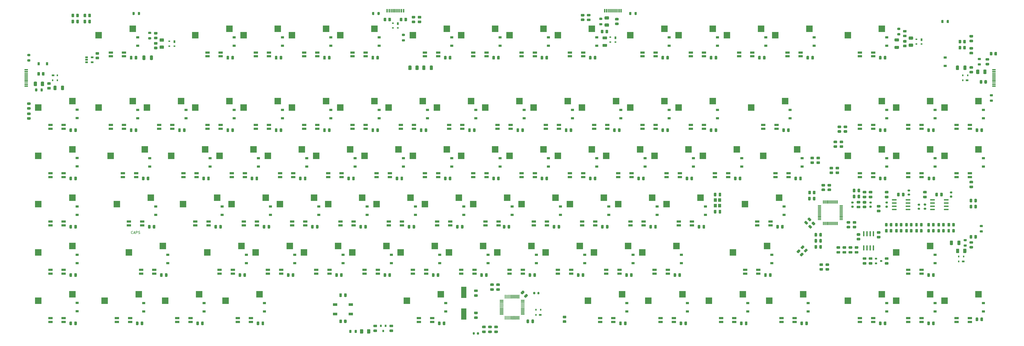
<source format=gbp>
%TF.GenerationSoftware,KiCad,Pcbnew,(5.1.10)-1*%
%TF.CreationDate,2021-10-29T20:38:57-04:00*%
%TF.ProjectId,custom_keyboard (f103_ fe2.1),63757374-6f6d-45f6-9b65-79626f617264,rev?*%
%TF.SameCoordinates,Original*%
%TF.FileFunction,Paste,Bot*%
%TF.FilePolarity,Positive*%
%FSLAX46Y46*%
G04 Gerber Fmt 4.6, Leading zero omitted, Abs format (unit mm)*
G04 Created by KiCad (PCBNEW (5.1.10)-1) date 2021-10-29 20:38:57*
%MOMM*%
%LPD*%
G01*
G04 APERTURE LIST*
%ADD10C,0.150000*%
%ADD11R,1.800000X0.900000*%
%ADD12R,2.550000X2.500000*%
%ADD13R,2.000000X4.500000*%
%ADD14R,1.200000X0.900000*%
%ADD15O,0.588000X2.045000*%
%ADD16R,0.700000X1.000000*%
%ADD17R,0.700000X0.600000*%
%ADD18R,1.000000X0.700000*%
%ADD19R,0.600000X0.700000*%
%ADD20R,0.800000X0.900000*%
%ADD21R,1.060000X0.650000*%
%ADD22R,0.900000X0.800000*%
%ADD23O,1.950000X0.568000*%
%ADD24R,1.450000X0.600000*%
%ADD25R,1.450000X0.300000*%
%ADD26R,1.200000X1.400000*%
%ADD27R,0.600000X1.450000*%
%ADD28R,0.300000X1.450000*%
%ADD29R,0.900000X1.200000*%
%ADD30R,1.800000X1.100000*%
%ADD31O,0.270000X1.500000*%
%ADD32O,1.500000X0.270000*%
G04 APERTURE END LIST*
%TO.C,MX52*%
D10*
X118753461Y-243954842D02*
X118705842Y-244002461D01*
X118562985Y-244050080D01*
X118467747Y-244050080D01*
X118324890Y-244002461D01*
X118229652Y-243907223D01*
X118182033Y-243811985D01*
X118134414Y-243621509D01*
X118134414Y-243478652D01*
X118182033Y-243288176D01*
X118229652Y-243192938D01*
X118324890Y-243097700D01*
X118467747Y-243050080D01*
X118562985Y-243050080D01*
X118705842Y-243097700D01*
X118753461Y-243145319D01*
X119134414Y-243764366D02*
X119610604Y-243764366D01*
X119039176Y-244050080D02*
X119372509Y-243050080D01*
X119705842Y-244050080D01*
X120039176Y-244050080D02*
X120039176Y-243050080D01*
X120420128Y-243050080D01*
X120515366Y-243097700D01*
X120562985Y-243145319D01*
X120610604Y-243240557D01*
X120610604Y-243383414D01*
X120562985Y-243478652D01*
X120515366Y-243526271D01*
X120420128Y-243573890D01*
X120039176Y-243573890D01*
X120991557Y-244002461D02*
X121134414Y-244050080D01*
X121372509Y-244050080D01*
X121467747Y-244002461D01*
X121515366Y-243954842D01*
X121562985Y-243859604D01*
X121562985Y-243764366D01*
X121515366Y-243669128D01*
X121467747Y-243621509D01*
X121372509Y-243573890D01*
X121182033Y-243526271D01*
X121086795Y-243478652D01*
X121039176Y-243431033D01*
X120991557Y-243335795D01*
X120991557Y-243240557D01*
X121039176Y-243145319D01*
X121086795Y-243097700D01*
X121182033Y-243050080D01*
X121420128Y-243050080D01*
X121562985Y-243097700D01*
%TD*%
D11*
%TO.C,MX83*%
X236741500Y-278832800D03*
X236741500Y-277332800D03*
X231541500Y-278832800D03*
X231541500Y-277332800D03*
D12*
X240156500Y-267952800D03*
X226731500Y-270492800D03*
%TD*%
%TO.C,R30*%
G36*
G01*
X254409000Y-283625900D02*
X254409000Y-283075900D01*
G75*
G02*
X254609000Y-282875900I200000J0D01*
G01*
X255009000Y-282875900D01*
G75*
G02*
X255209000Y-283075900I0J-200000D01*
G01*
X255209000Y-283625900D01*
G75*
G02*
X255009000Y-283825900I-200000J0D01*
G01*
X254609000Y-283825900D01*
G75*
G02*
X254409000Y-283625900I0J200000D01*
G01*
G37*
G36*
G01*
X252759000Y-283625900D02*
X252759000Y-283075900D01*
G75*
G02*
X252959000Y-282875900I200000J0D01*
G01*
X253359000Y-282875900D01*
G75*
G02*
X253559000Y-283075900I0J-200000D01*
G01*
X253559000Y-283625900D01*
G75*
G02*
X253359000Y-283825900I-200000J0D01*
G01*
X252959000Y-283825900D01*
G75*
G02*
X252759000Y-283625900I0J200000D01*
G01*
G37*
%TD*%
%TO.C,R16*%
G36*
G01*
X277370000Y-267201900D02*
X277370000Y-267751900D01*
G75*
G02*
X277170000Y-267951900I-200000J0D01*
G01*
X276770000Y-267951900D01*
G75*
G02*
X276570000Y-267751900I0J200000D01*
G01*
X276570000Y-267201900D01*
G75*
G02*
X276770000Y-267001900I200000J0D01*
G01*
X277170000Y-267001900D01*
G75*
G02*
X277370000Y-267201900I0J-200000D01*
G01*
G37*
G36*
G01*
X279020000Y-267201900D02*
X279020000Y-267751900D01*
G75*
G02*
X278820000Y-267951900I-200000J0D01*
G01*
X278420000Y-267951900D01*
G75*
G02*
X278220000Y-267751900I0J200000D01*
G01*
X278220000Y-267201900D01*
G75*
G02*
X278420000Y-267001900I200000J0D01*
G01*
X278820000Y-267001900D01*
G75*
G02*
X279020000Y-267201900I0J-200000D01*
G01*
G37*
%TD*%
%TO.C,R5*%
G36*
G01*
X201199800Y-278138698D02*
X201199800Y-279038702D01*
G75*
G02*
X200949802Y-279288700I-249998J0D01*
G01*
X200424798Y-279288700D01*
G75*
G02*
X200174800Y-279038702I0J249998D01*
G01*
X200174800Y-278138698D01*
G75*
G02*
X200424798Y-277888700I249998J0D01*
G01*
X200949802Y-277888700D01*
G75*
G02*
X201199800Y-278138698I0J-249998D01*
G01*
G37*
G36*
G01*
X203024800Y-278138698D02*
X203024800Y-279038702D01*
G75*
G02*
X202774802Y-279288700I-249998J0D01*
G01*
X202249798Y-279288700D01*
G75*
G02*
X201999800Y-279038702I0J249998D01*
G01*
X201999800Y-278138698D01*
G75*
G02*
X202249798Y-277888700I249998J0D01*
G01*
X202774802Y-277888700D01*
G75*
G02*
X203024800Y-278138698I0J-249998D01*
G01*
G37*
%TD*%
%TO.C,C9*%
G36*
G01*
X201149800Y-267795600D02*
X201149800Y-268745600D01*
G75*
G02*
X200899800Y-268995600I-250000J0D01*
G01*
X200399800Y-268995600D01*
G75*
G02*
X200149800Y-268745600I0J250000D01*
G01*
X200149800Y-267795600D01*
G75*
G02*
X200399800Y-267545600I250000J0D01*
G01*
X200899800Y-267545600D01*
G75*
G02*
X201149800Y-267795600I0J-250000D01*
G01*
G37*
G36*
G01*
X203049800Y-267795600D02*
X203049800Y-268745600D01*
G75*
G02*
X202799800Y-268995600I-250000J0D01*
G01*
X202299800Y-268995600D01*
G75*
G02*
X202049800Y-268745600I0J250000D01*
G01*
X202049800Y-267795600D01*
G75*
G02*
X202299800Y-267545600I250000J0D01*
G01*
X202799800Y-267545600D01*
G75*
G02*
X203049800Y-267795600I0J-250000D01*
G01*
G37*
%TD*%
%TO.C,C4*%
G36*
G01*
X256683800Y-280313500D02*
X257633800Y-280313500D01*
G75*
G02*
X257883800Y-280563500I0J-250000D01*
G01*
X257883800Y-281063500D01*
G75*
G02*
X257633800Y-281313500I-250000J0D01*
G01*
X256683800Y-281313500D01*
G75*
G02*
X256433800Y-281063500I0J250000D01*
G01*
X256433800Y-280563500D01*
G75*
G02*
X256683800Y-280313500I250000J0D01*
G01*
G37*
G36*
G01*
X256683800Y-282213500D02*
X257633800Y-282213500D01*
G75*
G02*
X257883800Y-282463500I0J-250000D01*
G01*
X257883800Y-282963500D01*
G75*
G02*
X257633800Y-283213500I-250000J0D01*
G01*
X256683800Y-283213500D01*
G75*
G02*
X256433800Y-282963500I0J250000D01*
G01*
X256433800Y-282463500D01*
G75*
G02*
X256683800Y-282213500I250000J0D01*
G01*
G37*
%TD*%
D13*
%TO.C,Y1*%
X249221800Y-267195400D03*
X249221800Y-275695400D03*
%TD*%
%TO.C,U9*%
G36*
G01*
X265370600Y-277857800D02*
X265370600Y-276532800D01*
G75*
G02*
X265445600Y-276457800I75000J0D01*
G01*
X265595600Y-276457800D01*
G75*
G02*
X265670600Y-276532800I0J-75000D01*
G01*
X265670600Y-277857800D01*
G75*
G02*
X265595600Y-277932800I-75000J0D01*
G01*
X265445600Y-277932800D01*
G75*
G02*
X265370600Y-277857800I0J75000D01*
G01*
G37*
G36*
G01*
X265870600Y-277857800D02*
X265870600Y-276532800D01*
G75*
G02*
X265945600Y-276457800I75000J0D01*
G01*
X266095600Y-276457800D01*
G75*
G02*
X266170600Y-276532800I0J-75000D01*
G01*
X266170600Y-277857800D01*
G75*
G02*
X266095600Y-277932800I-75000J0D01*
G01*
X265945600Y-277932800D01*
G75*
G02*
X265870600Y-277857800I0J75000D01*
G01*
G37*
G36*
G01*
X266370600Y-277857800D02*
X266370600Y-276532800D01*
G75*
G02*
X266445600Y-276457800I75000J0D01*
G01*
X266595600Y-276457800D01*
G75*
G02*
X266670600Y-276532800I0J-75000D01*
G01*
X266670600Y-277857800D01*
G75*
G02*
X266595600Y-277932800I-75000J0D01*
G01*
X266445600Y-277932800D01*
G75*
G02*
X266370600Y-277857800I0J75000D01*
G01*
G37*
G36*
G01*
X266870600Y-277857800D02*
X266870600Y-276532800D01*
G75*
G02*
X266945600Y-276457800I75000J0D01*
G01*
X267095600Y-276457800D01*
G75*
G02*
X267170600Y-276532800I0J-75000D01*
G01*
X267170600Y-277857800D01*
G75*
G02*
X267095600Y-277932800I-75000J0D01*
G01*
X266945600Y-277932800D01*
G75*
G02*
X266870600Y-277857800I0J75000D01*
G01*
G37*
G36*
G01*
X267370600Y-277857800D02*
X267370600Y-276532800D01*
G75*
G02*
X267445600Y-276457800I75000J0D01*
G01*
X267595600Y-276457800D01*
G75*
G02*
X267670600Y-276532800I0J-75000D01*
G01*
X267670600Y-277857800D01*
G75*
G02*
X267595600Y-277932800I-75000J0D01*
G01*
X267445600Y-277932800D01*
G75*
G02*
X267370600Y-277857800I0J75000D01*
G01*
G37*
G36*
G01*
X267870600Y-277857800D02*
X267870600Y-276532800D01*
G75*
G02*
X267945600Y-276457800I75000J0D01*
G01*
X268095600Y-276457800D01*
G75*
G02*
X268170600Y-276532800I0J-75000D01*
G01*
X268170600Y-277857800D01*
G75*
G02*
X268095600Y-277932800I-75000J0D01*
G01*
X267945600Y-277932800D01*
G75*
G02*
X267870600Y-277857800I0J75000D01*
G01*
G37*
G36*
G01*
X268370600Y-277857800D02*
X268370600Y-276532800D01*
G75*
G02*
X268445600Y-276457800I75000J0D01*
G01*
X268595600Y-276457800D01*
G75*
G02*
X268670600Y-276532800I0J-75000D01*
G01*
X268670600Y-277857800D01*
G75*
G02*
X268595600Y-277932800I-75000J0D01*
G01*
X268445600Y-277932800D01*
G75*
G02*
X268370600Y-277857800I0J75000D01*
G01*
G37*
G36*
G01*
X268870600Y-277857800D02*
X268870600Y-276532800D01*
G75*
G02*
X268945600Y-276457800I75000J0D01*
G01*
X269095600Y-276457800D01*
G75*
G02*
X269170600Y-276532800I0J-75000D01*
G01*
X269170600Y-277857800D01*
G75*
G02*
X269095600Y-277932800I-75000J0D01*
G01*
X268945600Y-277932800D01*
G75*
G02*
X268870600Y-277857800I0J75000D01*
G01*
G37*
G36*
G01*
X269370600Y-277857800D02*
X269370600Y-276532800D01*
G75*
G02*
X269445600Y-276457800I75000J0D01*
G01*
X269595600Y-276457800D01*
G75*
G02*
X269670600Y-276532800I0J-75000D01*
G01*
X269670600Y-277857800D01*
G75*
G02*
X269595600Y-277932800I-75000J0D01*
G01*
X269445600Y-277932800D01*
G75*
G02*
X269370600Y-277857800I0J75000D01*
G01*
G37*
G36*
G01*
X269870600Y-277857800D02*
X269870600Y-276532800D01*
G75*
G02*
X269945600Y-276457800I75000J0D01*
G01*
X270095600Y-276457800D01*
G75*
G02*
X270170600Y-276532800I0J-75000D01*
G01*
X270170600Y-277857800D01*
G75*
G02*
X270095600Y-277932800I-75000J0D01*
G01*
X269945600Y-277932800D01*
G75*
G02*
X269870600Y-277857800I0J75000D01*
G01*
G37*
G36*
G01*
X270370600Y-277857800D02*
X270370600Y-276532800D01*
G75*
G02*
X270445600Y-276457800I75000J0D01*
G01*
X270595600Y-276457800D01*
G75*
G02*
X270670600Y-276532800I0J-75000D01*
G01*
X270670600Y-277857800D01*
G75*
G02*
X270595600Y-277932800I-75000J0D01*
G01*
X270445600Y-277932800D01*
G75*
G02*
X270370600Y-277857800I0J75000D01*
G01*
G37*
G36*
G01*
X270870600Y-277857800D02*
X270870600Y-276532800D01*
G75*
G02*
X270945600Y-276457800I75000J0D01*
G01*
X271095600Y-276457800D01*
G75*
G02*
X271170600Y-276532800I0J-75000D01*
G01*
X271170600Y-277857800D01*
G75*
G02*
X271095600Y-277932800I-75000J0D01*
G01*
X270945600Y-277932800D01*
G75*
G02*
X270870600Y-277857800I0J75000D01*
G01*
G37*
G36*
G01*
X271695600Y-275857800D02*
X271695600Y-275707800D01*
G75*
G02*
X271770600Y-275632800I75000J0D01*
G01*
X273095600Y-275632800D01*
G75*
G02*
X273170600Y-275707800I0J-75000D01*
G01*
X273170600Y-275857800D01*
G75*
G02*
X273095600Y-275932800I-75000J0D01*
G01*
X271770600Y-275932800D01*
G75*
G02*
X271695600Y-275857800I0J75000D01*
G01*
G37*
G36*
G01*
X271695600Y-275357800D02*
X271695600Y-275207800D01*
G75*
G02*
X271770600Y-275132800I75000J0D01*
G01*
X273095600Y-275132800D01*
G75*
G02*
X273170600Y-275207800I0J-75000D01*
G01*
X273170600Y-275357800D01*
G75*
G02*
X273095600Y-275432800I-75000J0D01*
G01*
X271770600Y-275432800D01*
G75*
G02*
X271695600Y-275357800I0J75000D01*
G01*
G37*
G36*
G01*
X271695600Y-274857800D02*
X271695600Y-274707800D01*
G75*
G02*
X271770600Y-274632800I75000J0D01*
G01*
X273095600Y-274632800D01*
G75*
G02*
X273170600Y-274707800I0J-75000D01*
G01*
X273170600Y-274857800D01*
G75*
G02*
X273095600Y-274932800I-75000J0D01*
G01*
X271770600Y-274932800D01*
G75*
G02*
X271695600Y-274857800I0J75000D01*
G01*
G37*
G36*
G01*
X271695600Y-274357800D02*
X271695600Y-274207800D01*
G75*
G02*
X271770600Y-274132800I75000J0D01*
G01*
X273095600Y-274132800D01*
G75*
G02*
X273170600Y-274207800I0J-75000D01*
G01*
X273170600Y-274357800D01*
G75*
G02*
X273095600Y-274432800I-75000J0D01*
G01*
X271770600Y-274432800D01*
G75*
G02*
X271695600Y-274357800I0J75000D01*
G01*
G37*
G36*
G01*
X271695600Y-273857800D02*
X271695600Y-273707800D01*
G75*
G02*
X271770600Y-273632800I75000J0D01*
G01*
X273095600Y-273632800D01*
G75*
G02*
X273170600Y-273707800I0J-75000D01*
G01*
X273170600Y-273857800D01*
G75*
G02*
X273095600Y-273932800I-75000J0D01*
G01*
X271770600Y-273932800D01*
G75*
G02*
X271695600Y-273857800I0J75000D01*
G01*
G37*
G36*
G01*
X271695600Y-273357800D02*
X271695600Y-273207800D01*
G75*
G02*
X271770600Y-273132800I75000J0D01*
G01*
X273095600Y-273132800D01*
G75*
G02*
X273170600Y-273207800I0J-75000D01*
G01*
X273170600Y-273357800D01*
G75*
G02*
X273095600Y-273432800I-75000J0D01*
G01*
X271770600Y-273432800D01*
G75*
G02*
X271695600Y-273357800I0J75000D01*
G01*
G37*
G36*
G01*
X271695600Y-272857800D02*
X271695600Y-272707800D01*
G75*
G02*
X271770600Y-272632800I75000J0D01*
G01*
X273095600Y-272632800D01*
G75*
G02*
X273170600Y-272707800I0J-75000D01*
G01*
X273170600Y-272857800D01*
G75*
G02*
X273095600Y-272932800I-75000J0D01*
G01*
X271770600Y-272932800D01*
G75*
G02*
X271695600Y-272857800I0J75000D01*
G01*
G37*
G36*
G01*
X271695600Y-272357800D02*
X271695600Y-272207800D01*
G75*
G02*
X271770600Y-272132800I75000J0D01*
G01*
X273095600Y-272132800D01*
G75*
G02*
X273170600Y-272207800I0J-75000D01*
G01*
X273170600Y-272357800D01*
G75*
G02*
X273095600Y-272432800I-75000J0D01*
G01*
X271770600Y-272432800D01*
G75*
G02*
X271695600Y-272357800I0J75000D01*
G01*
G37*
G36*
G01*
X271695600Y-271857800D02*
X271695600Y-271707800D01*
G75*
G02*
X271770600Y-271632800I75000J0D01*
G01*
X273095600Y-271632800D01*
G75*
G02*
X273170600Y-271707800I0J-75000D01*
G01*
X273170600Y-271857800D01*
G75*
G02*
X273095600Y-271932800I-75000J0D01*
G01*
X271770600Y-271932800D01*
G75*
G02*
X271695600Y-271857800I0J75000D01*
G01*
G37*
G36*
G01*
X271695600Y-271357800D02*
X271695600Y-271207800D01*
G75*
G02*
X271770600Y-271132800I75000J0D01*
G01*
X273095600Y-271132800D01*
G75*
G02*
X273170600Y-271207800I0J-75000D01*
G01*
X273170600Y-271357800D01*
G75*
G02*
X273095600Y-271432800I-75000J0D01*
G01*
X271770600Y-271432800D01*
G75*
G02*
X271695600Y-271357800I0J75000D01*
G01*
G37*
G36*
G01*
X271695600Y-270857800D02*
X271695600Y-270707800D01*
G75*
G02*
X271770600Y-270632800I75000J0D01*
G01*
X273095600Y-270632800D01*
G75*
G02*
X273170600Y-270707800I0J-75000D01*
G01*
X273170600Y-270857800D01*
G75*
G02*
X273095600Y-270932800I-75000J0D01*
G01*
X271770600Y-270932800D01*
G75*
G02*
X271695600Y-270857800I0J75000D01*
G01*
G37*
G36*
G01*
X271695600Y-270357800D02*
X271695600Y-270207800D01*
G75*
G02*
X271770600Y-270132800I75000J0D01*
G01*
X273095600Y-270132800D01*
G75*
G02*
X273170600Y-270207800I0J-75000D01*
G01*
X273170600Y-270357800D01*
G75*
G02*
X273095600Y-270432800I-75000J0D01*
G01*
X271770600Y-270432800D01*
G75*
G02*
X271695600Y-270357800I0J75000D01*
G01*
G37*
G36*
G01*
X270870600Y-269532800D02*
X270870600Y-268207800D01*
G75*
G02*
X270945600Y-268132800I75000J0D01*
G01*
X271095600Y-268132800D01*
G75*
G02*
X271170600Y-268207800I0J-75000D01*
G01*
X271170600Y-269532800D01*
G75*
G02*
X271095600Y-269607800I-75000J0D01*
G01*
X270945600Y-269607800D01*
G75*
G02*
X270870600Y-269532800I0J75000D01*
G01*
G37*
G36*
G01*
X270370600Y-269532800D02*
X270370600Y-268207800D01*
G75*
G02*
X270445600Y-268132800I75000J0D01*
G01*
X270595600Y-268132800D01*
G75*
G02*
X270670600Y-268207800I0J-75000D01*
G01*
X270670600Y-269532800D01*
G75*
G02*
X270595600Y-269607800I-75000J0D01*
G01*
X270445600Y-269607800D01*
G75*
G02*
X270370600Y-269532800I0J75000D01*
G01*
G37*
G36*
G01*
X269870600Y-269532800D02*
X269870600Y-268207800D01*
G75*
G02*
X269945600Y-268132800I75000J0D01*
G01*
X270095600Y-268132800D01*
G75*
G02*
X270170600Y-268207800I0J-75000D01*
G01*
X270170600Y-269532800D01*
G75*
G02*
X270095600Y-269607800I-75000J0D01*
G01*
X269945600Y-269607800D01*
G75*
G02*
X269870600Y-269532800I0J75000D01*
G01*
G37*
G36*
G01*
X269370600Y-269532800D02*
X269370600Y-268207800D01*
G75*
G02*
X269445600Y-268132800I75000J0D01*
G01*
X269595600Y-268132800D01*
G75*
G02*
X269670600Y-268207800I0J-75000D01*
G01*
X269670600Y-269532800D01*
G75*
G02*
X269595600Y-269607800I-75000J0D01*
G01*
X269445600Y-269607800D01*
G75*
G02*
X269370600Y-269532800I0J75000D01*
G01*
G37*
G36*
G01*
X268870600Y-269532800D02*
X268870600Y-268207800D01*
G75*
G02*
X268945600Y-268132800I75000J0D01*
G01*
X269095600Y-268132800D01*
G75*
G02*
X269170600Y-268207800I0J-75000D01*
G01*
X269170600Y-269532800D01*
G75*
G02*
X269095600Y-269607800I-75000J0D01*
G01*
X268945600Y-269607800D01*
G75*
G02*
X268870600Y-269532800I0J75000D01*
G01*
G37*
G36*
G01*
X268370600Y-269532800D02*
X268370600Y-268207800D01*
G75*
G02*
X268445600Y-268132800I75000J0D01*
G01*
X268595600Y-268132800D01*
G75*
G02*
X268670600Y-268207800I0J-75000D01*
G01*
X268670600Y-269532800D01*
G75*
G02*
X268595600Y-269607800I-75000J0D01*
G01*
X268445600Y-269607800D01*
G75*
G02*
X268370600Y-269532800I0J75000D01*
G01*
G37*
G36*
G01*
X267870600Y-269532800D02*
X267870600Y-268207800D01*
G75*
G02*
X267945600Y-268132800I75000J0D01*
G01*
X268095600Y-268132800D01*
G75*
G02*
X268170600Y-268207800I0J-75000D01*
G01*
X268170600Y-269532800D01*
G75*
G02*
X268095600Y-269607800I-75000J0D01*
G01*
X267945600Y-269607800D01*
G75*
G02*
X267870600Y-269532800I0J75000D01*
G01*
G37*
G36*
G01*
X267370600Y-269532800D02*
X267370600Y-268207800D01*
G75*
G02*
X267445600Y-268132800I75000J0D01*
G01*
X267595600Y-268132800D01*
G75*
G02*
X267670600Y-268207800I0J-75000D01*
G01*
X267670600Y-269532800D01*
G75*
G02*
X267595600Y-269607800I-75000J0D01*
G01*
X267445600Y-269607800D01*
G75*
G02*
X267370600Y-269532800I0J75000D01*
G01*
G37*
G36*
G01*
X266870600Y-269532800D02*
X266870600Y-268207800D01*
G75*
G02*
X266945600Y-268132800I75000J0D01*
G01*
X267095600Y-268132800D01*
G75*
G02*
X267170600Y-268207800I0J-75000D01*
G01*
X267170600Y-269532800D01*
G75*
G02*
X267095600Y-269607800I-75000J0D01*
G01*
X266945600Y-269607800D01*
G75*
G02*
X266870600Y-269532800I0J75000D01*
G01*
G37*
G36*
G01*
X266370600Y-269532800D02*
X266370600Y-268207800D01*
G75*
G02*
X266445600Y-268132800I75000J0D01*
G01*
X266595600Y-268132800D01*
G75*
G02*
X266670600Y-268207800I0J-75000D01*
G01*
X266670600Y-269532800D01*
G75*
G02*
X266595600Y-269607800I-75000J0D01*
G01*
X266445600Y-269607800D01*
G75*
G02*
X266370600Y-269532800I0J75000D01*
G01*
G37*
G36*
G01*
X265870600Y-269532800D02*
X265870600Y-268207800D01*
G75*
G02*
X265945600Y-268132800I75000J0D01*
G01*
X266095600Y-268132800D01*
G75*
G02*
X266170600Y-268207800I0J-75000D01*
G01*
X266170600Y-269532800D01*
G75*
G02*
X266095600Y-269607800I-75000J0D01*
G01*
X265945600Y-269607800D01*
G75*
G02*
X265870600Y-269532800I0J75000D01*
G01*
G37*
G36*
G01*
X265370600Y-269532800D02*
X265370600Y-268207800D01*
G75*
G02*
X265445600Y-268132800I75000J0D01*
G01*
X265595600Y-268132800D01*
G75*
G02*
X265670600Y-268207800I0J-75000D01*
G01*
X265670600Y-269532800D01*
G75*
G02*
X265595600Y-269607800I-75000J0D01*
G01*
X265445600Y-269607800D01*
G75*
G02*
X265370600Y-269532800I0J75000D01*
G01*
G37*
G36*
G01*
X263370600Y-270357800D02*
X263370600Y-270207800D01*
G75*
G02*
X263445600Y-270132800I75000J0D01*
G01*
X264770600Y-270132800D01*
G75*
G02*
X264845600Y-270207800I0J-75000D01*
G01*
X264845600Y-270357800D01*
G75*
G02*
X264770600Y-270432800I-75000J0D01*
G01*
X263445600Y-270432800D01*
G75*
G02*
X263370600Y-270357800I0J75000D01*
G01*
G37*
G36*
G01*
X263370600Y-270857800D02*
X263370600Y-270707800D01*
G75*
G02*
X263445600Y-270632800I75000J0D01*
G01*
X264770600Y-270632800D01*
G75*
G02*
X264845600Y-270707800I0J-75000D01*
G01*
X264845600Y-270857800D01*
G75*
G02*
X264770600Y-270932800I-75000J0D01*
G01*
X263445600Y-270932800D01*
G75*
G02*
X263370600Y-270857800I0J75000D01*
G01*
G37*
G36*
G01*
X263370600Y-271357800D02*
X263370600Y-271207800D01*
G75*
G02*
X263445600Y-271132800I75000J0D01*
G01*
X264770600Y-271132800D01*
G75*
G02*
X264845600Y-271207800I0J-75000D01*
G01*
X264845600Y-271357800D01*
G75*
G02*
X264770600Y-271432800I-75000J0D01*
G01*
X263445600Y-271432800D01*
G75*
G02*
X263370600Y-271357800I0J75000D01*
G01*
G37*
G36*
G01*
X263370600Y-271857800D02*
X263370600Y-271707800D01*
G75*
G02*
X263445600Y-271632800I75000J0D01*
G01*
X264770600Y-271632800D01*
G75*
G02*
X264845600Y-271707800I0J-75000D01*
G01*
X264845600Y-271857800D01*
G75*
G02*
X264770600Y-271932800I-75000J0D01*
G01*
X263445600Y-271932800D01*
G75*
G02*
X263370600Y-271857800I0J75000D01*
G01*
G37*
G36*
G01*
X263370600Y-272357800D02*
X263370600Y-272207800D01*
G75*
G02*
X263445600Y-272132800I75000J0D01*
G01*
X264770600Y-272132800D01*
G75*
G02*
X264845600Y-272207800I0J-75000D01*
G01*
X264845600Y-272357800D01*
G75*
G02*
X264770600Y-272432800I-75000J0D01*
G01*
X263445600Y-272432800D01*
G75*
G02*
X263370600Y-272357800I0J75000D01*
G01*
G37*
G36*
G01*
X263370600Y-272857800D02*
X263370600Y-272707800D01*
G75*
G02*
X263445600Y-272632800I75000J0D01*
G01*
X264770600Y-272632800D01*
G75*
G02*
X264845600Y-272707800I0J-75000D01*
G01*
X264845600Y-272857800D01*
G75*
G02*
X264770600Y-272932800I-75000J0D01*
G01*
X263445600Y-272932800D01*
G75*
G02*
X263370600Y-272857800I0J75000D01*
G01*
G37*
G36*
G01*
X263370600Y-273357800D02*
X263370600Y-273207800D01*
G75*
G02*
X263445600Y-273132800I75000J0D01*
G01*
X264770600Y-273132800D01*
G75*
G02*
X264845600Y-273207800I0J-75000D01*
G01*
X264845600Y-273357800D01*
G75*
G02*
X264770600Y-273432800I-75000J0D01*
G01*
X263445600Y-273432800D01*
G75*
G02*
X263370600Y-273357800I0J75000D01*
G01*
G37*
G36*
G01*
X263370600Y-273857800D02*
X263370600Y-273707800D01*
G75*
G02*
X263445600Y-273632800I75000J0D01*
G01*
X264770600Y-273632800D01*
G75*
G02*
X264845600Y-273707800I0J-75000D01*
G01*
X264845600Y-273857800D01*
G75*
G02*
X264770600Y-273932800I-75000J0D01*
G01*
X263445600Y-273932800D01*
G75*
G02*
X263370600Y-273857800I0J75000D01*
G01*
G37*
G36*
G01*
X263370600Y-274357800D02*
X263370600Y-274207800D01*
G75*
G02*
X263445600Y-274132800I75000J0D01*
G01*
X264770600Y-274132800D01*
G75*
G02*
X264845600Y-274207800I0J-75000D01*
G01*
X264845600Y-274357800D01*
G75*
G02*
X264770600Y-274432800I-75000J0D01*
G01*
X263445600Y-274432800D01*
G75*
G02*
X263370600Y-274357800I0J75000D01*
G01*
G37*
G36*
G01*
X263370600Y-274857800D02*
X263370600Y-274707800D01*
G75*
G02*
X263445600Y-274632800I75000J0D01*
G01*
X264770600Y-274632800D01*
G75*
G02*
X264845600Y-274707800I0J-75000D01*
G01*
X264845600Y-274857800D01*
G75*
G02*
X264770600Y-274932800I-75000J0D01*
G01*
X263445600Y-274932800D01*
G75*
G02*
X263370600Y-274857800I0J75000D01*
G01*
G37*
G36*
G01*
X263370600Y-275357800D02*
X263370600Y-275207800D01*
G75*
G02*
X263445600Y-275132800I75000J0D01*
G01*
X264770600Y-275132800D01*
G75*
G02*
X264845600Y-275207800I0J-75000D01*
G01*
X264845600Y-275357800D01*
G75*
G02*
X264770600Y-275432800I-75000J0D01*
G01*
X263445600Y-275432800D01*
G75*
G02*
X263370600Y-275357800I0J75000D01*
G01*
G37*
G36*
G01*
X263370600Y-275857800D02*
X263370600Y-275707800D01*
G75*
G02*
X263445600Y-275632800I75000J0D01*
G01*
X264770600Y-275632800D01*
G75*
G02*
X264845600Y-275707800I0J-75000D01*
G01*
X264845600Y-275857800D01*
G75*
G02*
X264770600Y-275932800I-75000J0D01*
G01*
X263445600Y-275932800D01*
G75*
G02*
X263370600Y-275857800I0J75000D01*
G01*
G37*
%TD*%
%TO.C,R15*%
G36*
G01*
X424354500Y-228216900D02*
X424904500Y-228216900D01*
G75*
G02*
X425104500Y-228416900I0J-200000D01*
G01*
X425104500Y-228816900D01*
G75*
G02*
X424904500Y-229016900I-200000J0D01*
G01*
X424354500Y-229016900D01*
G75*
G02*
X424154500Y-228816900I0J200000D01*
G01*
X424154500Y-228416900D01*
G75*
G02*
X424354500Y-228216900I200000J0D01*
G01*
G37*
G36*
G01*
X424354500Y-226566900D02*
X424904500Y-226566900D01*
G75*
G02*
X425104500Y-226766900I0J-200000D01*
G01*
X425104500Y-227166900D01*
G75*
G02*
X424904500Y-227366900I-200000J0D01*
G01*
X424354500Y-227366900D01*
G75*
G02*
X424154500Y-227166900I0J200000D01*
G01*
X424154500Y-226766900D01*
G75*
G02*
X424354500Y-226566900I200000J0D01*
G01*
G37*
%TD*%
%TO.C,R13*%
G36*
G01*
X441022200Y-229010600D02*
X441572200Y-229010600D01*
G75*
G02*
X441772200Y-229210600I0J-200000D01*
G01*
X441772200Y-229610600D01*
G75*
G02*
X441572200Y-229810600I-200000J0D01*
G01*
X441022200Y-229810600D01*
G75*
G02*
X440822200Y-229610600I0J200000D01*
G01*
X440822200Y-229210600D01*
G75*
G02*
X441022200Y-229010600I200000J0D01*
G01*
G37*
G36*
G01*
X441022200Y-227360600D02*
X441572200Y-227360600D01*
G75*
G02*
X441772200Y-227560600I0J-200000D01*
G01*
X441772200Y-227960600D01*
G75*
G02*
X441572200Y-228160600I-200000J0D01*
G01*
X441022200Y-228160600D01*
G75*
G02*
X440822200Y-227960600I0J200000D01*
G01*
X440822200Y-227560600D01*
G75*
G02*
X441022200Y-227360600I200000J0D01*
G01*
G37*
%TD*%
%TO.C,F8*%
G36*
G01*
X230154300Y-179207500D02*
X230154300Y-177957500D01*
G75*
G02*
X230404300Y-177707500I250000J0D01*
G01*
X231154300Y-177707500D01*
G75*
G02*
X231404300Y-177957500I0J-250000D01*
G01*
X231404300Y-179207500D01*
G75*
G02*
X231154300Y-179457500I-250000J0D01*
G01*
X230404300Y-179457500D01*
G75*
G02*
X230154300Y-179207500I0J250000D01*
G01*
G37*
G36*
G01*
X227354300Y-179207500D02*
X227354300Y-177957500D01*
G75*
G02*
X227604300Y-177707500I250000J0D01*
G01*
X228354300Y-177707500D01*
G75*
G02*
X228604300Y-177957500I0J-250000D01*
G01*
X228604300Y-179207500D01*
G75*
G02*
X228354300Y-179457500I-250000J0D01*
G01*
X227604300Y-179457500D01*
G75*
G02*
X227354300Y-179207500I0J250000D01*
G01*
G37*
%TD*%
%TO.C,C48*%
G36*
G01*
X235835200Y-179232501D02*
X235835200Y-177932499D01*
G75*
G02*
X236085199Y-177682500I249999J0D01*
G01*
X236735201Y-177682500D01*
G75*
G02*
X236985200Y-177932499I0J-249999D01*
G01*
X236985200Y-179232501D01*
G75*
G02*
X236735201Y-179482500I-249999J0D01*
G01*
X236085199Y-179482500D01*
G75*
G02*
X235835200Y-179232501I0J249999D01*
G01*
G37*
G36*
G01*
X232885200Y-179232501D02*
X232885200Y-177932499D01*
G75*
G02*
X233135199Y-177682500I249999J0D01*
G01*
X233785201Y-177682500D01*
G75*
G02*
X234035200Y-177932499I0J-249999D01*
G01*
X234035200Y-179232501D01*
G75*
G02*
X233785201Y-179482500I-249999J0D01*
G01*
X233135199Y-179482500D01*
G75*
G02*
X232885200Y-179232501I0J249999D01*
G01*
G37*
%TD*%
%TO.C,D9*%
G36*
G01*
X228923050Y-159983700D02*
X229835550Y-159983700D01*
G75*
G02*
X230079300Y-160227450I0J-243750D01*
G01*
X230079300Y-160714950D01*
G75*
G02*
X229835550Y-160958700I-243750J0D01*
G01*
X228923050Y-160958700D01*
G75*
G02*
X228679300Y-160714950I0J243750D01*
G01*
X228679300Y-160227450D01*
G75*
G02*
X228923050Y-159983700I243750J0D01*
G01*
G37*
G36*
G01*
X228923050Y-158108700D02*
X229835550Y-158108700D01*
G75*
G02*
X230079300Y-158352450I0J-243750D01*
G01*
X230079300Y-158839950D01*
G75*
G02*
X229835550Y-159083700I-243750J0D01*
G01*
X228923050Y-159083700D01*
G75*
G02*
X228679300Y-158839950I0J243750D01*
G01*
X228679300Y-158352450D01*
G75*
G02*
X228923050Y-158108700I243750J0D01*
G01*
G37*
%TD*%
%TO.C,D8*%
G36*
G01*
X455127550Y-176651400D02*
X456040050Y-176651400D01*
G75*
G02*
X456283800Y-176895150I0J-243750D01*
G01*
X456283800Y-177382650D01*
G75*
G02*
X456040050Y-177626400I-243750J0D01*
G01*
X455127550Y-177626400D01*
G75*
G02*
X454883800Y-177382650I0J243750D01*
G01*
X454883800Y-176895150D01*
G75*
G02*
X455127550Y-176651400I243750J0D01*
G01*
G37*
G36*
G01*
X455127550Y-174776400D02*
X456040050Y-174776400D01*
G75*
G02*
X456283800Y-175020150I0J-243750D01*
G01*
X456283800Y-175507650D01*
G75*
G02*
X456040050Y-175751400I-243750J0D01*
G01*
X455127550Y-175751400D01*
G75*
G02*
X454883800Y-175507650I0J243750D01*
G01*
X454883800Y-175020150D01*
G75*
G02*
X455127550Y-174776400I243750J0D01*
G01*
G37*
%TD*%
%TO.C,D6*%
G36*
G01*
X297974950Y-159190000D02*
X298887450Y-159190000D01*
G75*
G02*
X299131200Y-159433750I0J-243750D01*
G01*
X299131200Y-159921250D01*
G75*
G02*
X298887450Y-160165000I-243750J0D01*
G01*
X297974950Y-160165000D01*
G75*
G02*
X297731200Y-159921250I0J243750D01*
G01*
X297731200Y-159433750D01*
G75*
G02*
X297974950Y-159190000I243750J0D01*
G01*
G37*
G36*
G01*
X297974950Y-157315000D02*
X298887450Y-157315000D01*
G75*
G02*
X299131200Y-157558750I0J-243750D01*
G01*
X299131200Y-158046250D01*
G75*
G02*
X298887450Y-158290000I-243750J0D01*
G01*
X297974950Y-158290000D01*
G75*
G02*
X297731200Y-158046250I0J243750D01*
G01*
X297731200Y-157558750D01*
G75*
G02*
X297974950Y-157315000I243750J0D01*
G01*
G37*
%TD*%
%TO.C,D1*%
G36*
G01*
X78238850Y-193212800D02*
X77326350Y-193212800D01*
G75*
G02*
X77082600Y-192969050I0J243750D01*
G01*
X77082600Y-192481550D01*
G75*
G02*
X77326350Y-192237800I243750J0D01*
G01*
X78238850Y-192237800D01*
G75*
G02*
X78482600Y-192481550I0J-243750D01*
G01*
X78482600Y-192969050D01*
G75*
G02*
X78238850Y-193212800I-243750J0D01*
G01*
G37*
G36*
G01*
X78238850Y-195087800D02*
X77326350Y-195087800D01*
G75*
G02*
X77082600Y-194844050I0J243750D01*
G01*
X77082600Y-194356550D01*
G75*
G02*
X77326350Y-194112800I243750J0D01*
G01*
X78238850Y-194112800D01*
G75*
G02*
X78482600Y-194356550I0J-243750D01*
G01*
X78482600Y-194844050D01*
G75*
G02*
X78238850Y-195087800I-243750J0D01*
G01*
G37*
%TD*%
%TO.C,R63*%
G36*
G01*
X232210402Y-159133700D02*
X231310398Y-159133700D01*
G75*
G02*
X231060400Y-158883702I0J249998D01*
G01*
X231060400Y-158358698D01*
G75*
G02*
X231310398Y-158108700I249998J0D01*
G01*
X232210402Y-158108700D01*
G75*
G02*
X232460400Y-158358698I0J-249998D01*
G01*
X232460400Y-158883702D01*
G75*
G02*
X232210402Y-159133700I-249998J0D01*
G01*
G37*
G36*
G01*
X232210402Y-160958700D02*
X231310398Y-160958700D01*
G75*
G02*
X231060400Y-160708702I0J249998D01*
G01*
X231060400Y-160183698D01*
G75*
G02*
X231310398Y-159933700I249998J0D01*
G01*
X232210402Y-159933700D01*
G75*
G02*
X232460400Y-160183698I0J-249998D01*
G01*
X232460400Y-160708702D01*
G75*
G02*
X232210402Y-160958700I-249998J0D01*
G01*
G37*
%TD*%
%TO.C,R62*%
G36*
G01*
X457564900Y-172576598D02*
X457564900Y-173476602D01*
G75*
G02*
X457314902Y-173726600I-249998J0D01*
G01*
X456789898Y-173726600D01*
G75*
G02*
X456539900Y-173476602I0J249998D01*
G01*
X456539900Y-172576598D01*
G75*
G02*
X456789898Y-172326600I249998J0D01*
G01*
X457314902Y-172326600D01*
G75*
G02*
X457564900Y-172576598I0J-249998D01*
G01*
G37*
G36*
G01*
X459389900Y-172576598D02*
X459389900Y-173476602D01*
G75*
G02*
X459139902Y-173726600I-249998J0D01*
G01*
X458614898Y-173726600D01*
G75*
G02*
X458364900Y-173476602I0J249998D01*
G01*
X458364900Y-172576598D01*
G75*
G02*
X458614898Y-172326600I249998J0D01*
G01*
X459139902Y-172326600D01*
G75*
G02*
X459389900Y-172576598I0J-249998D01*
G01*
G37*
%TD*%
%TO.C,R61*%
G36*
G01*
X423492102Y-168658100D02*
X422592098Y-168658100D01*
G75*
G02*
X422342100Y-168408102I0J249998D01*
G01*
X422342100Y-167883098D01*
G75*
G02*
X422592098Y-167633100I249998J0D01*
G01*
X423492102Y-167633100D01*
G75*
G02*
X423742100Y-167883098I0J-249998D01*
G01*
X423742100Y-168408102D01*
G75*
G02*
X423492102Y-168658100I-249998J0D01*
G01*
G37*
G36*
G01*
X423492102Y-170483100D02*
X422592098Y-170483100D01*
G75*
G02*
X422342100Y-170233102I0J249998D01*
G01*
X422342100Y-169708098D01*
G75*
G02*
X422592098Y-169458100I249998J0D01*
G01*
X423492102Y-169458100D01*
G75*
G02*
X423742100Y-169708098I0J-249998D01*
G01*
X423742100Y-170233102D01*
G75*
G02*
X423492102Y-170483100I-249998J0D01*
G01*
G37*
%TD*%
%TO.C,R60*%
G36*
G01*
X296500102Y-158340000D02*
X295600098Y-158340000D01*
G75*
G02*
X295350100Y-158090002I0J249998D01*
G01*
X295350100Y-157564998D01*
G75*
G02*
X295600098Y-157315000I249998J0D01*
G01*
X296500102Y-157315000D01*
G75*
G02*
X296750100Y-157564998I0J-249998D01*
G01*
X296750100Y-158090002D01*
G75*
G02*
X296500102Y-158340000I-249998J0D01*
G01*
G37*
G36*
G01*
X296500102Y-160165000D02*
X295600098Y-160165000D01*
G75*
G02*
X295350100Y-159915002I0J249998D01*
G01*
X295350100Y-159389998D01*
G75*
G02*
X295600098Y-159140000I249998J0D01*
G01*
X296500102Y-159140000D01*
G75*
G02*
X296750100Y-159389998I0J-249998D01*
G01*
X296750100Y-159915002D01*
G75*
G02*
X296500102Y-160165000I-249998J0D01*
G01*
G37*
%TD*%
%TO.C,R59*%
G36*
G01*
X449627900Y-244803298D02*
X449627900Y-245703302D01*
G75*
G02*
X449377902Y-245953300I-249998J0D01*
G01*
X448852898Y-245953300D01*
G75*
G02*
X448602900Y-245703302I0J249998D01*
G01*
X448602900Y-244803298D01*
G75*
G02*
X448852898Y-244553300I249998J0D01*
G01*
X449377902Y-244553300D01*
G75*
G02*
X449627900Y-244803298I0J-249998D01*
G01*
G37*
G36*
G01*
X451452900Y-244803298D02*
X451452900Y-245703302D01*
G75*
G02*
X451202902Y-245953300I-249998J0D01*
G01*
X450677898Y-245953300D01*
G75*
G02*
X450427900Y-245703302I0J249998D01*
G01*
X450427900Y-244803298D01*
G75*
G02*
X450677898Y-244553300I249998J0D01*
G01*
X451202902Y-244553300D01*
G75*
G02*
X451452900Y-244803298I0J-249998D01*
G01*
G37*
%TD*%
%TO.C,R58*%
G36*
G01*
X78232602Y-197231300D02*
X77332598Y-197231300D01*
G75*
G02*
X77082600Y-196981302I0J249998D01*
G01*
X77082600Y-196456298D01*
G75*
G02*
X77332598Y-196206300I249998J0D01*
G01*
X78232602Y-196206300D01*
G75*
G02*
X78482600Y-196456298I0J-249998D01*
G01*
X78482600Y-196981302D01*
G75*
G02*
X78232602Y-197231300I-249998J0D01*
G01*
G37*
G36*
G01*
X78232602Y-199056300D02*
X77332598Y-199056300D01*
G75*
G02*
X77082600Y-198806302I0J249998D01*
G01*
X77082600Y-198281298D01*
G75*
G02*
X77332598Y-198031300I249998J0D01*
G01*
X78232602Y-198031300D01*
G75*
G02*
X78482600Y-198281298I0J-249998D01*
G01*
X78482600Y-198806302D01*
G75*
G02*
X78232602Y-199056300I-249998J0D01*
G01*
G37*
%TD*%
%TO.C,R57*%
G36*
G01*
X128235702Y-169451800D02*
X127335698Y-169451800D01*
G75*
G02*
X127085700Y-169201802I0J249998D01*
G01*
X127085700Y-168676798D01*
G75*
G02*
X127335698Y-168426800I249998J0D01*
G01*
X128235702Y-168426800D01*
G75*
G02*
X128485700Y-168676798I0J-249998D01*
G01*
X128485700Y-169201802D01*
G75*
G02*
X128235702Y-169451800I-249998J0D01*
G01*
G37*
G36*
G01*
X128235702Y-171276800D02*
X127335698Y-171276800D01*
G75*
G02*
X127085700Y-171026802I0J249998D01*
G01*
X127085700Y-170501798D01*
G75*
G02*
X127335698Y-170251800I249998J0D01*
G01*
X128235702Y-170251800D01*
G75*
G02*
X128485700Y-170501798I0J-249998D01*
G01*
X128485700Y-171026802D01*
G75*
G02*
X128235702Y-171276800I-249998J0D01*
G01*
G37*
%TD*%
%TO.C,D7*%
G36*
G01*
X423498350Y-164639600D02*
X422585850Y-164639600D01*
G75*
G02*
X422342100Y-164395850I0J243750D01*
G01*
X422342100Y-163908350D01*
G75*
G02*
X422585850Y-163664600I243750J0D01*
G01*
X423498350Y-163664600D01*
G75*
G02*
X423742100Y-163908350I0J-243750D01*
G01*
X423742100Y-164395850D01*
G75*
G02*
X423498350Y-164639600I-243750J0D01*
G01*
G37*
G36*
G01*
X423498350Y-166514600D02*
X422585850Y-166514600D01*
G75*
G02*
X422342100Y-166270850I0J243750D01*
G01*
X422342100Y-165783350D01*
G75*
G02*
X422585850Y-165539600I243750J0D01*
G01*
X423498350Y-165539600D01*
G75*
G02*
X423742100Y-165783350I0J-243750D01*
G01*
X423742100Y-166270850D01*
G75*
G02*
X423498350Y-166514600I-243750J0D01*
G01*
G37*
%TD*%
%TO.C,D5*%
G36*
G01*
X448777950Y-248878100D02*
X449690450Y-248878100D01*
G75*
G02*
X449934200Y-249121850I0J-243750D01*
G01*
X449934200Y-249609350D01*
G75*
G02*
X449690450Y-249853100I-243750J0D01*
G01*
X448777950Y-249853100D01*
G75*
G02*
X448534200Y-249609350I0J243750D01*
G01*
X448534200Y-249121850D01*
G75*
G02*
X448777950Y-248878100I243750J0D01*
G01*
G37*
G36*
G01*
X448777950Y-247003100D02*
X449690450Y-247003100D01*
G75*
G02*
X449934200Y-247246850I0J-243750D01*
G01*
X449934200Y-247734350D01*
G75*
G02*
X449690450Y-247978100I-243750J0D01*
G01*
X448777950Y-247978100D01*
G75*
G02*
X448534200Y-247734350I0J243750D01*
G01*
X448534200Y-247246850D01*
G75*
G02*
X448777950Y-247003100I243750J0D01*
G01*
G37*
%TD*%
%TO.C,D4*%
G36*
G01*
X128241950Y-165433300D02*
X127329450Y-165433300D01*
G75*
G02*
X127085700Y-165189550I0J243750D01*
G01*
X127085700Y-164702050D01*
G75*
G02*
X127329450Y-164458300I243750J0D01*
G01*
X128241950Y-164458300D01*
G75*
G02*
X128485700Y-164702050I0J-243750D01*
G01*
X128485700Y-165189550D01*
G75*
G02*
X128241950Y-165433300I-243750J0D01*
G01*
G37*
G36*
G01*
X128241950Y-167308300D02*
X127329450Y-167308300D01*
G75*
G02*
X127085700Y-167064550I0J243750D01*
G01*
X127085700Y-166577050D01*
G75*
G02*
X127329450Y-166333300I243750J0D01*
G01*
X128241950Y-166333300D01*
G75*
G02*
X128485700Y-166577050I0J-243750D01*
G01*
X128485700Y-167064550D01*
G75*
G02*
X128241950Y-167308300I-243750J0D01*
G01*
G37*
%TD*%
D11*
%TO.C,MX7*%
X258171400Y-174064400D03*
X258171400Y-172564400D03*
X252971400Y-174064400D03*
X252971400Y-172564400D03*
D12*
X261586400Y-163184400D03*
X248161400Y-165724400D03*
%TD*%
D11*
%TO.C,MX6*%
X239122600Y-174064400D03*
X239122600Y-172564400D03*
X233922600Y-174064400D03*
X233922600Y-172564400D03*
D12*
X242537600Y-163184400D03*
X229112600Y-165724400D03*
%TD*%
%TO.C,C1*%
G36*
G01*
X253509000Y-276657600D02*
X254459000Y-276657600D01*
G75*
G02*
X254709000Y-276907600I0J-250000D01*
G01*
X254709000Y-277407600D01*
G75*
G02*
X254459000Y-277657600I-250000J0D01*
G01*
X253509000Y-277657600D01*
G75*
G02*
X253259000Y-277407600I0J250000D01*
G01*
X253259000Y-276907600D01*
G75*
G02*
X253509000Y-276657600I250000J0D01*
G01*
G37*
G36*
G01*
X253509000Y-274757600D02*
X254459000Y-274757600D01*
G75*
G02*
X254709000Y-275007600I0J-250000D01*
G01*
X254709000Y-275507600D01*
G75*
G02*
X254459000Y-275757600I-250000J0D01*
G01*
X253509000Y-275757600D01*
G75*
G02*
X253259000Y-275507600I0J250000D01*
G01*
X253259000Y-275007600D01*
G75*
G02*
X253509000Y-274757600I250000J0D01*
G01*
G37*
%TD*%
%TO.C,C2*%
G36*
G01*
X304130799Y-169164400D02*
X305430801Y-169164400D01*
G75*
G02*
X305680800Y-169414399I0J-249999D01*
G01*
X305680800Y-170064401D01*
G75*
G02*
X305430801Y-170314400I-249999J0D01*
G01*
X304130799Y-170314400D01*
G75*
G02*
X303880800Y-170064401I0J249999D01*
G01*
X303880800Y-169414399D01*
G75*
G02*
X304130799Y-169164400I249999J0D01*
G01*
G37*
G36*
G01*
X304130799Y-166214400D02*
X305430801Y-166214400D01*
G75*
G02*
X305680800Y-166464399I0J-249999D01*
G01*
X305680800Y-167114401D01*
G75*
G02*
X305430801Y-167364400I-249999J0D01*
G01*
X304130799Y-167364400D01*
G75*
G02*
X303880800Y-167114401I0J249999D01*
G01*
X303880800Y-166464399D01*
G75*
G02*
X304130799Y-166214400I249999J0D01*
G01*
G37*
%TD*%
%TO.C,C3*%
G36*
G01*
X254459000Y-267026900D02*
X253509000Y-267026900D01*
G75*
G02*
X253259000Y-266776900I0J250000D01*
G01*
X253259000Y-266276900D01*
G75*
G02*
X253509000Y-266026900I250000J0D01*
G01*
X254459000Y-266026900D01*
G75*
G02*
X254709000Y-266276900I0J-250000D01*
G01*
X254709000Y-266776900D01*
G75*
G02*
X254459000Y-267026900I-250000J0D01*
G01*
G37*
G36*
G01*
X254459000Y-268926900D02*
X253509000Y-268926900D01*
G75*
G02*
X253259000Y-268676900I0J250000D01*
G01*
X253259000Y-268176900D01*
G75*
G02*
X253509000Y-267926900I250000J0D01*
G01*
X254459000Y-267926900D01*
G75*
G02*
X254709000Y-268176900I0J-250000D01*
G01*
X254709000Y-268676900D01*
G75*
G02*
X254459000Y-268926900I-250000J0D01*
G01*
G37*
%TD*%
%TO.C,C10*%
G36*
G01*
X444365700Y-177932499D02*
X444365700Y-179232501D01*
G75*
G02*
X444115701Y-179482500I-249999J0D01*
G01*
X443465699Y-179482500D01*
G75*
G02*
X443215700Y-179232501I0J249999D01*
G01*
X443215700Y-177932499D01*
G75*
G02*
X443465699Y-177682500I249999J0D01*
G01*
X444115701Y-177682500D01*
G75*
G02*
X444365700Y-177932499I0J-249999D01*
G01*
G37*
G36*
G01*
X447315700Y-177932499D02*
X447315700Y-179232501D01*
G75*
G02*
X447065701Y-179482500I-249999J0D01*
G01*
X446415699Y-179482500D01*
G75*
G02*
X446165700Y-179232501I0J249999D01*
G01*
X446165700Y-177932499D01*
G75*
G02*
X446415699Y-177682500I249999J0D01*
G01*
X447065701Y-177682500D01*
G75*
G02*
X447315700Y-177932499I0J-249999D01*
G01*
G37*
%TD*%
%TO.C,C13*%
G36*
G01*
X419217299Y-169958100D02*
X420517301Y-169958100D01*
G75*
G02*
X420767300Y-170208099I0J-249999D01*
G01*
X420767300Y-170858101D01*
G75*
G02*
X420517301Y-171108100I-249999J0D01*
G01*
X419217299Y-171108100D01*
G75*
G02*
X418967300Y-170858101I0J249999D01*
G01*
X418967300Y-170208099D01*
G75*
G02*
X419217299Y-169958100I249999J0D01*
G01*
G37*
G36*
G01*
X419217299Y-167008100D02*
X420517301Y-167008100D01*
G75*
G02*
X420767300Y-167258099I0J-249999D01*
G01*
X420767300Y-167908101D01*
G75*
G02*
X420517301Y-168158100I-249999J0D01*
G01*
X419217299Y-168158100D01*
G75*
G02*
X418967300Y-167908101I0J249999D01*
G01*
X418967300Y-167258099D01*
G75*
G02*
X419217299Y-167008100I249999J0D01*
G01*
G37*
%TD*%
%TO.C,C16*%
G36*
G01*
X273050478Y-267219677D02*
X272378727Y-267891428D01*
G75*
G02*
X272025173Y-267891428I-176777J176777D01*
G01*
X271671620Y-267537875D01*
G75*
G02*
X271671620Y-267184321I176777J176777D01*
G01*
X272343371Y-266512570D01*
G75*
G02*
X272696925Y-266512570I176777J-176777D01*
G01*
X273050478Y-266866123D01*
G75*
G02*
X273050478Y-267219677I-176777J-176777D01*
G01*
G37*
G36*
G01*
X274393980Y-268563179D02*
X273722229Y-269234930D01*
G75*
G02*
X273368675Y-269234930I-176777J176777D01*
G01*
X273015122Y-268881377D01*
G75*
G02*
X273015122Y-268527823I176777J176777D01*
G01*
X273686873Y-267856072D01*
G75*
G02*
X274040427Y-267856072I176777J-176777D01*
G01*
X274393980Y-268209625D01*
G75*
G02*
X274393980Y-268563179I-176777J-176777D01*
G01*
G37*
%TD*%
%TO.C,C23*%
G36*
G01*
X90475700Y-187169501D02*
X90475700Y-185869499D01*
G75*
G02*
X90725699Y-185619500I249999J0D01*
G01*
X91375701Y-185619500D01*
G75*
G02*
X91625700Y-185869499I0J-249999D01*
G01*
X91625700Y-187169501D01*
G75*
G02*
X91375701Y-187419500I-249999J0D01*
G01*
X90725699Y-187419500D01*
G75*
G02*
X90475700Y-187169501I0J249999D01*
G01*
G37*
G36*
G01*
X87525700Y-187169501D02*
X87525700Y-185869499D01*
G75*
G02*
X87775699Y-185619500I249999J0D01*
G01*
X88425701Y-185619500D01*
G75*
G02*
X88675700Y-185869499I0J-249999D01*
G01*
X88675700Y-187169501D01*
G75*
G02*
X88425701Y-187419500I-249999J0D01*
G01*
X87775699Y-187419500D01*
G75*
G02*
X87525700Y-187169501I0J249999D01*
G01*
G37*
%TD*%
%TO.C,C25*%
G36*
G01*
X123710900Y-173963999D02*
X123710900Y-175264001D01*
G75*
G02*
X123460901Y-175514000I-249999J0D01*
G01*
X122810899Y-175514000D01*
G75*
G02*
X122560900Y-175264001I0J249999D01*
G01*
X122560900Y-173963999D01*
G75*
G02*
X122810899Y-173714000I249999J0D01*
G01*
X123460901Y-173714000D01*
G75*
G02*
X123710900Y-173963999I0J-249999D01*
G01*
G37*
G36*
G01*
X126660900Y-173963999D02*
X126660900Y-175264001D01*
G75*
G02*
X126410901Y-175514000I-249999J0D01*
G01*
X125760899Y-175514000D01*
G75*
G02*
X125510900Y-175264001I0J249999D01*
G01*
X125510900Y-173963999D01*
G75*
G02*
X125760899Y-173714000I249999J0D01*
G01*
X126410901Y-173714000D01*
G75*
G02*
X126660900Y-173963999I0J-249999D01*
G01*
G37*
%TD*%
%TO.C,C28*%
G36*
G01*
X402087200Y-249962350D02*
X401137200Y-249962350D01*
G75*
G02*
X400887200Y-249712350I0J250000D01*
G01*
X400887200Y-249212350D01*
G75*
G02*
X401137200Y-248962350I250000J0D01*
G01*
X402087200Y-248962350D01*
G75*
G02*
X402337200Y-249212350I0J-250000D01*
G01*
X402337200Y-249712350D01*
G75*
G02*
X402087200Y-249962350I-250000J0D01*
G01*
G37*
G36*
G01*
X402087200Y-251862350D02*
X401137200Y-251862350D01*
G75*
G02*
X400887200Y-251612350I0J250000D01*
G01*
X400887200Y-251112350D01*
G75*
G02*
X401137200Y-250862350I250000J0D01*
G01*
X402087200Y-250862350D01*
G75*
G02*
X402337200Y-251112350I0J-250000D01*
G01*
X402337200Y-251612350D01*
G75*
G02*
X402087200Y-251862350I-250000J0D01*
G01*
G37*
%TD*%
%TO.C,C31*%
G36*
G01*
X386825600Y-230648000D02*
X386825600Y-229698000D01*
G75*
G02*
X387075600Y-229448000I250000J0D01*
G01*
X387575600Y-229448000D01*
G75*
G02*
X387825600Y-229698000I0J-250000D01*
G01*
X387825600Y-230648000D01*
G75*
G02*
X387575600Y-230898000I-250000J0D01*
G01*
X387075600Y-230898000D01*
G75*
G02*
X386825600Y-230648000I0J250000D01*
G01*
G37*
G36*
G01*
X384925600Y-230648000D02*
X384925600Y-229698000D01*
G75*
G02*
X385175600Y-229448000I250000J0D01*
G01*
X385675600Y-229448000D01*
G75*
G02*
X385925600Y-229698000I0J-250000D01*
G01*
X385925600Y-230648000D01*
G75*
G02*
X385675600Y-230898000I-250000J0D01*
G01*
X385175600Y-230898000D01*
G75*
G02*
X384925600Y-230648000I0J250000D01*
G01*
G37*
%TD*%
%TO.C,C34*%
G36*
G01*
X441984600Y-246984399D02*
X441984600Y-248284401D01*
G75*
G02*
X441734601Y-248534400I-249999J0D01*
G01*
X441084599Y-248534400D01*
G75*
G02*
X440834600Y-248284401I0J249999D01*
G01*
X440834600Y-246984399D01*
G75*
G02*
X441084599Y-246734400I249999J0D01*
G01*
X441734601Y-246734400D01*
G75*
G02*
X441984600Y-246984399I0J-249999D01*
G01*
G37*
G36*
G01*
X444934600Y-246984399D02*
X444934600Y-248284401D01*
G75*
G02*
X444684601Y-248534400I-249999J0D01*
G01*
X444034599Y-248534400D01*
G75*
G02*
X443784600Y-248284401I0J249999D01*
G01*
X443784600Y-246984399D01*
G75*
G02*
X444034599Y-246734400I249999J0D01*
G01*
X444684601Y-246734400D01*
G75*
G02*
X444934600Y-246984399I0J-249999D01*
G01*
G37*
%TD*%
D14*
%TO.C,D3*%
X438916100Y-174551400D03*
X438916100Y-177851400D03*
%TD*%
%TO.C,R21*%
G36*
G01*
X402130900Y-232979100D02*
X402680900Y-232979100D01*
G75*
G02*
X402880900Y-233179100I0J-200000D01*
G01*
X402880900Y-233579100D01*
G75*
G02*
X402680900Y-233779100I-200000J0D01*
G01*
X402130900Y-233779100D01*
G75*
G02*
X401930900Y-233579100I0J200000D01*
G01*
X401930900Y-233179100D01*
G75*
G02*
X402130900Y-232979100I200000J0D01*
G01*
G37*
G36*
G01*
X402130900Y-231329100D02*
X402680900Y-231329100D01*
G75*
G02*
X402880900Y-231529100I0J-200000D01*
G01*
X402880900Y-231929100D01*
G75*
G02*
X402680900Y-232129100I-200000J0D01*
G01*
X402130900Y-232129100D01*
G75*
G02*
X401930900Y-231929100I0J200000D01*
G01*
X401930900Y-231529100D01*
G75*
G02*
X402130900Y-231329100I200000J0D01*
G01*
G37*
%TD*%
%TO.C,R23*%
G36*
G01*
X409824200Y-232129100D02*
X409274200Y-232129100D01*
G75*
G02*
X409074200Y-231929100I0J200000D01*
G01*
X409074200Y-231529100D01*
G75*
G02*
X409274200Y-231329100I200000J0D01*
G01*
X409824200Y-231329100D01*
G75*
G02*
X410024200Y-231529100I0J-200000D01*
G01*
X410024200Y-231929100D01*
G75*
G02*
X409824200Y-232129100I-200000J0D01*
G01*
G37*
G36*
G01*
X409824200Y-233779100D02*
X409274200Y-233779100D01*
G75*
G02*
X409074200Y-233579100I0J200000D01*
G01*
X409074200Y-233179100D01*
G75*
G02*
X409274200Y-232979100I200000J0D01*
G01*
X409824200Y-232979100D01*
G75*
G02*
X410024200Y-233179100I0J-200000D01*
G01*
X410024200Y-233579100D01*
G75*
G02*
X409824200Y-233779100I-200000J0D01*
G01*
G37*
%TD*%
%TO.C,R26*%
G36*
G01*
X433760200Y-240941102D02*
X433760200Y-240041098D01*
G75*
G02*
X434010198Y-239791100I249998J0D01*
G01*
X434535202Y-239791100D01*
G75*
G02*
X434785200Y-240041098I0J-249998D01*
G01*
X434785200Y-240941102D01*
G75*
G02*
X434535202Y-241191100I-249998J0D01*
G01*
X434010198Y-241191100D01*
G75*
G02*
X433760200Y-240941102I0J249998D01*
G01*
G37*
G36*
G01*
X431935200Y-240941102D02*
X431935200Y-240041098D01*
G75*
G02*
X432185198Y-239791100I249998J0D01*
G01*
X432710202Y-239791100D01*
G75*
G02*
X432960200Y-240041098I0J-249998D01*
G01*
X432960200Y-240941102D01*
G75*
G02*
X432710202Y-241191100I-249998J0D01*
G01*
X432185198Y-241191100D01*
G75*
G02*
X431935200Y-240941102I0J249998D01*
G01*
G37*
%TD*%
%TO.C,R28*%
G36*
G01*
X449684202Y-178976200D02*
X448784198Y-178976200D01*
G75*
G02*
X448534200Y-178726202I0J249998D01*
G01*
X448534200Y-178201198D01*
G75*
G02*
X448784198Y-177951200I249998J0D01*
G01*
X449684202Y-177951200D01*
G75*
G02*
X449934200Y-178201198I0J-249998D01*
G01*
X449934200Y-178726202D01*
G75*
G02*
X449684202Y-178976200I-249998J0D01*
G01*
G37*
G36*
G01*
X449684202Y-180801200D02*
X448784198Y-180801200D01*
G75*
G02*
X448534200Y-180551202I0J249998D01*
G01*
X448534200Y-180026198D01*
G75*
G02*
X448784198Y-179776200I249998J0D01*
G01*
X449684202Y-179776200D01*
G75*
G02*
X449934200Y-180026198I0J-249998D01*
G01*
X449934200Y-180551202D01*
G75*
G02*
X449684202Y-180801200I-249998J0D01*
G01*
G37*
%TD*%
%TO.C,R33*%
G36*
G01*
X388462998Y-215492700D02*
X389363002Y-215492700D01*
G75*
G02*
X389613000Y-215742698I0J-249998D01*
G01*
X389613000Y-216267702D01*
G75*
G02*
X389363002Y-216517700I-249998J0D01*
G01*
X388462998Y-216517700D01*
G75*
G02*
X388213000Y-216267702I0J249998D01*
G01*
X388213000Y-215742698D01*
G75*
G02*
X388462998Y-215492700I249998J0D01*
G01*
G37*
G36*
G01*
X388462998Y-213667700D02*
X389363002Y-213667700D01*
G75*
G02*
X389613000Y-213917698I0J-249998D01*
G01*
X389613000Y-214442702D01*
G75*
G02*
X389363002Y-214692700I-249998J0D01*
G01*
X388462998Y-214692700D01*
G75*
G02*
X388213000Y-214442702I0J249998D01*
G01*
X388213000Y-213917698D01*
G75*
G02*
X388462998Y-213667700I249998J0D01*
G01*
G37*
%TD*%
%TO.C,R49*%
G36*
G01*
X446062550Y-168714402D02*
X446062550Y-167814398D01*
G75*
G02*
X446312548Y-167564400I249998J0D01*
G01*
X446837552Y-167564400D01*
G75*
G02*
X447087550Y-167814398I0J-249998D01*
G01*
X447087550Y-168714402D01*
G75*
G02*
X446837552Y-168964400I-249998J0D01*
G01*
X446312548Y-168964400D01*
G75*
G02*
X446062550Y-168714402I0J249998D01*
G01*
G37*
G36*
G01*
X444237550Y-168714402D02*
X444237550Y-167814398D01*
G75*
G02*
X444487548Y-167564400I249998J0D01*
G01*
X445012552Y-167564400D01*
G75*
G02*
X445262550Y-167814398I0J-249998D01*
G01*
X445262550Y-168714402D01*
G75*
G02*
X445012552Y-168964400I-249998J0D01*
G01*
X444487548Y-168964400D01*
G75*
G02*
X444237550Y-168714402I0J249998D01*
G01*
G37*
%TD*%
%TO.C,R52*%
G36*
G01*
X412273998Y-244859600D02*
X413174002Y-244859600D01*
G75*
G02*
X413424000Y-245109598I0J-249998D01*
G01*
X413424000Y-245634602D01*
G75*
G02*
X413174002Y-245884600I-249998J0D01*
G01*
X412273998Y-245884600D01*
G75*
G02*
X412024000Y-245634602I0J249998D01*
G01*
X412024000Y-245109598D01*
G75*
G02*
X412273998Y-244859600I249998J0D01*
G01*
G37*
G36*
G01*
X412273998Y-243034600D02*
X413174002Y-243034600D01*
G75*
G02*
X413424000Y-243284598I0J-249998D01*
G01*
X413424000Y-243809602D01*
G75*
G02*
X413174002Y-244059600I-249998J0D01*
G01*
X412273998Y-244059600D01*
G75*
G02*
X412024000Y-243809602I0J249998D01*
G01*
X412024000Y-243284598D01*
G75*
G02*
X412273998Y-243034600I249998J0D01*
G01*
G37*
%TD*%
%TO.C,R53*%
G36*
G01*
X404336998Y-245653300D02*
X405237002Y-245653300D01*
G75*
G02*
X405487000Y-245903298I0J-249998D01*
G01*
X405487000Y-246428302D01*
G75*
G02*
X405237002Y-246678300I-249998J0D01*
G01*
X404336998Y-246678300D01*
G75*
G02*
X404087000Y-246428302I0J249998D01*
G01*
X404087000Y-245903298D01*
G75*
G02*
X404336998Y-245653300I249998J0D01*
G01*
G37*
G36*
G01*
X404336998Y-243828300D02*
X405237002Y-243828300D01*
G75*
G02*
X405487000Y-244078298I0J-249998D01*
G01*
X405487000Y-244603302D01*
G75*
G02*
X405237002Y-244853300I-249998J0D01*
G01*
X404336998Y-244853300D01*
G75*
G02*
X404087000Y-244603302I0J249998D01*
G01*
X404087000Y-244078298D01*
G75*
G02*
X404336998Y-243828300I249998J0D01*
G01*
G37*
%TD*%
%TO.C,R54*%
G36*
G01*
X430704100Y-232122800D02*
X431254100Y-232122800D01*
G75*
G02*
X431454100Y-232322800I0J-200000D01*
G01*
X431454100Y-232722800D01*
G75*
G02*
X431254100Y-232922800I-200000J0D01*
G01*
X430704100Y-232922800D01*
G75*
G02*
X430504100Y-232722800I0J200000D01*
G01*
X430504100Y-232322800D01*
G75*
G02*
X430704100Y-232122800I200000J0D01*
G01*
G37*
G36*
G01*
X430704100Y-233772800D02*
X431254100Y-233772800D01*
G75*
G02*
X431454100Y-233972800I0J-200000D01*
G01*
X431454100Y-234372800D01*
G75*
G02*
X431254100Y-234572800I-200000J0D01*
G01*
X430704100Y-234572800D01*
G75*
G02*
X430504100Y-234372800I0J200000D01*
G01*
X430504100Y-233972800D01*
G75*
G02*
X430704100Y-233772800I200000J0D01*
G01*
G37*
%TD*%
%TO.C,R55*%
G36*
G01*
X428323000Y-232154100D02*
X428873000Y-232154100D01*
G75*
G02*
X429073000Y-232354100I0J-200000D01*
G01*
X429073000Y-232754100D01*
G75*
G02*
X428873000Y-232954100I-200000J0D01*
G01*
X428323000Y-232954100D01*
G75*
G02*
X428123000Y-232754100I0J200000D01*
G01*
X428123000Y-232354100D01*
G75*
G02*
X428323000Y-232154100I200000J0D01*
G01*
G37*
G36*
G01*
X428323000Y-233804100D02*
X428873000Y-233804100D01*
G75*
G02*
X429073000Y-234004100I0J-200000D01*
G01*
X429073000Y-234404100D01*
G75*
G02*
X428873000Y-234604100I-200000J0D01*
G01*
X428323000Y-234604100D01*
G75*
G02*
X428123000Y-234404100I0J200000D01*
G01*
X428123000Y-234004100D01*
G75*
G02*
X428323000Y-233804100I200000J0D01*
G01*
G37*
%TD*%
%TO.C,R56*%
G36*
G01*
X415623800Y-231329100D02*
X416173800Y-231329100D01*
G75*
G02*
X416373800Y-231529100I0J-200000D01*
G01*
X416373800Y-231929100D01*
G75*
G02*
X416173800Y-232129100I-200000J0D01*
G01*
X415623800Y-232129100D01*
G75*
G02*
X415423800Y-231929100I0J200000D01*
G01*
X415423800Y-231529100D01*
G75*
G02*
X415623800Y-231329100I200000J0D01*
G01*
G37*
G36*
G01*
X415623800Y-232979100D02*
X416173800Y-232979100D01*
G75*
G02*
X416373800Y-233179100I0J-200000D01*
G01*
X416373800Y-233579100D01*
G75*
G02*
X416173800Y-233779100I-200000J0D01*
G01*
X415623800Y-233779100D01*
G75*
G02*
X415423800Y-233579100I0J200000D01*
G01*
X415423800Y-233179100D01*
G75*
G02*
X415623800Y-232979100I200000J0D01*
G01*
G37*
%TD*%
D15*
%TO.C,U1*%
X410660500Y-249612700D03*
X409390500Y-249612700D03*
X408120500Y-249612700D03*
X406850500Y-249612700D03*
X410660500Y-244068700D03*
X409390500Y-244068700D03*
X408120500Y-244068700D03*
X406850500Y-244068700D03*
%TD*%
D16*
%TO.C,U5*%
X429598000Y-167514400D03*
D17*
X427598000Y-167314400D03*
X429598000Y-169214400D03*
X427598000Y-169214400D03*
%TD*%
D18*
%TO.C,U10*%
X446015700Y-254984000D03*
D19*
X446215700Y-252984000D03*
X444315700Y-254984000D03*
X444315700Y-252984000D03*
%TD*%
D20*
%TO.C,U11*%
X217473800Y-282366650D03*
X218423800Y-280366650D03*
X216523800Y-280366650D03*
%TD*%
D21*
%TO.C,U12*%
X102693600Y-176357700D03*
X102693600Y-174457700D03*
X100493600Y-174457700D03*
X100493600Y-175407700D03*
X100493600Y-176357700D03*
%TD*%
D22*
%TO.C,U13*%
X413724000Y-254777700D03*
X411724000Y-253827700D03*
X411724000Y-255727700D03*
%TD*%
D23*
%TO.C,U14*%
X433979101Y-234459100D03*
X433979101Y-233189100D03*
X433979101Y-231919100D03*
X433979101Y-230649100D03*
X439389101Y-234459100D03*
X439389101Y-233189100D03*
X439389101Y-231919100D03*
X439389101Y-230649100D03*
%TD*%
%TO.C,U15*%
X418898801Y-234459100D03*
X418898801Y-233189100D03*
X418898801Y-231919100D03*
X418898801Y-230649100D03*
X424308801Y-234459100D03*
X424308801Y-233189100D03*
X424308801Y-231919100D03*
X424308801Y-230649100D03*
%TD*%
D24*
%TO.C,USB2*%
X76746900Y-179326000D03*
X76746900Y-185776000D03*
X76746900Y-180101000D03*
X76746900Y-185001000D03*
D25*
X76746900Y-184301000D03*
X76746900Y-180801000D03*
X76746900Y-183801000D03*
X76746900Y-181301000D03*
X76746900Y-183301000D03*
X76746900Y-181801000D03*
X76746900Y-182301000D03*
X76746900Y-182801000D03*
%TD*%
D26*
%TO.C,Y3*%
X350021700Y-232950950D03*
X350021700Y-230750950D03*
X348321700Y-230750950D03*
X348321700Y-232950950D03*
%TD*%
%TO.C,D10*%
G36*
G01*
X400362250Y-240941100D02*
X401274750Y-240941100D01*
G75*
G02*
X401518500Y-241184850I0J-243750D01*
G01*
X401518500Y-241672350D01*
G75*
G02*
X401274750Y-241916100I-243750J0D01*
G01*
X400362250Y-241916100D01*
G75*
G02*
X400118500Y-241672350I0J243750D01*
G01*
X400118500Y-241184850D01*
G75*
G02*
X400362250Y-240941100I243750J0D01*
G01*
G37*
G36*
G01*
X400362250Y-239066100D02*
X401274750Y-239066100D01*
G75*
G02*
X401518500Y-239309850I0J-243750D01*
G01*
X401518500Y-239797350D01*
G75*
G02*
X401274750Y-240041100I-243750J0D01*
G01*
X400362250Y-240041100D01*
G75*
G02*
X400118500Y-239797350I0J243750D01*
G01*
X400118500Y-239309850D01*
G75*
G02*
X400362250Y-239066100I243750J0D01*
G01*
G37*
%TD*%
%TO.C,FB15*%
G36*
G01*
X204943300Y-282175950D02*
X204943300Y-282938450D01*
G75*
G02*
X204724550Y-283157200I-218750J0D01*
G01*
X204287050Y-283157200D01*
G75*
G02*
X204068300Y-282938450I0J218750D01*
G01*
X204068300Y-282175950D01*
G75*
G02*
X204287050Y-281957200I218750J0D01*
G01*
X204724550Y-281957200D01*
G75*
G02*
X204943300Y-282175950I0J-218750D01*
G01*
G37*
G36*
G01*
X207068300Y-282175950D02*
X207068300Y-282938450D01*
G75*
G02*
X206849550Y-283157200I-218750J0D01*
G01*
X206412050Y-283157200D01*
G75*
G02*
X206193300Y-282938450I0J218750D01*
G01*
X206193300Y-282175950D01*
G75*
G02*
X206412050Y-281957200I218750J0D01*
G01*
X206849550Y-281957200D01*
G75*
G02*
X207068300Y-282175950I0J-218750D01*
G01*
G37*
%TD*%
%TO.C,FB14*%
G36*
G01*
X452027750Y-176826400D02*
X452790250Y-176826400D01*
G75*
G02*
X453009000Y-177045150I0J-218750D01*
G01*
X453009000Y-177482650D01*
G75*
G02*
X452790250Y-177701400I-218750J0D01*
G01*
X452027750Y-177701400D01*
G75*
G02*
X451809000Y-177482650I0J218750D01*
G01*
X451809000Y-177045150D01*
G75*
G02*
X452027750Y-176826400I218750J0D01*
G01*
G37*
G36*
G01*
X452027750Y-174701400D02*
X452790250Y-174701400D01*
G75*
G02*
X453009000Y-174920150I0J-218750D01*
G01*
X453009000Y-175357650D01*
G75*
G02*
X452790250Y-175576400I-218750J0D01*
G01*
X452027750Y-175576400D01*
G75*
G02*
X451809000Y-175357650I0J218750D01*
G01*
X451809000Y-174920150D01*
G75*
G02*
X452027750Y-174701400I218750J0D01*
G01*
G37*
%TD*%
%TO.C,FB13*%
G36*
G01*
X420279750Y-164920900D02*
X421042250Y-164920900D01*
G75*
G02*
X421261000Y-165139650I0J-218750D01*
G01*
X421261000Y-165577150D01*
G75*
G02*
X421042250Y-165795900I-218750J0D01*
G01*
X420279750Y-165795900D01*
G75*
G02*
X420061000Y-165577150I0J218750D01*
G01*
X420061000Y-165139650D01*
G75*
G02*
X420279750Y-164920900I218750J0D01*
G01*
G37*
G36*
G01*
X420279750Y-162795900D02*
X421042250Y-162795900D01*
G75*
G02*
X421261000Y-163014650I0J-218750D01*
G01*
X421261000Y-163452150D01*
G75*
G02*
X421042250Y-163670900I-218750J0D01*
G01*
X420279750Y-163670900D01*
G75*
G02*
X420061000Y-163452150I0J218750D01*
G01*
X420061000Y-163014650D01*
G75*
G02*
X420279750Y-162795900I218750J0D01*
G01*
G37*
%TD*%
%TO.C,FB12*%
G36*
G01*
X302812150Y-160952400D02*
X303574650Y-160952400D01*
G75*
G02*
X303793400Y-161171150I0J-218750D01*
G01*
X303793400Y-161608650D01*
G75*
G02*
X303574650Y-161827400I-218750J0D01*
G01*
X302812150Y-161827400D01*
G75*
G02*
X302593400Y-161608650I0J218750D01*
G01*
X302593400Y-161171150D01*
G75*
G02*
X302812150Y-160952400I218750J0D01*
G01*
G37*
G36*
G01*
X302812150Y-158827400D02*
X303574650Y-158827400D01*
G75*
G02*
X303793400Y-159046150I0J-218750D01*
G01*
X303793400Y-159483650D01*
G75*
G02*
X303574650Y-159702400I-218750J0D01*
G01*
X302812150Y-159702400D01*
G75*
G02*
X302593400Y-159483650I0J218750D01*
G01*
X302593400Y-159046150D01*
G75*
G02*
X302812150Y-158827400I218750J0D01*
G01*
G37*
%TD*%
%TO.C,FB11*%
G36*
G01*
X446471850Y-248259400D02*
X447234350Y-248259400D01*
G75*
G02*
X447453100Y-248478150I0J-218750D01*
G01*
X447453100Y-248915650D01*
G75*
G02*
X447234350Y-249134400I-218750J0D01*
G01*
X446471850Y-249134400D01*
G75*
G02*
X446253100Y-248915650I0J218750D01*
G01*
X446253100Y-248478150D01*
G75*
G02*
X446471850Y-248259400I218750J0D01*
G01*
G37*
G36*
G01*
X446471850Y-246134400D02*
X447234350Y-246134400D01*
G75*
G02*
X447453100Y-246353150I0J-218750D01*
G01*
X447453100Y-246790650D01*
G75*
G02*
X447234350Y-247009400I-218750J0D01*
G01*
X446471850Y-247009400D01*
G75*
G02*
X446253100Y-246790650I0J218750D01*
G01*
X446253100Y-246353150D01*
G75*
G02*
X446471850Y-246134400I218750J0D01*
G01*
G37*
%TD*%
%TO.C,FB10*%
G36*
G01*
X82376100Y-187694450D02*
X82376100Y-186931950D01*
G75*
G02*
X82594850Y-186713200I218750J0D01*
G01*
X83032350Y-186713200D01*
G75*
G02*
X83251100Y-186931950I0J-218750D01*
G01*
X83251100Y-187694450D01*
G75*
G02*
X83032350Y-187913200I-218750J0D01*
G01*
X82594850Y-187913200D01*
G75*
G02*
X82376100Y-187694450I0J218750D01*
G01*
G37*
G36*
G01*
X80251100Y-187694450D02*
X80251100Y-186931950D01*
G75*
G02*
X80469850Y-186713200I218750J0D01*
G01*
X80907350Y-186713200D01*
G75*
G02*
X81126100Y-186931950I0J-218750D01*
G01*
X81126100Y-187694450D01*
G75*
G02*
X80907350Y-187913200I-218750J0D01*
G01*
X80469850Y-187913200D01*
G75*
G02*
X80251100Y-187694450I0J218750D01*
G01*
G37*
%TD*%
%TO.C,FB9*%
G36*
G01*
X125023350Y-166508300D02*
X125785850Y-166508300D01*
G75*
G02*
X126004600Y-166727050I0J-218750D01*
G01*
X126004600Y-167164550D01*
G75*
G02*
X125785850Y-167383300I-218750J0D01*
G01*
X125023350Y-167383300D01*
G75*
G02*
X124804600Y-167164550I0J218750D01*
G01*
X124804600Y-166727050D01*
G75*
G02*
X125023350Y-166508300I218750J0D01*
G01*
G37*
G36*
G01*
X125023350Y-164383300D02*
X125785850Y-164383300D01*
G75*
G02*
X126004600Y-164602050I0J-218750D01*
G01*
X126004600Y-165039550D01*
G75*
G02*
X125785850Y-165258300I-218750J0D01*
G01*
X125023350Y-165258300D01*
G75*
G02*
X124804600Y-165039550I0J218750D01*
G01*
X124804600Y-164602050D01*
G75*
G02*
X125023350Y-164383300I218750J0D01*
G01*
G37*
%TD*%
%TO.C,F5*%
G36*
G01*
X80976100Y-184307100D02*
X80976100Y-185557100D01*
G75*
G02*
X80726100Y-185807100I-250000J0D01*
G01*
X79976100Y-185807100D01*
G75*
G02*
X79726100Y-185557100I0J250000D01*
G01*
X79726100Y-184307100D01*
G75*
G02*
X79976100Y-184057100I250000J0D01*
G01*
X80726100Y-184057100D01*
G75*
G02*
X80976100Y-184307100I0J-250000D01*
G01*
G37*
G36*
G01*
X83776100Y-184307100D02*
X83776100Y-185557100D01*
G75*
G02*
X83526100Y-185807100I-250000J0D01*
G01*
X82776100Y-185807100D01*
G75*
G02*
X82526100Y-185557100I0J250000D01*
G01*
X82526100Y-184307100D01*
G75*
G02*
X82776100Y-184057100I250000J0D01*
G01*
X83526100Y-184057100D01*
G75*
G02*
X83776100Y-184307100I0J-250000D01*
G01*
G37*
%TD*%
%TO.C,C32*%
G36*
G01*
X349678000Y-235807050D02*
X349678000Y-234857050D01*
G75*
G02*
X349928000Y-234607050I250000J0D01*
G01*
X350428000Y-234607050D01*
G75*
G02*
X350678000Y-234857050I0J-250000D01*
G01*
X350678000Y-235807050D01*
G75*
G02*
X350428000Y-236057050I-250000J0D01*
G01*
X349928000Y-236057050D01*
G75*
G02*
X349678000Y-235807050I0J250000D01*
G01*
G37*
G36*
G01*
X347778000Y-235807050D02*
X347778000Y-234857050D01*
G75*
G02*
X348028000Y-234607050I250000J0D01*
G01*
X348528000Y-234607050D01*
G75*
G02*
X348778000Y-234857050I0J-250000D01*
G01*
X348778000Y-235807050D01*
G75*
G02*
X348528000Y-236057050I-250000J0D01*
G01*
X348028000Y-236057050D01*
G75*
G02*
X347778000Y-235807050I0J250000D01*
G01*
G37*
%TD*%
%TO.C,C33*%
G36*
G01*
X348778000Y-228110600D02*
X348778000Y-229060600D01*
G75*
G02*
X348528000Y-229310600I-250000J0D01*
G01*
X348028000Y-229310600D01*
G75*
G02*
X347778000Y-229060600I0J250000D01*
G01*
X347778000Y-228110600D01*
G75*
G02*
X348028000Y-227860600I250000J0D01*
G01*
X348528000Y-227860600D01*
G75*
G02*
X348778000Y-228110600I0J-250000D01*
G01*
G37*
G36*
G01*
X350678000Y-228110600D02*
X350678000Y-229060600D01*
G75*
G02*
X350428000Y-229310600I-250000J0D01*
G01*
X349928000Y-229310600D01*
G75*
G02*
X349678000Y-229060600I0J250000D01*
G01*
X349678000Y-228110600D01*
G75*
G02*
X349928000Y-227860600I250000J0D01*
G01*
X350428000Y-227860600D01*
G75*
G02*
X350678000Y-228110600I0J-250000D01*
G01*
G37*
%TD*%
%TO.C,F3*%
G36*
G01*
X453977700Y-180794900D02*
X453977700Y-179544900D01*
G75*
G02*
X454227700Y-179294900I250000J0D01*
G01*
X454977700Y-179294900D01*
G75*
G02*
X455227700Y-179544900I0J-250000D01*
G01*
X455227700Y-180794900D01*
G75*
G02*
X454977700Y-181044900I-250000J0D01*
G01*
X454227700Y-181044900D01*
G75*
G02*
X453977700Y-180794900I0J250000D01*
G01*
G37*
G36*
G01*
X451177700Y-180794900D02*
X451177700Y-179544900D01*
G75*
G02*
X451427700Y-179294900I250000J0D01*
G01*
X452177700Y-179294900D01*
G75*
G02*
X452427700Y-179544900I0J-250000D01*
G01*
X452427700Y-180794900D01*
G75*
G02*
X452177700Y-181044900I-250000J0D01*
G01*
X451427700Y-181044900D01*
G75*
G02*
X451177700Y-180794900I0J250000D01*
G01*
G37*
%TD*%
%TO.C,F2*%
G36*
G01*
X306199500Y-159552400D02*
X304949500Y-159552400D01*
G75*
G02*
X304699500Y-159302400I0J250000D01*
G01*
X304699500Y-158552400D01*
G75*
G02*
X304949500Y-158302400I250000J0D01*
G01*
X306199500Y-158302400D01*
G75*
G02*
X306449500Y-158552400I0J-250000D01*
G01*
X306449500Y-159302400D01*
G75*
G02*
X306199500Y-159552400I-250000J0D01*
G01*
G37*
G36*
G01*
X306199500Y-162352400D02*
X304949500Y-162352400D01*
G75*
G02*
X304699500Y-162102400I0J250000D01*
G01*
X304699500Y-161352400D01*
G75*
G02*
X304949500Y-161102400I250000J0D01*
G01*
X306199500Y-161102400D01*
G75*
G02*
X306449500Y-161352400I0J-250000D01*
G01*
X306449500Y-162102400D01*
G75*
G02*
X306199500Y-162352400I-250000J0D01*
G01*
G37*
%TD*%
%TO.C,F4*%
G36*
G01*
X424798200Y-169039400D02*
X426048200Y-169039400D01*
G75*
G02*
X426298200Y-169289400I0J-250000D01*
G01*
X426298200Y-170039400D01*
G75*
G02*
X426048200Y-170289400I-250000J0D01*
G01*
X424798200Y-170289400D01*
G75*
G02*
X424548200Y-170039400I0J250000D01*
G01*
X424548200Y-169289400D01*
G75*
G02*
X424798200Y-169039400I250000J0D01*
G01*
G37*
G36*
G01*
X424798200Y-166239400D02*
X426048200Y-166239400D01*
G75*
G02*
X426298200Y-166489400I0J-250000D01*
G01*
X426298200Y-167239400D01*
G75*
G02*
X426048200Y-167489400I-250000J0D01*
G01*
X424798200Y-167489400D01*
G75*
G02*
X424548200Y-167239400I0J250000D01*
G01*
X424548200Y-166489400D01*
G75*
G02*
X424798200Y-166239400I250000J0D01*
G01*
G37*
%TD*%
%TO.C,F7*%
G36*
G01*
X444490700Y-250184200D02*
X444490700Y-251434200D01*
G75*
G02*
X444240700Y-251684200I-250000J0D01*
G01*
X443490700Y-251684200D01*
G75*
G02*
X443240700Y-251434200I0J250000D01*
G01*
X443240700Y-250184200D01*
G75*
G02*
X443490700Y-249934200I250000J0D01*
G01*
X444240700Y-249934200D01*
G75*
G02*
X444490700Y-250184200I0J-250000D01*
G01*
G37*
G36*
G01*
X447290700Y-250184200D02*
X447290700Y-251434200D01*
G75*
G02*
X447040700Y-251684200I-250000J0D01*
G01*
X446290700Y-251684200D01*
G75*
G02*
X446040700Y-251434200I0J250000D01*
G01*
X446040700Y-250184200D01*
G75*
G02*
X446290700Y-249934200I250000J0D01*
G01*
X447040700Y-249934200D01*
G75*
G02*
X447290700Y-250184200I0J-250000D01*
G01*
G37*
%TD*%
D11*
%TO.C,MX78*%
X429610600Y-259784000D03*
X429610600Y-258284000D03*
X424410600Y-259784000D03*
X424410600Y-258284000D03*
D12*
X433025600Y-248904000D03*
X419600600Y-251444000D03*
%TD*%
%TO.C,C47*%
G36*
G01*
X421004700Y-228110600D02*
X421004700Y-229060600D01*
G75*
G02*
X420754700Y-229310600I-250000J0D01*
G01*
X420254700Y-229310600D01*
G75*
G02*
X420004700Y-229060600I0J250000D01*
G01*
X420004700Y-228110600D01*
G75*
G02*
X420254700Y-227860600I250000J0D01*
G01*
X420754700Y-227860600D01*
G75*
G02*
X421004700Y-228110600I0J-250000D01*
G01*
G37*
G36*
G01*
X422904700Y-228110600D02*
X422904700Y-229060600D01*
G75*
G02*
X422654700Y-229310600I-250000J0D01*
G01*
X422154700Y-229310600D01*
G75*
G02*
X421904700Y-229060600I0J250000D01*
G01*
X421904700Y-228110600D01*
G75*
G02*
X422154700Y-227860600I250000J0D01*
G01*
X422654700Y-227860600D01*
G75*
G02*
X422904700Y-228110600I0J-250000D01*
G01*
G37*
%TD*%
%TO.C,C46*%
G36*
G01*
X416373800Y-228135600D02*
X415423800Y-228135600D01*
G75*
G02*
X415173800Y-227885600I0J250000D01*
G01*
X415173800Y-227385600D01*
G75*
G02*
X415423800Y-227135600I250000J0D01*
G01*
X416373800Y-227135600D01*
G75*
G02*
X416623800Y-227385600I0J-250000D01*
G01*
X416623800Y-227885600D01*
G75*
G02*
X416373800Y-228135600I-250000J0D01*
G01*
G37*
G36*
G01*
X416373800Y-230035600D02*
X415423800Y-230035600D01*
G75*
G02*
X415173800Y-229785600I0J250000D01*
G01*
X415173800Y-229285600D01*
G75*
G02*
X415423800Y-229035600I250000J0D01*
G01*
X416373800Y-229035600D01*
G75*
G02*
X416623800Y-229285600I0J-250000D01*
G01*
X416623800Y-229785600D01*
G75*
G02*
X416373800Y-230035600I-250000J0D01*
G01*
G37*
%TD*%
%TO.C,C45*%
G36*
G01*
X436085000Y-228110600D02*
X436085000Y-229060600D01*
G75*
G02*
X435835000Y-229310600I-250000J0D01*
G01*
X435335000Y-229310600D01*
G75*
G02*
X435085000Y-229060600I0J250000D01*
G01*
X435085000Y-228110600D01*
G75*
G02*
X435335000Y-227860600I250000J0D01*
G01*
X435835000Y-227860600D01*
G75*
G02*
X436085000Y-228110600I0J-250000D01*
G01*
G37*
G36*
G01*
X437985000Y-228110600D02*
X437985000Y-229060600D01*
G75*
G02*
X437735000Y-229310600I-250000J0D01*
G01*
X437235000Y-229310600D01*
G75*
G02*
X436985000Y-229060600I0J250000D01*
G01*
X436985000Y-228110600D01*
G75*
G02*
X437235000Y-227860600I250000J0D01*
G01*
X437735000Y-227860600D01*
G75*
G02*
X437985000Y-228110600I0J-250000D01*
G01*
G37*
%TD*%
%TO.C,C44*%
G36*
G01*
X431454100Y-228135600D02*
X430504100Y-228135600D01*
G75*
G02*
X430254100Y-227885600I0J250000D01*
G01*
X430254100Y-227385600D01*
G75*
G02*
X430504100Y-227135600I250000J0D01*
G01*
X431454100Y-227135600D01*
G75*
G02*
X431704100Y-227385600I0J-250000D01*
G01*
X431704100Y-227885600D01*
G75*
G02*
X431454100Y-228135600I-250000J0D01*
G01*
G37*
G36*
G01*
X431454100Y-230035600D02*
X430504100Y-230035600D01*
G75*
G02*
X430254100Y-229785600I0J250000D01*
G01*
X430254100Y-229285600D01*
G75*
G02*
X430504100Y-229035600I250000J0D01*
G01*
X431454100Y-229035600D01*
G75*
G02*
X431704100Y-229285600I0J-250000D01*
G01*
X431704100Y-229785600D01*
G75*
G02*
X431454100Y-230035600I-250000J0D01*
G01*
G37*
%TD*%
D11*
%TO.C,MX19*%
X172451800Y-202637600D03*
X172451800Y-201137600D03*
X167251800Y-202637600D03*
X167251800Y-201137600D03*
D12*
X175866800Y-191757600D03*
X162441800Y-194297600D03*
%TD*%
D27*
%TO.C,USB1*%
X225461000Y-156116900D03*
X219011000Y-156116900D03*
X224686000Y-156116900D03*
X219786000Y-156116900D03*
D28*
X220486000Y-156116900D03*
X223986000Y-156116900D03*
X220986000Y-156116900D03*
X223486000Y-156116900D03*
X221486000Y-156116900D03*
X222986000Y-156116900D03*
X222486000Y-156116900D03*
X221986000Y-156116900D03*
%TD*%
%TO.C,R51*%
G36*
G01*
X449627900Y-232897798D02*
X449627900Y-233797802D01*
G75*
G02*
X449377902Y-234047800I-249998J0D01*
G01*
X448852898Y-234047800D01*
G75*
G02*
X448602900Y-233797802I0J249998D01*
G01*
X448602900Y-232897798D01*
G75*
G02*
X448852898Y-232647800I249998J0D01*
G01*
X449377902Y-232647800D01*
G75*
G02*
X449627900Y-232897798I0J-249998D01*
G01*
G37*
G36*
G01*
X451452900Y-232897798D02*
X451452900Y-233797802D01*
G75*
G02*
X451202902Y-234047800I-249998J0D01*
G01*
X450677898Y-234047800D01*
G75*
G02*
X450427900Y-233797802I0J249998D01*
G01*
X450427900Y-232897798D01*
G75*
G02*
X450677898Y-232647800I249998J0D01*
G01*
X451202902Y-232647800D01*
G75*
G02*
X451452900Y-232897798I0J-249998D01*
G01*
G37*
%TD*%
%TO.C,R50*%
G36*
G01*
X449627900Y-230516698D02*
X449627900Y-231416702D01*
G75*
G02*
X449377902Y-231666700I-249998J0D01*
G01*
X448852898Y-231666700D01*
G75*
G02*
X448602900Y-231416702I0J249998D01*
G01*
X448602900Y-230516698D01*
G75*
G02*
X448852898Y-230266700I249998J0D01*
G01*
X449377902Y-230266700D01*
G75*
G02*
X449627900Y-230516698I0J-249998D01*
G01*
G37*
G36*
G01*
X451452900Y-230516698D02*
X451452900Y-231416702D01*
G75*
G02*
X451202902Y-231666700I-249998J0D01*
G01*
X450677898Y-231666700D01*
G75*
G02*
X450427900Y-231416702I0J249998D01*
G01*
X450427900Y-230516698D01*
G75*
G02*
X450677898Y-230266700I249998J0D01*
G01*
X451202902Y-230266700D01*
G75*
G02*
X451452900Y-230516698I0J-249998D01*
G01*
G37*
%TD*%
%TO.C,FB8*%
G36*
G01*
X225792050Y-166052000D02*
X225029550Y-166052000D01*
G75*
G02*
X224810800Y-165833250I0J218750D01*
G01*
X224810800Y-165395750D01*
G75*
G02*
X225029550Y-165177000I218750J0D01*
G01*
X225792050Y-165177000D01*
G75*
G02*
X226010800Y-165395750I0J-218750D01*
G01*
X226010800Y-165833250D01*
G75*
G02*
X225792050Y-166052000I-218750J0D01*
G01*
G37*
G36*
G01*
X225792050Y-168177000D02*
X225029550Y-168177000D01*
G75*
G02*
X224810800Y-167958250I0J218750D01*
G01*
X224810800Y-167520750D01*
G75*
G02*
X225029550Y-167302000I218750J0D01*
G01*
X225792050Y-167302000D01*
G75*
G02*
X226010800Y-167520750I0J-218750D01*
G01*
X226010800Y-167958250D01*
G75*
G02*
X225792050Y-168177000I-218750J0D01*
G01*
G37*
%TD*%
D11*
%TO.C,MX84*%
X308174500Y-278832800D03*
X308174500Y-277332800D03*
X302974500Y-278832800D03*
X302974500Y-277332800D03*
D12*
X311589500Y-267952800D03*
X298164500Y-270492800D03*
%TD*%
D11*
%TO.C,MX32*%
X448659400Y-202637600D03*
X448659400Y-201137600D03*
X443459400Y-202637600D03*
X443459400Y-201137600D03*
D12*
X452074400Y-191757600D03*
X438649400Y-194297600D03*
%TD*%
D24*
%TO.C,USB7*%
X458206900Y-185776000D03*
X458206900Y-179326000D03*
X458206900Y-185001000D03*
X458206900Y-180101000D03*
D25*
X458206900Y-180801000D03*
X458206900Y-184301000D03*
X458206900Y-181301000D03*
X458206900Y-183801000D03*
X458206900Y-181801000D03*
X458206900Y-183301000D03*
X458206900Y-182801000D03*
X458206900Y-182301000D03*
%TD*%
%TO.C,UD7*%
G36*
G01*
X441747200Y-243328450D02*
X441747200Y-242415950D01*
G75*
G02*
X441990950Y-242172200I243750J0D01*
G01*
X442478450Y-242172200D01*
G75*
G02*
X442722200Y-242415950I0J-243750D01*
G01*
X442722200Y-243328450D01*
G75*
G02*
X442478450Y-243572200I-243750J0D01*
G01*
X441990950Y-243572200D01*
G75*
G02*
X441747200Y-243328450I0J243750D01*
G01*
G37*
G36*
G01*
X439872200Y-243328450D02*
X439872200Y-242415950D01*
G75*
G02*
X440115950Y-242172200I243750J0D01*
G01*
X440603450Y-242172200D01*
G75*
G02*
X440847200Y-242415950I0J-243750D01*
G01*
X440847200Y-243328450D01*
G75*
G02*
X440603450Y-243572200I-243750J0D01*
G01*
X440115950Y-243572200D01*
G75*
G02*
X439872200Y-243328450I0J243750D01*
G01*
G37*
%TD*%
%TO.C,UD6*%
G36*
G01*
X437778700Y-243328450D02*
X437778700Y-242415950D01*
G75*
G02*
X438022450Y-242172200I243750J0D01*
G01*
X438509950Y-242172200D01*
G75*
G02*
X438753700Y-242415950I0J-243750D01*
G01*
X438753700Y-243328450D01*
G75*
G02*
X438509950Y-243572200I-243750J0D01*
G01*
X438022450Y-243572200D01*
G75*
G02*
X437778700Y-243328450I0J243750D01*
G01*
G37*
G36*
G01*
X435903700Y-243328450D02*
X435903700Y-242415950D01*
G75*
G02*
X436147450Y-242172200I243750J0D01*
G01*
X436634950Y-242172200D01*
G75*
G02*
X436878700Y-242415950I0J-243750D01*
G01*
X436878700Y-243328450D01*
G75*
G02*
X436634950Y-243572200I-243750J0D01*
G01*
X436147450Y-243572200D01*
G75*
G02*
X435903700Y-243328450I0J243750D01*
G01*
G37*
%TD*%
%TO.C,UD5*%
G36*
G01*
X433810200Y-243328450D02*
X433810200Y-242415950D01*
G75*
G02*
X434053950Y-242172200I243750J0D01*
G01*
X434541450Y-242172200D01*
G75*
G02*
X434785200Y-242415950I0J-243750D01*
G01*
X434785200Y-243328450D01*
G75*
G02*
X434541450Y-243572200I-243750J0D01*
G01*
X434053950Y-243572200D01*
G75*
G02*
X433810200Y-243328450I0J243750D01*
G01*
G37*
G36*
G01*
X431935200Y-243328450D02*
X431935200Y-242415950D01*
G75*
G02*
X432178950Y-242172200I243750J0D01*
G01*
X432666450Y-242172200D01*
G75*
G02*
X432910200Y-242415950I0J-243750D01*
G01*
X432910200Y-243328450D01*
G75*
G02*
X432666450Y-243572200I-243750J0D01*
G01*
X432178950Y-243572200D01*
G75*
G02*
X431935200Y-243328450I0J243750D01*
G01*
G37*
%TD*%
%TO.C,UD4*%
G36*
G01*
X428148000Y-240034850D02*
X428148000Y-240947350D01*
G75*
G02*
X427904250Y-241191100I-243750J0D01*
G01*
X427416750Y-241191100D01*
G75*
G02*
X427173000Y-240947350I0J243750D01*
G01*
X427173000Y-240034850D01*
G75*
G02*
X427416750Y-239791100I243750J0D01*
G01*
X427904250Y-239791100D01*
G75*
G02*
X428148000Y-240034850I0J-243750D01*
G01*
G37*
G36*
G01*
X430023000Y-240034850D02*
X430023000Y-240947350D01*
G75*
G02*
X429779250Y-241191100I-243750J0D01*
G01*
X429291750Y-241191100D01*
G75*
G02*
X429048000Y-240947350I0J243750D01*
G01*
X429048000Y-240034850D01*
G75*
G02*
X429291750Y-239791100I243750J0D01*
G01*
X429779250Y-239791100D01*
G75*
G02*
X430023000Y-240034850I0J-243750D01*
G01*
G37*
%TD*%
%TO.C,UD3*%
G36*
G01*
X424179500Y-240034850D02*
X424179500Y-240947350D01*
G75*
G02*
X423935750Y-241191100I-243750J0D01*
G01*
X423448250Y-241191100D01*
G75*
G02*
X423204500Y-240947350I0J243750D01*
G01*
X423204500Y-240034850D01*
G75*
G02*
X423448250Y-239791100I243750J0D01*
G01*
X423935750Y-239791100D01*
G75*
G02*
X424179500Y-240034850I0J-243750D01*
G01*
G37*
G36*
G01*
X426054500Y-240034850D02*
X426054500Y-240947350D01*
G75*
G02*
X425810750Y-241191100I-243750J0D01*
G01*
X425323250Y-241191100D01*
G75*
G02*
X425079500Y-240947350I0J243750D01*
G01*
X425079500Y-240034850D01*
G75*
G02*
X425323250Y-239791100I243750J0D01*
G01*
X425810750Y-239791100D01*
G75*
G02*
X426054500Y-240034850I0J-243750D01*
G01*
G37*
%TD*%
%TO.C,UD2*%
G36*
G01*
X420211000Y-240034850D02*
X420211000Y-240947350D01*
G75*
G02*
X419967250Y-241191100I-243750J0D01*
G01*
X419479750Y-241191100D01*
G75*
G02*
X419236000Y-240947350I0J243750D01*
G01*
X419236000Y-240034850D01*
G75*
G02*
X419479750Y-239791100I243750J0D01*
G01*
X419967250Y-239791100D01*
G75*
G02*
X420211000Y-240034850I0J-243750D01*
G01*
G37*
G36*
G01*
X422086000Y-240034850D02*
X422086000Y-240947350D01*
G75*
G02*
X421842250Y-241191100I-243750J0D01*
G01*
X421354750Y-241191100D01*
G75*
G02*
X421111000Y-240947350I0J243750D01*
G01*
X421111000Y-240034850D01*
G75*
G02*
X421354750Y-239791100I243750J0D01*
G01*
X421842250Y-239791100D01*
G75*
G02*
X422086000Y-240034850I0J-243750D01*
G01*
G37*
%TD*%
%TO.C,UD1*%
G36*
G01*
X416242500Y-240034850D02*
X416242500Y-240947350D01*
G75*
G02*
X415998750Y-241191100I-243750J0D01*
G01*
X415511250Y-241191100D01*
G75*
G02*
X415267500Y-240947350I0J243750D01*
G01*
X415267500Y-240034850D01*
G75*
G02*
X415511250Y-239791100I243750J0D01*
G01*
X415998750Y-239791100D01*
G75*
G02*
X416242500Y-240034850I0J-243750D01*
G01*
G37*
G36*
G01*
X418117500Y-240034850D02*
X418117500Y-240947350D01*
G75*
G02*
X417873750Y-241191100I-243750J0D01*
G01*
X417386250Y-241191100D01*
G75*
G02*
X417142500Y-240947350I0J243750D01*
G01*
X417142500Y-240034850D01*
G75*
G02*
X417386250Y-239791100I243750J0D01*
G01*
X417873750Y-239791100D01*
G75*
G02*
X418117500Y-240034850I0J-243750D01*
G01*
G37*
%TD*%
%TO.C,C7*%
G36*
G01*
X449709200Y-171386050D02*
X448759200Y-171386050D01*
G75*
G02*
X448509200Y-171136050I0J250000D01*
G01*
X448509200Y-170636050D01*
G75*
G02*
X448759200Y-170386050I250000J0D01*
G01*
X449709200Y-170386050D01*
G75*
G02*
X449959200Y-170636050I0J-250000D01*
G01*
X449959200Y-171136050D01*
G75*
G02*
X449709200Y-171386050I-250000J0D01*
G01*
G37*
G36*
G01*
X449709200Y-173286050D02*
X448759200Y-173286050D01*
G75*
G02*
X448509200Y-173036050I0J250000D01*
G01*
X448509200Y-172536050D01*
G75*
G02*
X448759200Y-172286050I250000J0D01*
G01*
X449709200Y-172286050D01*
G75*
G02*
X449959200Y-172536050I0J-250000D01*
G01*
X449959200Y-173036050D01*
G75*
G02*
X449709200Y-173286050I-250000J0D01*
G01*
G37*
%TD*%
%TO.C,C8*%
G36*
G01*
X449709200Y-166623850D02*
X448759200Y-166623850D01*
G75*
G02*
X448509200Y-166373850I0J250000D01*
G01*
X448509200Y-165873850D01*
G75*
G02*
X448759200Y-165623850I250000J0D01*
G01*
X449709200Y-165623850D01*
G75*
G02*
X449959200Y-165873850I0J-250000D01*
G01*
X449959200Y-166373850D01*
G75*
G02*
X449709200Y-166623850I-250000J0D01*
G01*
G37*
G36*
G01*
X449709200Y-168523850D02*
X448759200Y-168523850D01*
G75*
G02*
X448509200Y-168273850I0J250000D01*
G01*
X448509200Y-167773850D01*
G75*
G02*
X448759200Y-167523850I250000J0D01*
G01*
X449709200Y-167523850D01*
G75*
G02*
X449959200Y-167773850I0J-250000D01*
G01*
X449959200Y-168273850D01*
G75*
G02*
X449709200Y-168523850I-250000J0D01*
G01*
G37*
%TD*%
%TO.C,C37*%
G36*
G01*
X396375000Y-250862350D02*
X397325000Y-250862350D01*
G75*
G02*
X397575000Y-251112350I0J-250000D01*
G01*
X397575000Y-251612350D01*
G75*
G02*
X397325000Y-251862350I-250000J0D01*
G01*
X396375000Y-251862350D01*
G75*
G02*
X396125000Y-251612350I0J250000D01*
G01*
X396125000Y-251112350D01*
G75*
G02*
X396375000Y-250862350I250000J0D01*
G01*
G37*
G36*
G01*
X396375000Y-248962350D02*
X397325000Y-248962350D01*
G75*
G02*
X397575000Y-249212350I0J-250000D01*
G01*
X397575000Y-249712350D01*
G75*
G02*
X397325000Y-249962350I-250000J0D01*
G01*
X396375000Y-249962350D01*
G75*
G02*
X396125000Y-249712350I0J250000D01*
G01*
X396125000Y-249212350D01*
G75*
G02*
X396375000Y-248962350I250000J0D01*
G01*
G37*
%TD*%
%TO.C,C11*%
G36*
G01*
X406693100Y-227135600D02*
X407643100Y-227135600D01*
G75*
G02*
X407893100Y-227385600I0J-250000D01*
G01*
X407893100Y-227885600D01*
G75*
G02*
X407643100Y-228135600I-250000J0D01*
G01*
X406693100Y-228135600D01*
G75*
G02*
X406443100Y-227885600I0J250000D01*
G01*
X406443100Y-227385600D01*
G75*
G02*
X406693100Y-227135600I250000J0D01*
G01*
G37*
G36*
G01*
X406693100Y-229035600D02*
X407643100Y-229035600D01*
G75*
G02*
X407893100Y-229285600I0J-250000D01*
G01*
X407893100Y-229785600D01*
G75*
G02*
X407643100Y-230035600I-250000J0D01*
G01*
X406693100Y-230035600D01*
G75*
G02*
X406443100Y-229785600I0J250000D01*
G01*
X406443100Y-229285600D01*
G75*
G02*
X406693100Y-229035600I250000J0D01*
G01*
G37*
%TD*%
D14*
%TO.C,KD15*%
X96831400Y-195125000D03*
X96831400Y-198425000D03*
%TD*%
%TO.C,KD33*%
X96831400Y-214173800D03*
X96831400Y-217473800D03*
%TD*%
%TO.C,KD51*%
X96831400Y-233285200D03*
X96831400Y-236585200D03*
%TD*%
%TO.C,KD65*%
X96831400Y-252334000D03*
X96831400Y-255634000D03*
%TD*%
%TO.C,KD80*%
X123023500Y-271382800D03*
X123023500Y-274682800D03*
%TD*%
%TO.C,KD1*%
X120642400Y-166614400D03*
X120642400Y-169914400D03*
%TD*%
%TO.C,KD16*%
X120642400Y-195187600D03*
X120642400Y-198487600D03*
%TD*%
%TO.C,KD34*%
X125404600Y-214236400D03*
X125404600Y-217536400D03*
%TD*%
%TO.C,KD52*%
X127785700Y-233285200D03*
X127785700Y-236585200D03*
%TD*%
%TO.C,KD79*%
X96831400Y-271320200D03*
X96831400Y-274620200D03*
%TD*%
%TO.C,KD2*%
X158740000Y-166614400D03*
X158740000Y-169914400D03*
%TD*%
%TO.C,KD18*%
X158740000Y-195187600D03*
X158740000Y-198487600D03*
%TD*%
%TO.C,KD36*%
X168264400Y-214236400D03*
X168264400Y-217536400D03*
%TD*%
%TO.C,KD54*%
X173026600Y-233285200D03*
X173026600Y-236585200D03*
%TD*%
%TO.C,KD67*%
X163502200Y-252334000D03*
X163502200Y-255634000D03*
%TD*%
%TO.C,KD82*%
X170645500Y-271382800D03*
X170645500Y-274682800D03*
%TD*%
%TO.C,KD17*%
X139691200Y-195187600D03*
X139691200Y-198487600D03*
%TD*%
%TO.C,KD35*%
X149215600Y-214236400D03*
X149215600Y-217536400D03*
%TD*%
%TO.C,KD53*%
X153977800Y-233285200D03*
X153977800Y-236585200D03*
%TD*%
%TO.C,KD66*%
X132547900Y-252334000D03*
X132547900Y-255634000D03*
%TD*%
%TO.C,KD81*%
X146834500Y-271382800D03*
X146834500Y-274682800D03*
%TD*%
%TO.C,KD3*%
X177788800Y-166614400D03*
X177788800Y-169914400D03*
%TD*%
%TO.C,KD19*%
X177788800Y-195187600D03*
X177788800Y-198487600D03*
%TD*%
%TO.C,KD37*%
X187313200Y-214236400D03*
X187313200Y-217536400D03*
%TD*%
%TO.C,KD55*%
X192075400Y-233285200D03*
X192075400Y-236585200D03*
%TD*%
%TO.C,KD68*%
X182551000Y-252334000D03*
X182551000Y-255634000D03*
%TD*%
%TO.C,KD70*%
X220648600Y-252334000D03*
X220648600Y-255634000D03*
%TD*%
%TO.C,KD4*%
X196837600Y-166614400D03*
X196837600Y-169914400D03*
%TD*%
%TO.C,KD20*%
X196837600Y-195187600D03*
X196837600Y-198487600D03*
%TD*%
%TO.C,KD38*%
X206362000Y-214236400D03*
X206362000Y-217536400D03*
%TD*%
%TO.C,KD56*%
X211124200Y-233285200D03*
X211124200Y-236585200D03*
%TD*%
%TO.C,KD69*%
X201599800Y-252334000D03*
X201599800Y-255634000D03*
%TD*%
%TO.C,KD5*%
X215886400Y-166614400D03*
X215886400Y-169914400D03*
%TD*%
%TO.C,KD21*%
X215886400Y-195187600D03*
X215886400Y-198487600D03*
%TD*%
%TO.C,KD39*%
X225410800Y-214236400D03*
X225410800Y-217536400D03*
%TD*%
%TO.C,KD57*%
X230173000Y-233285200D03*
X230173000Y-236585200D03*
%TD*%
%TO.C,KD71*%
X239697400Y-252334000D03*
X239697400Y-255634000D03*
%TD*%
%TO.C,KD83*%
X242078500Y-271382800D03*
X242078500Y-274682800D03*
%TD*%
%TO.C,KD6*%
X244459600Y-166614400D03*
X244459600Y-169914400D03*
%TD*%
%TO.C,KD22*%
X234935200Y-195187600D03*
X234935200Y-198487600D03*
%TD*%
%TO.C,KD40*%
X244459600Y-214236400D03*
X244459600Y-217536400D03*
%TD*%
%TO.C,KD58*%
X249221800Y-233285200D03*
X249221800Y-236585200D03*
%TD*%
%TO.C,KD72*%
X258746200Y-252334000D03*
X258746200Y-255634000D03*
%TD*%
%TO.C,KD7*%
X263508400Y-166614400D03*
X263508400Y-169914400D03*
%TD*%
%TO.C,KD23*%
X253984000Y-195187600D03*
X253984000Y-198487600D03*
%TD*%
%TO.C,KD41*%
X263508400Y-214236400D03*
X263508400Y-217536400D03*
%TD*%
%TO.C,KD59*%
X268270600Y-233285200D03*
X268270600Y-236585200D03*
%TD*%
%TO.C,KD73*%
X277795000Y-252334000D03*
X277795000Y-255634000D03*
%TD*%
%TO.C,KD8*%
X282557200Y-166614400D03*
X282557200Y-169914400D03*
%TD*%
%TO.C,KD24*%
X273032800Y-195187600D03*
X273032800Y-198487600D03*
%TD*%
%TO.C,KD42*%
X282557200Y-214236400D03*
X282557200Y-217536400D03*
%TD*%
%TO.C,KD60*%
X287319400Y-233285200D03*
X287319400Y-236585200D03*
%TD*%
%TO.C,KD74*%
X296843800Y-252334000D03*
X296843800Y-255634000D03*
%TD*%
%TO.C,KD9*%
X301606000Y-166614400D03*
X301606000Y-169914400D03*
%TD*%
%TO.C,KD25*%
X292081600Y-195187600D03*
X292081600Y-198487600D03*
%TD*%
%TO.C,KD43*%
X301606000Y-214236400D03*
X301606000Y-217536400D03*
%TD*%
%TO.C,KD61*%
X306368200Y-233285200D03*
X306368200Y-236585200D03*
%TD*%
%TO.C,KD75*%
X315892600Y-252334000D03*
X315892600Y-255634000D03*
%TD*%
%TO.C,KD84*%
X313511500Y-271382800D03*
X313511500Y-274682800D03*
%TD*%
%TO.C,KD10*%
X330179200Y-166614400D03*
X330179200Y-169914400D03*
%TD*%
%TO.C,KD26*%
X311130400Y-195187600D03*
X311130400Y-198487600D03*
%TD*%
%TO.C,KD44*%
X320654800Y-214236400D03*
X320654800Y-217536400D03*
%TD*%
%TO.C,KD62*%
X325417000Y-233285200D03*
X325417000Y-236585200D03*
%TD*%
%TO.C,KD76*%
X334941400Y-252334000D03*
X334941400Y-255634000D03*
%TD*%
%TO.C,KD11*%
X349228000Y-166614400D03*
X349228000Y-169914400D03*
%TD*%
%TO.C,KD27*%
X330179200Y-195187600D03*
X330179200Y-198487600D03*
%TD*%
%TO.C,KD45*%
X339703600Y-214236400D03*
X339703600Y-217536400D03*
%TD*%
%TO.C,KD63*%
X344465800Y-233285200D03*
X344465800Y-236585200D03*
%TD*%
%TO.C,KD85*%
X337322500Y-271382800D03*
X337322500Y-274682800D03*
%TD*%
%TO.C,KD86*%
X361133500Y-271382800D03*
X361133500Y-274682800D03*
%TD*%
%TO.C,KD12*%
X368276800Y-166614400D03*
X368276800Y-169914400D03*
%TD*%
%TO.C,KD28*%
X349228000Y-195187600D03*
X349228000Y-198487600D03*
%TD*%
%TO.C,KD46*%
X358752400Y-214236400D03*
X358752400Y-217536400D03*
%TD*%
%TO.C,KD87*%
X384944500Y-271382800D03*
X384944500Y-274682800D03*
%TD*%
%TO.C,KD13*%
X387325600Y-166614400D03*
X387325600Y-169914400D03*
%TD*%
%TO.C,KD29*%
X377801200Y-195187600D03*
X377801200Y-198487600D03*
%TD*%
%TO.C,KD47*%
X382563400Y-214236400D03*
X382563400Y-217536400D03*
%TD*%
%TO.C,KD64*%
X375420100Y-233285200D03*
X375420100Y-236585200D03*
%TD*%
%TO.C,KD77*%
X370657900Y-252334000D03*
X370657900Y-255634000D03*
%TD*%
%TO.C,KD88*%
X415898800Y-271382800D03*
X415898800Y-274682800D03*
%TD*%
%TO.C,KD14*%
X415898800Y-166614400D03*
X415898800Y-169914400D03*
%TD*%
%TO.C,KD30*%
X415898800Y-195187600D03*
X415898800Y-198487600D03*
%TD*%
%TO.C,KD48*%
X415898800Y-214236400D03*
X415898800Y-217536400D03*
%TD*%
%TO.C,KD31*%
X434947600Y-195187600D03*
X434947600Y-198487600D03*
%TD*%
%TO.C,KD49*%
X434947600Y-214236400D03*
X434947600Y-217536400D03*
%TD*%
%TO.C,KD78*%
X434947600Y-252334000D03*
X434947600Y-255634000D03*
%TD*%
%TO.C,KD89*%
X434947600Y-271382800D03*
X434947600Y-274682800D03*
%TD*%
%TO.C,KD32*%
X453996400Y-195187600D03*
X453996400Y-198487600D03*
%TD*%
%TO.C,KD50*%
X453996400Y-214236400D03*
X453996400Y-217536400D03*
%TD*%
%TO.C,KD90*%
X453996400Y-271382800D03*
X453996400Y-274682800D03*
%TD*%
%TO.C,R14*%
G36*
G01*
X445262550Y-170195498D02*
X445262550Y-171095502D01*
G75*
G02*
X445012552Y-171345500I-249998J0D01*
G01*
X444487548Y-171345500D01*
G75*
G02*
X444237550Y-171095502I0J249998D01*
G01*
X444237550Y-170195498D01*
G75*
G02*
X444487548Y-169945500I249998J0D01*
G01*
X445012552Y-169945500D01*
G75*
G02*
X445262550Y-170195498I0J-249998D01*
G01*
G37*
G36*
G01*
X447087550Y-170195498D02*
X447087550Y-171095502D01*
G75*
G02*
X446837552Y-171345500I-249998J0D01*
G01*
X446312548Y-171345500D01*
G75*
G02*
X446062550Y-171095502I0J249998D01*
G01*
X446062550Y-170195498D01*
G75*
G02*
X446312548Y-169945500I249998J0D01*
G01*
X446837552Y-169945500D01*
G75*
G02*
X447087550Y-170195498I0J-249998D01*
G01*
G37*
%TD*%
%TO.C,R4*%
G36*
G01*
X392831498Y-226207650D02*
X393731502Y-226207650D01*
G75*
G02*
X393981500Y-226457648I0J-249998D01*
G01*
X393981500Y-226982652D01*
G75*
G02*
X393731502Y-227232650I-249998J0D01*
G01*
X392831498Y-227232650D01*
G75*
G02*
X392581500Y-226982652I0J249998D01*
G01*
X392581500Y-226457648D01*
G75*
G02*
X392831498Y-226207650I249998J0D01*
G01*
G37*
G36*
G01*
X392831498Y-224382650D02*
X393731502Y-224382650D01*
G75*
G02*
X393981500Y-224632648I0J-249998D01*
G01*
X393981500Y-225157652D01*
G75*
G02*
X393731502Y-225407650I-249998J0D01*
G01*
X392831498Y-225407650D01*
G75*
G02*
X392581500Y-225157652I0J249998D01*
G01*
X392581500Y-224632648D01*
G75*
G02*
X392831498Y-224382650I249998J0D01*
G01*
G37*
%TD*%
%TO.C,R2*%
G36*
G01*
X390450398Y-226207650D02*
X391350402Y-226207650D01*
G75*
G02*
X391600400Y-226457648I0J-249998D01*
G01*
X391600400Y-226982652D01*
G75*
G02*
X391350402Y-227232650I-249998J0D01*
G01*
X390450398Y-227232650D01*
G75*
G02*
X390200400Y-226982652I0J249998D01*
G01*
X390200400Y-226457648D01*
G75*
G02*
X390450398Y-226207650I249998J0D01*
G01*
G37*
G36*
G01*
X390450398Y-224382650D02*
X391350402Y-224382650D01*
G75*
G02*
X391600400Y-224632648I0J-249998D01*
G01*
X391600400Y-225157652D01*
G75*
G02*
X391350402Y-225407650I-249998J0D01*
G01*
X390450398Y-225407650D01*
G75*
G02*
X390200400Y-225157652I0J249998D01*
G01*
X390200400Y-224632648D01*
G75*
G02*
X390450398Y-224382650I249998J0D01*
G01*
G37*
%TD*%
%TO.C,R22*%
G36*
G01*
X406718098Y-231129100D02*
X407618102Y-231129100D01*
G75*
G02*
X407868100Y-231379098I0J-249998D01*
G01*
X407868100Y-231904102D01*
G75*
G02*
X407618102Y-232154100I-249998J0D01*
G01*
X406718098Y-232154100D01*
G75*
G02*
X406468100Y-231904102I0J249998D01*
G01*
X406468100Y-231379098D01*
G75*
G02*
X406718098Y-231129100I249998J0D01*
G01*
G37*
G36*
G01*
X406718098Y-232954100D02*
X407618102Y-232954100D01*
G75*
G02*
X407868100Y-233204098I0J-249998D01*
G01*
X407868100Y-233729102D01*
G75*
G02*
X407618102Y-233979100I-249998J0D01*
G01*
X406718098Y-233979100D01*
G75*
G02*
X406468100Y-233729102I0J249998D01*
G01*
X406468100Y-233204098D01*
G75*
G02*
X406718098Y-232954100I249998J0D01*
G01*
G37*
%TD*%
%TO.C,R1*%
G36*
G01*
X416292500Y-242422198D02*
X416292500Y-243322202D01*
G75*
G02*
X416042502Y-243572200I-249998J0D01*
G01*
X415517498Y-243572200D01*
G75*
G02*
X415267500Y-243322202I0J249998D01*
G01*
X415267500Y-242422198D01*
G75*
G02*
X415517498Y-242172200I249998J0D01*
G01*
X416042502Y-242172200D01*
G75*
G02*
X416292500Y-242422198I0J-249998D01*
G01*
G37*
G36*
G01*
X418117500Y-242422198D02*
X418117500Y-243322202D01*
G75*
G02*
X417867502Y-243572200I-249998J0D01*
G01*
X417342498Y-243572200D01*
G75*
G02*
X417092500Y-243322202I0J249998D01*
G01*
X417092500Y-242422198D01*
G75*
G02*
X417342498Y-242172200I249998J0D01*
G01*
X417867502Y-242172200D01*
G75*
G02*
X418117500Y-242422198I0J-249998D01*
G01*
G37*
%TD*%
%TO.C,R7*%
G36*
G01*
X420261000Y-242422198D02*
X420261000Y-243322202D01*
G75*
G02*
X420011002Y-243572200I-249998J0D01*
G01*
X419485998Y-243572200D01*
G75*
G02*
X419236000Y-243322202I0J249998D01*
G01*
X419236000Y-242422198D01*
G75*
G02*
X419485998Y-242172200I249998J0D01*
G01*
X420011002Y-242172200D01*
G75*
G02*
X420261000Y-242422198I0J-249998D01*
G01*
G37*
G36*
G01*
X422086000Y-242422198D02*
X422086000Y-243322202D01*
G75*
G02*
X421836002Y-243572200I-249998J0D01*
G01*
X421310998Y-243572200D01*
G75*
G02*
X421061000Y-243322202I0J249998D01*
G01*
X421061000Y-242422198D01*
G75*
G02*
X421310998Y-242172200I249998J0D01*
G01*
X421836002Y-242172200D01*
G75*
G02*
X422086000Y-242422198I0J-249998D01*
G01*
G37*
%TD*%
%TO.C,R17*%
G36*
G01*
X424229500Y-242422198D02*
X424229500Y-243322202D01*
G75*
G02*
X423979502Y-243572200I-249998J0D01*
G01*
X423454498Y-243572200D01*
G75*
G02*
X423204500Y-243322202I0J249998D01*
G01*
X423204500Y-242422198D01*
G75*
G02*
X423454498Y-242172200I249998J0D01*
G01*
X423979502Y-242172200D01*
G75*
G02*
X424229500Y-242422198I0J-249998D01*
G01*
G37*
G36*
G01*
X426054500Y-242422198D02*
X426054500Y-243322202D01*
G75*
G02*
X425804502Y-243572200I-249998J0D01*
G01*
X425279498Y-243572200D01*
G75*
G02*
X425029500Y-243322202I0J249998D01*
G01*
X425029500Y-242422198D01*
G75*
G02*
X425279498Y-242172200I249998J0D01*
G01*
X425804502Y-242172200D01*
G75*
G02*
X426054500Y-242422198I0J-249998D01*
G01*
G37*
%TD*%
%TO.C,R18*%
G36*
G01*
X428198000Y-242422198D02*
X428198000Y-243322202D01*
G75*
G02*
X427948002Y-243572200I-249998J0D01*
G01*
X427422998Y-243572200D01*
G75*
G02*
X427173000Y-243322202I0J249998D01*
G01*
X427173000Y-242422198D01*
G75*
G02*
X427422998Y-242172200I249998J0D01*
G01*
X427948002Y-242172200D01*
G75*
G02*
X428198000Y-242422198I0J-249998D01*
G01*
G37*
G36*
G01*
X430023000Y-242422198D02*
X430023000Y-243322202D01*
G75*
G02*
X429773002Y-243572200I-249998J0D01*
G01*
X429247998Y-243572200D01*
G75*
G02*
X428998000Y-243322202I0J249998D01*
G01*
X428998000Y-242422198D01*
G75*
G02*
X429247998Y-242172200I249998J0D01*
G01*
X429773002Y-242172200D01*
G75*
G02*
X430023000Y-242422198I0J-249998D01*
G01*
G37*
%TD*%
%TO.C,R29*%
G36*
G01*
X437728700Y-240941102D02*
X437728700Y-240041098D01*
G75*
G02*
X437978698Y-239791100I249998J0D01*
G01*
X438503702Y-239791100D01*
G75*
G02*
X438753700Y-240041098I0J-249998D01*
G01*
X438753700Y-240941102D01*
G75*
G02*
X438503702Y-241191100I-249998J0D01*
G01*
X437978698Y-241191100D01*
G75*
G02*
X437728700Y-240941102I0J249998D01*
G01*
G37*
G36*
G01*
X435903700Y-240941102D02*
X435903700Y-240041098D01*
G75*
G02*
X436153698Y-239791100I249998J0D01*
G01*
X436678702Y-239791100D01*
G75*
G02*
X436928700Y-240041098I0J-249998D01*
G01*
X436928700Y-240941102D01*
G75*
G02*
X436678702Y-241191100I-249998J0D01*
G01*
X436153698Y-241191100D01*
G75*
G02*
X435903700Y-240941102I0J249998D01*
G01*
G37*
%TD*%
%TO.C,R32*%
G36*
G01*
X441697200Y-240941102D02*
X441697200Y-240041098D01*
G75*
G02*
X441947198Y-239791100I249998J0D01*
G01*
X442472202Y-239791100D01*
G75*
G02*
X442722200Y-240041098I0J-249998D01*
G01*
X442722200Y-240941102D01*
G75*
G02*
X442472202Y-241191100I-249998J0D01*
G01*
X441947198Y-241191100D01*
G75*
G02*
X441697200Y-240941102I0J249998D01*
G01*
G37*
G36*
G01*
X439872200Y-240941102D02*
X439872200Y-240041098D01*
G75*
G02*
X440122198Y-239791100I249998J0D01*
G01*
X440647202Y-239791100D01*
G75*
G02*
X440897200Y-240041098I0J-249998D01*
G01*
X440897200Y-240941102D01*
G75*
G02*
X440647202Y-241191100I-249998J0D01*
G01*
X440122198Y-241191100D01*
G75*
G02*
X439872200Y-240941102I0J249998D01*
G01*
G37*
%TD*%
%TO.C,R38*%
G36*
G01*
X403649602Y-240091100D02*
X402749598Y-240091100D01*
G75*
G02*
X402499600Y-239841102I0J249998D01*
G01*
X402499600Y-239316098D01*
G75*
G02*
X402749598Y-239066100I249998J0D01*
G01*
X403649602Y-239066100D01*
G75*
G02*
X403899600Y-239316098I0J-249998D01*
G01*
X403899600Y-239841102D01*
G75*
G02*
X403649602Y-240091100I-249998J0D01*
G01*
G37*
G36*
G01*
X403649602Y-241916100D02*
X402749598Y-241916100D01*
G75*
G02*
X402499600Y-241666102I0J249998D01*
G01*
X402499600Y-241141098D01*
G75*
G02*
X402749598Y-240891100I249998J0D01*
G01*
X403649602Y-240891100D01*
G75*
G02*
X403899600Y-241141098I0J-249998D01*
G01*
X403899600Y-241666102D01*
G75*
G02*
X403649602Y-241916100I-249998J0D01*
G01*
G37*
%TD*%
%TO.C,R9*%
G36*
G01*
X218661200Y-159083698D02*
X218661200Y-159983702D01*
G75*
G02*
X218411202Y-160233700I-249998J0D01*
G01*
X217886198Y-160233700D01*
G75*
G02*
X217636200Y-159983702I0J249998D01*
G01*
X217636200Y-159083698D01*
G75*
G02*
X217886198Y-158833700I249998J0D01*
G01*
X218411202Y-158833700D01*
G75*
G02*
X218661200Y-159083698I0J-249998D01*
G01*
G37*
G36*
G01*
X220486200Y-159083698D02*
X220486200Y-159983702D01*
G75*
G02*
X220236202Y-160233700I-249998J0D01*
G01*
X219711198Y-160233700D01*
G75*
G02*
X219461200Y-159983702I0J249998D01*
G01*
X219461200Y-159083698D01*
G75*
G02*
X219711198Y-158833700I249998J0D01*
G01*
X220236202Y-158833700D01*
G75*
G02*
X220486200Y-159083698I0J-249998D01*
G01*
G37*
%TD*%
%TO.C,R8*%
G36*
G01*
X225810800Y-159983702D02*
X225810800Y-159083698D01*
G75*
G02*
X226060798Y-158833700I249998J0D01*
G01*
X226585802Y-158833700D01*
G75*
G02*
X226835800Y-159083698I0J-249998D01*
G01*
X226835800Y-159983702D01*
G75*
G02*
X226585802Y-160233700I-249998J0D01*
G01*
X226060798Y-160233700D01*
G75*
G02*
X225810800Y-159983702I0J249998D01*
G01*
G37*
G36*
G01*
X223985800Y-159983702D02*
X223985800Y-159083698D01*
G75*
G02*
X224235798Y-158833700I249998J0D01*
G01*
X224760802Y-158833700D01*
G75*
G02*
X225010800Y-159083698I0J-249998D01*
G01*
X225010800Y-159983702D01*
G75*
G02*
X224760802Y-160233700I-249998J0D01*
G01*
X224235798Y-160233700D01*
G75*
G02*
X223985800Y-159983702I0J249998D01*
G01*
G37*
%TD*%
%TO.C,R41*%
G36*
G01*
X386813100Y-228241902D02*
X386813100Y-227341898D01*
G75*
G02*
X387063098Y-227091900I249998J0D01*
G01*
X387588102Y-227091900D01*
G75*
G02*
X387838100Y-227341898I0J-249998D01*
G01*
X387838100Y-228241902D01*
G75*
G02*
X387588102Y-228491900I-249998J0D01*
G01*
X387063098Y-228491900D01*
G75*
G02*
X386813100Y-228241902I0J249998D01*
G01*
G37*
G36*
G01*
X384988100Y-228241902D02*
X384988100Y-227341898D01*
G75*
G02*
X385238098Y-227091900I249998J0D01*
G01*
X385763102Y-227091900D01*
G75*
G02*
X386013100Y-227341898I0J-249998D01*
G01*
X386013100Y-228241902D01*
G75*
G02*
X385763102Y-228491900I-249998J0D01*
G01*
X385238098Y-228491900D01*
G75*
G02*
X384988100Y-228241902I0J249998D01*
G01*
G37*
%TD*%
D29*
%TO.C,D2*%
X81688500Y-176995100D03*
X84988500Y-176995100D03*
%TD*%
D16*
%TO.C,U2*%
X223236000Y-161164800D03*
D17*
X221236000Y-160964800D03*
X223236000Y-162864800D03*
X221236000Y-162864800D03*
%TD*%
%TO.C,C40*%
G36*
G01*
X214774000Y-280916650D02*
X213824000Y-280916650D01*
G75*
G02*
X213574000Y-280666650I0J250000D01*
G01*
X213574000Y-280166650D01*
G75*
G02*
X213824000Y-279916650I250000J0D01*
G01*
X214774000Y-279916650D01*
G75*
G02*
X215024000Y-280166650I0J-250000D01*
G01*
X215024000Y-280666650D01*
G75*
G02*
X214774000Y-280916650I-250000J0D01*
G01*
G37*
G36*
G01*
X214774000Y-282816650D02*
X213824000Y-282816650D01*
G75*
G02*
X213574000Y-282566650I0J250000D01*
G01*
X213574000Y-282066650D01*
G75*
G02*
X213824000Y-281816650I250000J0D01*
G01*
X214774000Y-281816650D01*
G75*
G02*
X215024000Y-282066650I0J-250000D01*
G01*
X215024000Y-282566650D01*
G75*
G02*
X214774000Y-282816650I-250000J0D01*
G01*
G37*
%TD*%
%TO.C,C17*%
G36*
G01*
X275863900Y-279063700D02*
X275863900Y-278113700D01*
G75*
G02*
X276113900Y-277863700I250000J0D01*
G01*
X276613900Y-277863700D01*
G75*
G02*
X276863900Y-278113700I0J-250000D01*
G01*
X276863900Y-279063700D01*
G75*
G02*
X276613900Y-279313700I-250000J0D01*
G01*
X276113900Y-279313700D01*
G75*
G02*
X275863900Y-279063700I0J250000D01*
G01*
G37*
G36*
G01*
X273963900Y-279063700D02*
X273963900Y-278113700D01*
G75*
G02*
X274213900Y-277863700I250000J0D01*
G01*
X274713900Y-277863700D01*
G75*
G02*
X274963900Y-278113700I0J-250000D01*
G01*
X274963900Y-279063700D01*
G75*
G02*
X274713900Y-279313700I-250000J0D01*
G01*
X274213900Y-279313700D01*
G75*
G02*
X273963900Y-279063700I0J250000D01*
G01*
G37*
%TD*%
%TO.C,C12*%
G36*
G01*
X409074200Y-227135600D02*
X410024200Y-227135600D01*
G75*
G02*
X410274200Y-227385600I0J-250000D01*
G01*
X410274200Y-227885600D01*
G75*
G02*
X410024200Y-228135600I-250000J0D01*
G01*
X409074200Y-228135600D01*
G75*
G02*
X408824200Y-227885600I0J250000D01*
G01*
X408824200Y-227385600D01*
G75*
G02*
X409074200Y-227135600I250000J0D01*
G01*
G37*
G36*
G01*
X409074200Y-229035600D02*
X410024200Y-229035600D01*
G75*
G02*
X410274200Y-229285600I0J-250000D01*
G01*
X410274200Y-229785600D01*
G75*
G02*
X410024200Y-230035600I-250000J0D01*
G01*
X409074200Y-230035600D01*
G75*
G02*
X408824200Y-229785600I0J250000D01*
G01*
X408824200Y-229285600D01*
G75*
G02*
X409074200Y-229035600I250000J0D01*
G01*
G37*
%TD*%
%TO.C,C41*%
G36*
G01*
X220173600Y-281816650D02*
X221123600Y-281816650D01*
G75*
G02*
X221373600Y-282066650I0J-250000D01*
G01*
X221373600Y-282566650D01*
G75*
G02*
X221123600Y-282816650I-250000J0D01*
G01*
X220173600Y-282816650D01*
G75*
G02*
X219923600Y-282566650I0J250000D01*
G01*
X219923600Y-282066650D01*
G75*
G02*
X220173600Y-281816650I250000J0D01*
G01*
G37*
G36*
G01*
X220173600Y-279916650D02*
X221123600Y-279916650D01*
G75*
G02*
X221373600Y-280166650I0J-250000D01*
G01*
X221373600Y-280666650D01*
G75*
G02*
X221123600Y-280916650I-250000J0D01*
G01*
X220173600Y-280916650D01*
G75*
G02*
X219923600Y-280666650I0J250000D01*
G01*
X219923600Y-280166650D01*
G75*
G02*
X220173600Y-279916650I250000J0D01*
G01*
G37*
%TD*%
%TO.C,C18*%
G36*
G01*
X261446000Y-280313500D02*
X262396000Y-280313500D01*
G75*
G02*
X262646000Y-280563500I0J-250000D01*
G01*
X262646000Y-281063500D01*
G75*
G02*
X262396000Y-281313500I-250000J0D01*
G01*
X261446000Y-281313500D01*
G75*
G02*
X261196000Y-281063500I0J250000D01*
G01*
X261196000Y-280563500D01*
G75*
G02*
X261446000Y-280313500I250000J0D01*
G01*
G37*
G36*
G01*
X261446000Y-282213500D02*
X262396000Y-282213500D01*
G75*
G02*
X262646000Y-282463500I0J-250000D01*
G01*
X262646000Y-282963500D01*
G75*
G02*
X262396000Y-283213500I-250000J0D01*
G01*
X261446000Y-283213500D01*
G75*
G02*
X261196000Y-282963500I0J250000D01*
G01*
X261196000Y-282463500D01*
G75*
G02*
X261446000Y-282213500I250000J0D01*
G01*
G37*
%TD*%
%TO.C,C19*%
G36*
G01*
X259064900Y-280313500D02*
X260014900Y-280313500D01*
G75*
G02*
X260264900Y-280563500I0J-250000D01*
G01*
X260264900Y-281063500D01*
G75*
G02*
X260014900Y-281313500I-250000J0D01*
G01*
X259064900Y-281313500D01*
G75*
G02*
X258814900Y-281063500I0J250000D01*
G01*
X258814900Y-280563500D01*
G75*
G02*
X259064900Y-280313500I250000J0D01*
G01*
G37*
G36*
G01*
X259064900Y-282213500D02*
X260014900Y-282213500D01*
G75*
G02*
X260264900Y-282463500I0J-250000D01*
G01*
X260264900Y-282963500D01*
G75*
G02*
X260014900Y-283213500I-250000J0D01*
G01*
X259064900Y-283213500D01*
G75*
G02*
X258814900Y-282963500I0J250000D01*
G01*
X258814900Y-282463500D01*
G75*
G02*
X259064900Y-282213500I250000J0D01*
G01*
G37*
%TD*%
%TO.C,C20*%
G36*
G01*
X259858600Y-265545800D02*
X260808600Y-265545800D01*
G75*
G02*
X261058600Y-265795800I0J-250000D01*
G01*
X261058600Y-266295800D01*
G75*
G02*
X260808600Y-266545800I-250000J0D01*
G01*
X259858600Y-266545800D01*
G75*
G02*
X259608600Y-266295800I0J250000D01*
G01*
X259608600Y-265795800D01*
G75*
G02*
X259858600Y-265545800I250000J0D01*
G01*
G37*
G36*
G01*
X259858600Y-263645800D02*
X260808600Y-263645800D01*
G75*
G02*
X261058600Y-263895800I0J-250000D01*
G01*
X261058600Y-264395800D01*
G75*
G02*
X260808600Y-264645800I-250000J0D01*
G01*
X259858600Y-264645800D01*
G75*
G02*
X259608600Y-264395800I0J250000D01*
G01*
X259608600Y-263895800D01*
G75*
G02*
X259858600Y-263645800I250000J0D01*
G01*
G37*
%TD*%
%TO.C,C21*%
G36*
G01*
X263189700Y-264645800D02*
X262239700Y-264645800D01*
G75*
G02*
X261989700Y-264395800I0J250000D01*
G01*
X261989700Y-263895800D01*
G75*
G02*
X262239700Y-263645800I250000J0D01*
G01*
X263189700Y-263645800D01*
G75*
G02*
X263439700Y-263895800I0J-250000D01*
G01*
X263439700Y-264395800D01*
G75*
G02*
X263189700Y-264645800I-250000J0D01*
G01*
G37*
G36*
G01*
X263189700Y-266545800D02*
X262239700Y-266545800D01*
G75*
G02*
X261989700Y-266295800I0J250000D01*
G01*
X261989700Y-265795800D01*
G75*
G02*
X262239700Y-265545800I250000J0D01*
G01*
X263189700Y-265545800D01*
G75*
G02*
X263439700Y-265795800I0J-250000D01*
G01*
X263439700Y-266295800D01*
G75*
G02*
X263189700Y-266545800I-250000J0D01*
G01*
G37*
%TD*%
%TO.C,C29*%
G36*
G01*
X406693100Y-255227700D02*
X407643100Y-255227700D01*
G75*
G02*
X407893100Y-255477700I0J-250000D01*
G01*
X407893100Y-255977700D01*
G75*
G02*
X407643100Y-256227700I-250000J0D01*
G01*
X406693100Y-256227700D01*
G75*
G02*
X406443100Y-255977700I0J250000D01*
G01*
X406443100Y-255477700D01*
G75*
G02*
X406693100Y-255227700I250000J0D01*
G01*
G37*
G36*
G01*
X406693100Y-253327700D02*
X407643100Y-253327700D01*
G75*
G02*
X407893100Y-253577700I0J-250000D01*
G01*
X407893100Y-254077700D01*
G75*
G02*
X407643100Y-254327700I-250000J0D01*
G01*
X406693100Y-254327700D01*
G75*
G02*
X406443100Y-254077700I0J250000D01*
G01*
X406443100Y-253577700D01*
G75*
G02*
X406693100Y-253327700I250000J0D01*
G01*
G37*
%TD*%
%TO.C,C27*%
G36*
G01*
X399706100Y-249962350D02*
X398756100Y-249962350D01*
G75*
G02*
X398506100Y-249712350I0J250000D01*
G01*
X398506100Y-249212350D01*
G75*
G02*
X398756100Y-248962350I250000J0D01*
G01*
X399706100Y-248962350D01*
G75*
G02*
X399956100Y-249212350I0J-250000D01*
G01*
X399956100Y-249712350D01*
G75*
G02*
X399706100Y-249962350I-250000J0D01*
G01*
G37*
G36*
G01*
X399706100Y-251862350D02*
X398756100Y-251862350D01*
G75*
G02*
X398506100Y-251612350I0J250000D01*
G01*
X398506100Y-251112350D01*
G75*
G02*
X398756100Y-250862350I250000J0D01*
G01*
X399706100Y-250862350D01*
G75*
G02*
X399956100Y-251112350I0J-250000D01*
G01*
X399956100Y-251612350D01*
G75*
G02*
X399706100Y-251862350I-250000J0D01*
G01*
G37*
%TD*%
%TO.C,C39*%
G36*
G01*
X388463000Y-248746800D02*
X388463000Y-249696800D01*
G75*
G02*
X388213000Y-249946800I-250000J0D01*
G01*
X387713000Y-249946800D01*
G75*
G02*
X387463000Y-249696800I0J250000D01*
G01*
X387463000Y-248746800D01*
G75*
G02*
X387713000Y-248496800I250000J0D01*
G01*
X388213000Y-248496800D01*
G75*
G02*
X388463000Y-248746800I0J-250000D01*
G01*
G37*
G36*
G01*
X390363000Y-248746800D02*
X390363000Y-249696800D01*
G75*
G02*
X390113000Y-249946800I-250000J0D01*
G01*
X389613000Y-249946800D01*
G75*
G02*
X389363000Y-249696800I0J250000D01*
G01*
X389363000Y-248746800D01*
G75*
G02*
X389613000Y-248496800I250000J0D01*
G01*
X390113000Y-248496800D01*
G75*
G02*
X390363000Y-248746800I0J-250000D01*
G01*
G37*
%TD*%
%TO.C,C38*%
G36*
G01*
X388463000Y-246365700D02*
X388463000Y-247315700D01*
G75*
G02*
X388213000Y-247565700I-250000J0D01*
G01*
X387713000Y-247565700D01*
G75*
G02*
X387463000Y-247315700I0J250000D01*
G01*
X387463000Y-246365700D01*
G75*
G02*
X387713000Y-246115700I250000J0D01*
G01*
X388213000Y-246115700D01*
G75*
G02*
X388463000Y-246365700I0J-250000D01*
G01*
G37*
G36*
G01*
X390363000Y-246365700D02*
X390363000Y-247315700D01*
G75*
G02*
X390113000Y-247565700I-250000J0D01*
G01*
X389613000Y-247565700D01*
G75*
G02*
X389363000Y-247315700I0J250000D01*
G01*
X389363000Y-246365700D01*
G75*
G02*
X389613000Y-246115700I250000J0D01*
G01*
X390113000Y-246115700D01*
G75*
G02*
X390363000Y-246365700I0J-250000D01*
G01*
G37*
%TD*%
%TO.C,C35*%
G36*
G01*
X389363000Y-244934600D02*
X389363000Y-243984600D01*
G75*
G02*
X389613000Y-243734600I250000J0D01*
G01*
X390113000Y-243734600D01*
G75*
G02*
X390363000Y-243984600I0J-250000D01*
G01*
X390363000Y-244934600D01*
G75*
G02*
X390113000Y-245184600I-250000J0D01*
G01*
X389613000Y-245184600D01*
G75*
G02*
X389363000Y-244934600I0J250000D01*
G01*
G37*
G36*
G01*
X387463000Y-244934600D02*
X387463000Y-243984600D01*
G75*
G02*
X387713000Y-243734600I250000J0D01*
G01*
X388213000Y-243734600D01*
G75*
G02*
X388463000Y-243984600I0J-250000D01*
G01*
X388463000Y-244934600D01*
G75*
G02*
X388213000Y-245184600I-250000J0D01*
G01*
X387713000Y-245184600D01*
G75*
G02*
X387463000Y-244934600I0J250000D01*
G01*
G37*
%TD*%
%TO.C,C30*%
G36*
G01*
X403518300Y-250862350D02*
X404468300Y-250862350D01*
G75*
G02*
X404718300Y-251112350I0J-250000D01*
G01*
X404718300Y-251612350D01*
G75*
G02*
X404468300Y-251862350I-250000J0D01*
G01*
X403518300Y-251862350D01*
G75*
G02*
X403268300Y-251612350I0J250000D01*
G01*
X403268300Y-251112350D01*
G75*
G02*
X403518300Y-250862350I250000J0D01*
G01*
G37*
G36*
G01*
X403518300Y-248962350D02*
X404468300Y-248962350D01*
G75*
G02*
X404718300Y-249212350I0J-250000D01*
G01*
X404718300Y-249712350D01*
G75*
G02*
X404468300Y-249962350I-250000J0D01*
G01*
X403518300Y-249962350D01*
G75*
G02*
X403268300Y-249712350I0J250000D01*
G01*
X403268300Y-249212350D01*
G75*
G02*
X403518300Y-248962350I250000J0D01*
G01*
G37*
%TD*%
%TO.C,C36*%
G36*
G01*
X413199000Y-233691500D02*
X412249000Y-233691500D01*
G75*
G02*
X411999000Y-233441500I0J250000D01*
G01*
X411999000Y-232941500D01*
G75*
G02*
X412249000Y-232691500I250000J0D01*
G01*
X413199000Y-232691500D01*
G75*
G02*
X413449000Y-232941500I0J-250000D01*
G01*
X413449000Y-233441500D01*
G75*
G02*
X413199000Y-233691500I-250000J0D01*
G01*
G37*
G36*
G01*
X413199000Y-235591500D02*
X412249000Y-235591500D01*
G75*
G02*
X411999000Y-235341500I0J250000D01*
G01*
X411999000Y-234841500D01*
G75*
G02*
X412249000Y-234591500I250000J0D01*
G01*
X413199000Y-234591500D01*
G75*
G02*
X413449000Y-234841500I0J-250000D01*
G01*
X413449000Y-235341500D01*
G75*
G02*
X413199000Y-235591500I-250000J0D01*
G01*
G37*
%TD*%
%TO.C,C14*%
G36*
G01*
X405262000Y-232104100D02*
X404312000Y-232104100D01*
G75*
G02*
X404062000Y-231854100I0J250000D01*
G01*
X404062000Y-231354100D01*
G75*
G02*
X404312000Y-231104100I250000J0D01*
G01*
X405262000Y-231104100D01*
G75*
G02*
X405512000Y-231354100I0J-250000D01*
G01*
X405512000Y-231854100D01*
G75*
G02*
X405262000Y-232104100I-250000J0D01*
G01*
G37*
G36*
G01*
X405262000Y-234004100D02*
X404312000Y-234004100D01*
G75*
G02*
X404062000Y-233754100I0J250000D01*
G01*
X404062000Y-233254100D01*
G75*
G02*
X404312000Y-233004100I250000J0D01*
G01*
X405262000Y-233004100D01*
G75*
G02*
X405512000Y-233254100I0J-250000D01*
G01*
X405512000Y-233754100D01*
G75*
G02*
X405262000Y-234004100I-250000J0D01*
G01*
G37*
%TD*%
%TO.C,C24*%
G36*
G01*
X404443300Y-229854300D02*
X404443300Y-228904300D01*
G75*
G02*
X404693300Y-228654300I250000J0D01*
G01*
X405193300Y-228654300D01*
G75*
G02*
X405443300Y-228904300I0J-250000D01*
G01*
X405443300Y-229854300D01*
G75*
G02*
X405193300Y-230104300I-250000J0D01*
G01*
X404693300Y-230104300D01*
G75*
G02*
X404443300Y-229854300I0J250000D01*
G01*
G37*
G36*
G01*
X402543300Y-229854300D02*
X402543300Y-228904300D01*
G75*
G02*
X402793300Y-228654300I250000J0D01*
G01*
X403293300Y-228654300D01*
G75*
G02*
X403543300Y-228904300I0J-250000D01*
G01*
X403543300Y-229854300D01*
G75*
G02*
X403293300Y-230104300I-250000J0D01*
G01*
X402793300Y-230104300D01*
G75*
G02*
X402543300Y-229854300I0J250000D01*
G01*
G37*
%TD*%
%TO.C,C26*%
G36*
G01*
X404443300Y-227473200D02*
X404443300Y-226523200D01*
G75*
G02*
X404693300Y-226273200I250000J0D01*
G01*
X405193300Y-226273200D01*
G75*
G02*
X405443300Y-226523200I0J-250000D01*
G01*
X405443300Y-227473200D01*
G75*
G02*
X405193300Y-227723200I-250000J0D01*
G01*
X404693300Y-227723200D01*
G75*
G02*
X404443300Y-227473200I0J250000D01*
G01*
G37*
G36*
G01*
X402543300Y-227473200D02*
X402543300Y-226523200D01*
G75*
G02*
X402793300Y-226273200I250000J0D01*
G01*
X403293300Y-226273200D01*
G75*
G02*
X403543300Y-226523200I0J-250000D01*
G01*
X403543300Y-227473200D01*
G75*
G02*
X403293300Y-227723200I-250000J0D01*
G01*
X402793300Y-227723200D01*
G75*
G02*
X402543300Y-227473200I0J250000D01*
G01*
G37*
%TD*%
%TO.C,F1*%
G36*
G01*
X209555500Y-281932200D02*
X209555500Y-283182200D01*
G75*
G02*
X209305500Y-283432200I-250000J0D01*
G01*
X208555500Y-283432200D01*
G75*
G02*
X208305500Y-283182200I0J250000D01*
G01*
X208305500Y-281932200D01*
G75*
G02*
X208555500Y-281682200I250000J0D01*
G01*
X209305500Y-281682200D01*
G75*
G02*
X209555500Y-281932200I0J-250000D01*
G01*
G37*
G36*
G01*
X212355500Y-281932200D02*
X212355500Y-283182200D01*
G75*
G02*
X212105500Y-283432200I-250000J0D01*
G01*
X211355500Y-283432200D01*
G75*
G02*
X211105500Y-283182200I0J250000D01*
G01*
X211105500Y-281932200D01*
G75*
G02*
X211355500Y-281682200I250000J0D01*
G01*
X212105500Y-281682200D01*
G75*
G02*
X212355500Y-281932200I0J-250000D01*
G01*
G37*
%TD*%
%TO.C,F6*%
G36*
G01*
X129541800Y-169833100D02*
X130791800Y-169833100D01*
G75*
G02*
X131041800Y-170083100I0J-250000D01*
G01*
X131041800Y-170833100D01*
G75*
G02*
X130791800Y-171083100I-250000J0D01*
G01*
X129541800Y-171083100D01*
G75*
G02*
X129291800Y-170833100I0J250000D01*
G01*
X129291800Y-170083100D01*
G75*
G02*
X129541800Y-169833100I250000J0D01*
G01*
G37*
G36*
G01*
X129541800Y-167033100D02*
X130791800Y-167033100D01*
G75*
G02*
X131041800Y-167283100I0J-250000D01*
G01*
X131041800Y-168033100D01*
G75*
G02*
X130791800Y-168283100I-250000J0D01*
G01*
X129541800Y-168283100D01*
G75*
G02*
X129291800Y-168033100I0J250000D01*
G01*
X129291800Y-167283100D01*
G75*
G02*
X129541800Y-167033100I250000J0D01*
G01*
G37*
%TD*%
%TO.C,FB1*%
G36*
G01*
X215192800Y-157533850D02*
X215192800Y-156771350D01*
G75*
G02*
X215411550Y-156552600I218750J0D01*
G01*
X215849050Y-156552600D01*
G75*
G02*
X216067800Y-156771350I0J-218750D01*
G01*
X216067800Y-157533850D01*
G75*
G02*
X215849050Y-157752600I-218750J0D01*
G01*
X215411550Y-157752600D01*
G75*
G02*
X215192800Y-157533850I0J218750D01*
G01*
G37*
G36*
G01*
X213067800Y-157533850D02*
X213067800Y-156771350D01*
G75*
G02*
X213286550Y-156552600I218750J0D01*
G01*
X213724050Y-156552600D01*
G75*
G02*
X213942800Y-156771350I0J-218750D01*
G01*
X213942800Y-157533850D01*
G75*
G02*
X213724050Y-157752600I-218750J0D01*
G01*
X213286550Y-157752600D01*
G75*
G02*
X213067800Y-157533850I0J218750D01*
G01*
G37*
%TD*%
%TO.C,FB3*%
G36*
G01*
X456789950Y-191113000D02*
X457552450Y-191113000D01*
G75*
G02*
X457771200Y-191331750I0J-218750D01*
G01*
X457771200Y-191769250D01*
G75*
G02*
X457552450Y-191988000I-218750J0D01*
G01*
X456789950Y-191988000D01*
G75*
G02*
X456571200Y-191769250I0J218750D01*
G01*
X456571200Y-191331750D01*
G75*
G02*
X456789950Y-191113000I218750J0D01*
G01*
G37*
G36*
G01*
X456789950Y-188988000D02*
X457552450Y-188988000D01*
G75*
G02*
X457771200Y-189206750I0J-218750D01*
G01*
X457771200Y-189644250D01*
G75*
G02*
X457552450Y-189863000I-218750J0D01*
G01*
X456789950Y-189863000D01*
G75*
G02*
X456571200Y-189644250I0J218750D01*
G01*
X456571200Y-189206750D01*
G75*
G02*
X456789950Y-188988000I218750J0D01*
G01*
G37*
%TD*%
%TO.C,FB5*%
G36*
G01*
X78163850Y-173989000D02*
X77401350Y-173989000D01*
G75*
G02*
X77182600Y-173770250I0J218750D01*
G01*
X77182600Y-173332750D01*
G75*
G02*
X77401350Y-173114000I218750J0D01*
G01*
X78163850Y-173114000D01*
G75*
G02*
X78382600Y-173332750I0J-218750D01*
G01*
X78382600Y-173770250D01*
G75*
G02*
X78163850Y-173989000I-218750J0D01*
G01*
G37*
G36*
G01*
X78163850Y-176114000D02*
X77401350Y-176114000D01*
G75*
G02*
X77182600Y-175895250I0J218750D01*
G01*
X77182600Y-175457750D01*
G75*
G02*
X77401350Y-175239000I218750J0D01*
G01*
X78163850Y-175239000D01*
G75*
G02*
X78382600Y-175457750I0J-218750D01*
G01*
X78382600Y-175895250D01*
G75*
G02*
X78163850Y-176114000I-218750J0D01*
G01*
G37*
%TD*%
%TO.C,FB2*%
G36*
G01*
X316517600Y-157533850D02*
X316517600Y-156771350D01*
G75*
G02*
X316736350Y-156552600I218750J0D01*
G01*
X317173850Y-156552600D01*
G75*
G02*
X317392600Y-156771350I0J-218750D01*
G01*
X317392600Y-157533850D01*
G75*
G02*
X317173850Y-157752600I-218750J0D01*
G01*
X316736350Y-157752600D01*
G75*
G02*
X316517600Y-157533850I0J218750D01*
G01*
G37*
G36*
G01*
X314392600Y-157533850D02*
X314392600Y-156771350D01*
G75*
G02*
X314611350Y-156552600I218750J0D01*
G01*
X315048850Y-156552600D01*
G75*
G02*
X315267600Y-156771350I0J-218750D01*
G01*
X315267600Y-157533850D01*
G75*
G02*
X315048850Y-157752600I-218750J0D01*
G01*
X314611350Y-157752600D01*
G75*
G02*
X314392600Y-157533850I0J218750D01*
G01*
G37*
%TD*%
%TO.C,FB4*%
G36*
G01*
X438291100Y-159946150D02*
X438291100Y-160708650D01*
G75*
G02*
X438072350Y-160927400I-218750J0D01*
G01*
X437634850Y-160927400D01*
G75*
G02*
X437416100Y-160708650I0J218750D01*
G01*
X437416100Y-159946150D01*
G75*
G02*
X437634850Y-159727400I218750J0D01*
G01*
X438072350Y-159727400D01*
G75*
G02*
X438291100Y-159946150I0J-218750D01*
G01*
G37*
G36*
G01*
X440416100Y-159946150D02*
X440416100Y-160708650D01*
G75*
G02*
X440197350Y-160927400I-218750J0D01*
G01*
X439759850Y-160927400D01*
G75*
G02*
X439541100Y-160708650I0J218750D01*
G01*
X439541100Y-159946150D01*
G75*
G02*
X439759850Y-159727400I218750J0D01*
G01*
X440197350Y-159727400D01*
G75*
G02*
X440416100Y-159946150I0J-218750D01*
G01*
G37*
%TD*%
%TO.C,FB6*%
G36*
G01*
X120742500Y-157533850D02*
X120742500Y-156771350D01*
G75*
G02*
X120961250Y-156552600I218750J0D01*
G01*
X121398750Y-156552600D01*
G75*
G02*
X121617500Y-156771350I0J-218750D01*
G01*
X121617500Y-157533850D01*
G75*
G02*
X121398750Y-157752600I-218750J0D01*
G01*
X120961250Y-157752600D01*
G75*
G02*
X120742500Y-157533850I0J218750D01*
G01*
G37*
G36*
G01*
X118617500Y-157533850D02*
X118617500Y-156771350D01*
G75*
G02*
X118836250Y-156552600I218750J0D01*
G01*
X119273750Y-156552600D01*
G75*
G02*
X119492500Y-156771350I0J-218750D01*
G01*
X119492500Y-157533850D01*
G75*
G02*
X119273750Y-157752600I-218750J0D01*
G01*
X118836250Y-157752600D01*
G75*
G02*
X118617500Y-157533850I0J218750D01*
G01*
G37*
%TD*%
%TO.C,FB7*%
G36*
G01*
X452821450Y-242703500D02*
X453583950Y-242703500D01*
G75*
G02*
X453802700Y-242922250I0J-218750D01*
G01*
X453802700Y-243359750D01*
G75*
G02*
X453583950Y-243578500I-218750J0D01*
G01*
X452821450Y-243578500D01*
G75*
G02*
X452602700Y-243359750I0J218750D01*
G01*
X452602700Y-242922250D01*
G75*
G02*
X452821450Y-242703500I218750J0D01*
G01*
G37*
G36*
G01*
X452821450Y-240578500D02*
X453583950Y-240578500D01*
G75*
G02*
X453802700Y-240797250I0J-218750D01*
G01*
X453802700Y-241234750D01*
G75*
G02*
X453583950Y-241453500I-218750J0D01*
G01*
X452821450Y-241453500D01*
G75*
G02*
X452602700Y-241234750I0J218750D01*
G01*
X452602700Y-240797250D01*
G75*
G02*
X452821450Y-240578500I218750J0D01*
G01*
G37*
%TD*%
%TO.C,R43*%
G36*
G01*
X383321744Y-250616543D02*
X383958143Y-249980144D01*
G75*
G02*
X384311693Y-249980144I176775J-176775D01*
G01*
X384682926Y-250351377D01*
G75*
G02*
X384682926Y-250704927I-176775J-176775D01*
G01*
X384046527Y-251341326D01*
G75*
G02*
X383692977Y-251341326I-176775J176775D01*
G01*
X383321744Y-250970093D01*
G75*
G02*
X383321744Y-250616543I176775J176775D01*
G01*
G37*
G36*
G01*
X382031274Y-249326073D02*
X382667673Y-248689674D01*
G75*
G02*
X383021223Y-248689674I176775J-176775D01*
G01*
X383392456Y-249060907D01*
G75*
G02*
X383392456Y-249414457I-176775J-176775D01*
G01*
X382756057Y-250050856D01*
G75*
G02*
X382402507Y-250050856I-176775J176775D01*
G01*
X382031274Y-249679623D01*
G75*
G02*
X382031274Y-249326073I176775J176775D01*
G01*
G37*
%TD*%
%TO.C,R24*%
G36*
G01*
X397590548Y-209143100D02*
X398490552Y-209143100D01*
G75*
G02*
X398740550Y-209393098I0J-249998D01*
G01*
X398740550Y-209918102D01*
G75*
G02*
X398490552Y-210168100I-249998J0D01*
G01*
X397590548Y-210168100D01*
G75*
G02*
X397340550Y-209918102I0J249998D01*
G01*
X397340550Y-209393098D01*
G75*
G02*
X397590548Y-209143100I249998J0D01*
G01*
G37*
G36*
G01*
X397590548Y-207318100D02*
X398490552Y-207318100D01*
G75*
G02*
X398740550Y-207568098I0J-249998D01*
G01*
X398740550Y-208093102D01*
G75*
G02*
X398490552Y-208343100I-249998J0D01*
G01*
X397590548Y-208343100D01*
G75*
G02*
X397340550Y-208093102I0J249998D01*
G01*
X397340550Y-207568098D01*
G75*
G02*
X397590548Y-207318100I249998J0D01*
G01*
G37*
%TD*%
%TO.C,R25*%
G36*
G01*
X395209448Y-209143100D02*
X396109452Y-209143100D01*
G75*
G02*
X396359450Y-209393098I0J-249998D01*
G01*
X396359450Y-209918102D01*
G75*
G02*
X396109452Y-210168100I-249998J0D01*
G01*
X395209448Y-210168100D01*
G75*
G02*
X394959450Y-209918102I0J249998D01*
G01*
X394959450Y-209393098D01*
G75*
G02*
X395209448Y-209143100I249998J0D01*
G01*
G37*
G36*
G01*
X395209448Y-207318100D02*
X396109452Y-207318100D01*
G75*
G02*
X396359450Y-207568098I0J-249998D01*
G01*
X396359450Y-208093102D01*
G75*
G02*
X396109452Y-208343100I-249998J0D01*
G01*
X395209448Y-208343100D01*
G75*
G02*
X394959450Y-208093102I0J249998D01*
G01*
X394959450Y-207568098D01*
G75*
G02*
X395209448Y-207318100I249998J0D01*
G01*
G37*
%TD*%
%TO.C,R44*%
G36*
G01*
X381734344Y-252203943D02*
X382370743Y-251567544D01*
G75*
G02*
X382724293Y-251567544I176775J-176775D01*
G01*
X383095526Y-251938777D01*
G75*
G02*
X383095526Y-252292327I-176775J-176775D01*
G01*
X382459127Y-252928726D01*
G75*
G02*
X382105577Y-252928726I-176775J176775D01*
G01*
X381734344Y-252557493D01*
G75*
G02*
X381734344Y-252203943I176775J176775D01*
G01*
G37*
G36*
G01*
X380443874Y-250913473D02*
X381080273Y-250277074D01*
G75*
G02*
X381433823Y-250277074I176775J-176775D01*
G01*
X381805056Y-250648307D01*
G75*
G02*
X381805056Y-251001857I-176775J-176775D01*
G01*
X381168657Y-251638256D01*
G75*
G02*
X380815107Y-251638256I-176775J176775D01*
G01*
X380443874Y-251267023D01*
G75*
G02*
X380443874Y-250913473I176775J176775D01*
G01*
G37*
%TD*%
%TO.C,R42*%
G36*
G01*
X289356802Y-277395000D02*
X288456798Y-277395000D01*
G75*
G02*
X288206800Y-277145002I0J249998D01*
G01*
X288206800Y-276619998D01*
G75*
G02*
X288456798Y-276370000I249998J0D01*
G01*
X289356802Y-276370000D01*
G75*
G02*
X289606800Y-276619998I0J-249998D01*
G01*
X289606800Y-277145002D01*
G75*
G02*
X289356802Y-277395000I-249998J0D01*
G01*
G37*
G36*
G01*
X289356802Y-279220000D02*
X288456798Y-279220000D01*
G75*
G02*
X288206800Y-278970002I0J249998D01*
G01*
X288206800Y-278444998D01*
G75*
G02*
X288456798Y-278195000I249998J0D01*
G01*
X289356802Y-278195000D01*
G75*
G02*
X289606800Y-278444998I0J-249998D01*
G01*
X289606800Y-278970002D01*
G75*
G02*
X289356802Y-279220000I-249998J0D01*
G01*
G37*
%TD*%
%TO.C,R27*%
G36*
G01*
X453596400Y-183688398D02*
X453596400Y-184588402D01*
G75*
G02*
X453346402Y-184838400I-249998J0D01*
G01*
X452821398Y-184838400D01*
G75*
G02*
X452571400Y-184588402I0J249998D01*
G01*
X452571400Y-183688398D01*
G75*
G02*
X452821398Y-183438400I249998J0D01*
G01*
X453346402Y-183438400D01*
G75*
G02*
X453596400Y-183688398I0J-249998D01*
G01*
G37*
G36*
G01*
X455421400Y-183688398D02*
X455421400Y-184588402D01*
G75*
G02*
X455171402Y-184838400I-249998J0D01*
G01*
X454646398Y-184838400D01*
G75*
G02*
X454396400Y-184588402I0J249998D01*
G01*
X454396400Y-183688398D01*
G75*
G02*
X454646398Y-183438400I249998J0D01*
G01*
X455171402Y-183438400D01*
G75*
G02*
X455421400Y-183688398I0J-249998D01*
G01*
G37*
%TD*%
%TO.C,R35*%
G36*
G01*
X82944800Y-181413602D02*
X82944800Y-180513598D01*
G75*
G02*
X83194798Y-180263600I249998J0D01*
G01*
X83719802Y-180263600D01*
G75*
G02*
X83969800Y-180513598I0J-249998D01*
G01*
X83969800Y-181413602D01*
G75*
G02*
X83719802Y-181663600I-249998J0D01*
G01*
X83194798Y-181663600D01*
G75*
G02*
X82944800Y-181413602I0J249998D01*
G01*
G37*
G36*
G01*
X81119800Y-181413602D02*
X81119800Y-180513598D01*
G75*
G02*
X81369798Y-180263600I249998J0D01*
G01*
X81894802Y-180263600D01*
G75*
G02*
X82144800Y-180513598I0J-249998D01*
G01*
X82144800Y-181413602D01*
G75*
G02*
X81894802Y-181663600I-249998J0D01*
G01*
X81369798Y-181663600D01*
G75*
G02*
X81119800Y-181413602I0J249998D01*
G01*
G37*
%TD*%
%TO.C,R10*%
G36*
G01*
X309092998Y-160727400D02*
X309993002Y-160727400D01*
G75*
G02*
X310243000Y-160977398I0J-249998D01*
G01*
X310243000Y-161502402D01*
G75*
G02*
X309993002Y-161752400I-249998J0D01*
G01*
X309092998Y-161752400D01*
G75*
G02*
X308843000Y-161502402I0J249998D01*
G01*
X308843000Y-160977398D01*
G75*
G02*
X309092998Y-160727400I249998J0D01*
G01*
G37*
G36*
G01*
X309092998Y-158902400D02*
X309993002Y-158902400D01*
G75*
G02*
X310243000Y-159152398I0J-249998D01*
G01*
X310243000Y-159677402D01*
G75*
G02*
X309993002Y-159927400I-249998J0D01*
G01*
X309092998Y-159927400D01*
G75*
G02*
X308843000Y-159677402I0J249998D01*
G01*
X308843000Y-159152398D01*
G75*
G02*
X309092998Y-158902400I249998J0D01*
G01*
G37*
%TD*%
%TO.C,R36*%
G36*
G01*
X85269598Y-186125800D02*
X86169602Y-186125800D01*
G75*
G02*
X86419600Y-186375798I0J-249998D01*
G01*
X86419600Y-186900802D01*
G75*
G02*
X86169602Y-187150800I-249998J0D01*
G01*
X85269598Y-187150800D01*
G75*
G02*
X85019600Y-186900802I0J249998D01*
G01*
X85019600Y-186375798D01*
G75*
G02*
X85269598Y-186125800I249998J0D01*
G01*
G37*
G36*
G01*
X85269598Y-184300800D02*
X86169602Y-184300800D01*
G75*
G02*
X86419600Y-184550798I0J-249998D01*
G01*
X86419600Y-185075802D01*
G75*
G02*
X86169602Y-185325800I-249998J0D01*
G01*
X85269598Y-185325800D01*
G75*
G02*
X85019600Y-185075802I0J249998D01*
G01*
X85019600Y-184550798D01*
G75*
G02*
X85269598Y-184300800I249998J0D01*
G01*
G37*
%TD*%
%TO.C,R11*%
G36*
G01*
X304262000Y-163845898D02*
X304262000Y-164745902D01*
G75*
G02*
X304012002Y-164995900I-249998J0D01*
G01*
X303486998Y-164995900D01*
G75*
G02*
X303237000Y-164745902I0J249998D01*
G01*
X303237000Y-163845898D01*
G75*
G02*
X303486998Y-163595900I249998J0D01*
G01*
X304012002Y-163595900D01*
G75*
G02*
X304262000Y-163845898I0J-249998D01*
G01*
G37*
G36*
G01*
X306087000Y-163845898D02*
X306087000Y-164745902D01*
G75*
G02*
X305837002Y-164995900I-249998J0D01*
G01*
X305311998Y-164995900D01*
G75*
G02*
X305062000Y-164745902I0J249998D01*
G01*
X305062000Y-163845898D01*
G75*
G02*
X305311998Y-163595900I249998J0D01*
G01*
X305837002Y-163595900D01*
G75*
G02*
X306087000Y-163845898I0J-249998D01*
G01*
G37*
%TD*%
%TO.C,R19*%
G36*
G01*
X399177948Y-203190350D02*
X400077952Y-203190350D01*
G75*
G02*
X400327950Y-203440348I0J-249998D01*
G01*
X400327950Y-203965352D01*
G75*
G02*
X400077952Y-204215350I-249998J0D01*
G01*
X399177948Y-204215350D01*
G75*
G02*
X398927950Y-203965352I0J249998D01*
G01*
X398927950Y-203440348D01*
G75*
G02*
X399177948Y-203190350I249998J0D01*
G01*
G37*
G36*
G01*
X399177948Y-201365350D02*
X400077952Y-201365350D01*
G75*
G02*
X400327950Y-201615348I0J-249998D01*
G01*
X400327950Y-202140352D01*
G75*
G02*
X400077952Y-202390350I-249998J0D01*
G01*
X399177948Y-202390350D01*
G75*
G02*
X398927950Y-202140352I0J249998D01*
G01*
X398927950Y-201615348D01*
G75*
G02*
X399177948Y-201365350I249998J0D01*
G01*
G37*
%TD*%
%TO.C,R20*%
G36*
G01*
X396796848Y-203190350D02*
X397696852Y-203190350D01*
G75*
G02*
X397946850Y-203440348I0J-249998D01*
G01*
X397946850Y-203965352D01*
G75*
G02*
X397696852Y-204215350I-249998J0D01*
G01*
X396796848Y-204215350D01*
G75*
G02*
X396546850Y-203965352I0J249998D01*
G01*
X396546850Y-203440348D01*
G75*
G02*
X396796848Y-203190350I249998J0D01*
G01*
G37*
G36*
G01*
X396796848Y-201365350D02*
X397696852Y-201365350D01*
G75*
G02*
X397946850Y-201615348I0J-249998D01*
G01*
X397946850Y-202140352D01*
G75*
G02*
X397696852Y-202390350I-249998J0D01*
G01*
X396796848Y-202390350D01*
G75*
G02*
X396546850Y-202140352I0J249998D01*
G01*
X396546850Y-201615348D01*
G75*
G02*
X396796848Y-201365350I249998J0D01*
G01*
G37*
%TD*%
%TO.C,R31*%
G36*
G01*
X386081898Y-215492700D02*
X386981902Y-215492700D01*
G75*
G02*
X387231900Y-215742698I0J-249998D01*
G01*
X387231900Y-216267702D01*
G75*
G02*
X386981902Y-216517700I-249998J0D01*
G01*
X386081898Y-216517700D01*
G75*
G02*
X385831900Y-216267702I0J249998D01*
G01*
X385831900Y-215742698D01*
G75*
G02*
X386081898Y-215492700I249998J0D01*
G01*
G37*
G36*
G01*
X386081898Y-213667700D02*
X386981902Y-213667700D01*
G75*
G02*
X387231900Y-213917698I0J-249998D01*
G01*
X387231900Y-214442702D01*
G75*
G02*
X386981902Y-214692700I-249998J0D01*
G01*
X386081898Y-214692700D01*
G75*
G02*
X385831900Y-214442702I0J249998D01*
G01*
X385831900Y-213917698D01*
G75*
G02*
X386081898Y-213667700I249998J0D01*
G01*
G37*
%TD*%
%TO.C,R3*%
G36*
G01*
X394522052Y-218661200D02*
X393622048Y-218661200D01*
G75*
G02*
X393372050Y-218411202I0J249998D01*
G01*
X393372050Y-217886198D01*
G75*
G02*
X393622048Y-217636200I249998J0D01*
G01*
X394522052Y-217636200D01*
G75*
G02*
X394772050Y-217886198I0J-249998D01*
G01*
X394772050Y-218411202D01*
G75*
G02*
X394522052Y-218661200I-249998J0D01*
G01*
G37*
G36*
G01*
X394522052Y-220486200D02*
X393622048Y-220486200D01*
G75*
G02*
X393372050Y-220236202I0J249998D01*
G01*
X393372050Y-219711198D01*
G75*
G02*
X393622048Y-219461200I249998J0D01*
G01*
X394522052Y-219461200D01*
G75*
G02*
X394772050Y-219711198I0J-249998D01*
G01*
X394772050Y-220236202D01*
G75*
G02*
X394522052Y-220486200I-249998J0D01*
G01*
G37*
%TD*%
%TO.C,R6*%
G36*
G01*
X396903152Y-218661200D02*
X396003148Y-218661200D01*
G75*
G02*
X395753150Y-218411202I0J249998D01*
G01*
X395753150Y-217886198D01*
G75*
G02*
X396003148Y-217636200I249998J0D01*
G01*
X396903152Y-217636200D01*
G75*
G02*
X397153150Y-217886198I0J-249998D01*
G01*
X397153150Y-218411202D01*
G75*
G02*
X396903152Y-218661200I-249998J0D01*
G01*
G37*
G36*
G01*
X396903152Y-220486200D02*
X396003148Y-220486200D01*
G75*
G02*
X395753150Y-220236202I0J249998D01*
G01*
X395753150Y-219711198D01*
G75*
G02*
X396003148Y-219461200I249998J0D01*
G01*
X396903152Y-219461200D01*
G75*
G02*
X397153150Y-219711198I0J-249998D01*
G01*
X397153150Y-220236202D01*
G75*
G02*
X396903152Y-220486200I-249998J0D01*
G01*
G37*
%TD*%
%TO.C,R34*%
G36*
G01*
X385397078Y-239087521D02*
X384760679Y-238451122D01*
G75*
G02*
X384760679Y-238097572I176775J176775D01*
G01*
X385131912Y-237726339D01*
G75*
G02*
X385485462Y-237726339I176775J-176775D01*
G01*
X386121861Y-238362738D01*
G75*
G02*
X386121861Y-238716288I-176775J-176775D01*
G01*
X385750628Y-239087521D01*
G75*
G02*
X385397078Y-239087521I-176775J176775D01*
G01*
G37*
G36*
G01*
X384106608Y-240377991D02*
X383470209Y-239741592D01*
G75*
G02*
X383470209Y-239388042I176775J176775D01*
G01*
X383841442Y-239016809D01*
G75*
G02*
X384194992Y-239016809I176775J-176775D01*
G01*
X384831391Y-239653208D01*
G75*
G02*
X384831391Y-240006758I-176775J-176775D01*
G01*
X384460158Y-240377991D01*
G75*
G02*
X384106608Y-240377991I-176775J176775D01*
G01*
G37*
%TD*%
%TO.C,R37*%
G36*
G01*
X386984478Y-240674921D02*
X386348079Y-240038522D01*
G75*
G02*
X386348079Y-239684972I176775J176775D01*
G01*
X386719312Y-239313739D01*
G75*
G02*
X387072862Y-239313739I176775J-176775D01*
G01*
X387709261Y-239950138D01*
G75*
G02*
X387709261Y-240303688I-176775J-176775D01*
G01*
X387338028Y-240674921D01*
G75*
G02*
X386984478Y-240674921I-176775J176775D01*
G01*
G37*
G36*
G01*
X385694008Y-241965391D02*
X385057609Y-241328992D01*
G75*
G02*
X385057609Y-240975442I176775J176775D01*
G01*
X385428842Y-240604209D01*
G75*
G02*
X385782392Y-240604209I176775J-176775D01*
G01*
X386418791Y-241240608D01*
G75*
G02*
X386418791Y-241594158I-176775J-176775D01*
G01*
X386047558Y-241965391D01*
G75*
G02*
X385694008Y-241965391I-176775J176775D01*
G01*
G37*
%TD*%
%TO.C,R45*%
G36*
G01*
X390553552Y-256758800D02*
X389653548Y-256758800D01*
G75*
G02*
X389403550Y-256508802I0J249998D01*
G01*
X389403550Y-255983798D01*
G75*
G02*
X389653548Y-255733800I249998J0D01*
G01*
X390553552Y-255733800D01*
G75*
G02*
X390803550Y-255983798I0J-249998D01*
G01*
X390803550Y-256508802D01*
G75*
G02*
X390553552Y-256758800I-249998J0D01*
G01*
G37*
G36*
G01*
X390553552Y-258583800D02*
X389653548Y-258583800D01*
G75*
G02*
X389403550Y-258333802I0J249998D01*
G01*
X389403550Y-257808798D01*
G75*
G02*
X389653548Y-257558800I249998J0D01*
G01*
X390553552Y-257558800D01*
G75*
G02*
X390803550Y-257808798I0J-249998D01*
G01*
X390803550Y-258333802D01*
G75*
G02*
X390553552Y-258583800I-249998J0D01*
G01*
G37*
%TD*%
%TO.C,R46*%
G36*
G01*
X392934652Y-256758800D02*
X392034648Y-256758800D01*
G75*
G02*
X391784650Y-256508802I0J249998D01*
G01*
X391784650Y-255983798D01*
G75*
G02*
X392034648Y-255733800I249998J0D01*
G01*
X392934652Y-255733800D01*
G75*
G02*
X393184650Y-255983798I0J-249998D01*
G01*
X393184650Y-256508802D01*
G75*
G02*
X392934652Y-256758800I-249998J0D01*
G01*
G37*
G36*
G01*
X392934652Y-258583800D02*
X392034648Y-258583800D01*
G75*
G02*
X391784650Y-258333802I0J249998D01*
G01*
X391784650Y-257808798D01*
G75*
G02*
X392034648Y-257558800I249998J0D01*
G01*
X392934652Y-257558800D01*
G75*
G02*
X393184650Y-257808798I0J-249998D01*
G01*
X393184650Y-258333802D01*
G75*
G02*
X392934652Y-258583800I-249998J0D01*
G01*
G37*
%TD*%
D30*
%TO.C,SW1*%
X198499800Y-271976500D03*
X204699800Y-275676500D03*
X198499800Y-275676500D03*
X204699800Y-271976500D03*
%TD*%
D18*
%TO.C,U8*%
X279338700Y-276017050D03*
D19*
X279538700Y-274017050D03*
X277638700Y-276017050D03*
X277638700Y-274017050D03*
%TD*%
D18*
%TO.C,U4*%
X447603100Y-183551000D03*
D19*
X447803100Y-181551000D03*
X445903100Y-183551000D03*
X445903100Y-181551000D03*
%TD*%
D18*
%TO.C,U6*%
X87350700Y-181551000D03*
D19*
X87150700Y-183551000D03*
X89050700Y-181551000D03*
X89050700Y-183551000D03*
%TD*%
D27*
%TO.C,USB5*%
X311180600Y-156116900D03*
X304730600Y-156116900D03*
X310405600Y-156116900D03*
X305505600Y-156116900D03*
D28*
X306205600Y-156116900D03*
X309705600Y-156116900D03*
X306705600Y-156116900D03*
X309205600Y-156116900D03*
X307205600Y-156116900D03*
X308705600Y-156116900D03*
X308205600Y-156116900D03*
X307705600Y-156116900D03*
%TD*%
D31*
%TO.C,IC1*%
X396425200Y-239978900D03*
X395925200Y-239978900D03*
X395425200Y-239978900D03*
X394925200Y-239978900D03*
X394425200Y-239978900D03*
X393925200Y-239978900D03*
X393425200Y-239978900D03*
X392925200Y-239978900D03*
X392425200Y-239978900D03*
X391925200Y-239978900D03*
X391425200Y-239978900D03*
X390925200Y-239978900D03*
D32*
X389425200Y-238478900D03*
X389425200Y-237978900D03*
X389425200Y-237478900D03*
X389425200Y-236978900D03*
X389425200Y-236478900D03*
X389425200Y-235978900D03*
X389425200Y-235478900D03*
X389425200Y-234978900D03*
X389425200Y-234478900D03*
X389425200Y-233978900D03*
X389425200Y-233478900D03*
X389425200Y-232978900D03*
D31*
X390925200Y-231478900D03*
X391425200Y-231478900D03*
X391925200Y-231478900D03*
X392425200Y-231478900D03*
X392925200Y-231478900D03*
X393425200Y-231478900D03*
X393925200Y-231478900D03*
X394425200Y-231478900D03*
X394925200Y-231478900D03*
X395425200Y-231478900D03*
X395925200Y-231478900D03*
X396425200Y-231478900D03*
D32*
X397925200Y-232978900D03*
X397925200Y-233478900D03*
X397925200Y-233978900D03*
X397925200Y-234478900D03*
X397925200Y-234978900D03*
X397925200Y-235478900D03*
X397925200Y-235978900D03*
X397925200Y-236478900D03*
X397925200Y-236978900D03*
X397925200Y-237478900D03*
X397925200Y-237978900D03*
X397925200Y-238478900D03*
%TD*%
%TO.C,LC2*%
G36*
G01*
X156702600Y-174139000D02*
X156702600Y-175089000D01*
G75*
G02*
X156452600Y-175339000I-250000J0D01*
G01*
X155952600Y-175339000D01*
G75*
G02*
X155702600Y-175089000I0J250000D01*
G01*
X155702600Y-174139000D01*
G75*
G02*
X155952600Y-173889000I250000J0D01*
G01*
X156452600Y-173889000D01*
G75*
G02*
X156702600Y-174139000I0J-250000D01*
G01*
G37*
G36*
G01*
X158602600Y-174139000D02*
X158602600Y-175089000D01*
G75*
G02*
X158352600Y-175339000I-250000J0D01*
G01*
X157852600Y-175339000D01*
G75*
G02*
X157602600Y-175089000I0J250000D01*
G01*
X157602600Y-174139000D01*
G75*
G02*
X157852600Y-173889000I250000J0D01*
G01*
X158352600Y-173889000D01*
G75*
G02*
X158602600Y-174139000I0J-250000D01*
G01*
G37*
%TD*%
%TO.C,LC3*%
G36*
G01*
X175751400Y-174139000D02*
X175751400Y-175089000D01*
G75*
G02*
X175501400Y-175339000I-250000J0D01*
G01*
X175001400Y-175339000D01*
G75*
G02*
X174751400Y-175089000I0J250000D01*
G01*
X174751400Y-174139000D01*
G75*
G02*
X175001400Y-173889000I250000J0D01*
G01*
X175501400Y-173889000D01*
G75*
G02*
X175751400Y-174139000I0J-250000D01*
G01*
G37*
G36*
G01*
X177651400Y-174139000D02*
X177651400Y-175089000D01*
G75*
G02*
X177401400Y-175339000I-250000J0D01*
G01*
X176901400Y-175339000D01*
G75*
G02*
X176651400Y-175089000I0J250000D01*
G01*
X176651400Y-174139000D01*
G75*
G02*
X176901400Y-173889000I250000J0D01*
G01*
X177401400Y-173889000D01*
G75*
G02*
X177651400Y-174139000I0J-250000D01*
G01*
G37*
%TD*%
%TO.C,LC4*%
G36*
G01*
X194800200Y-174139000D02*
X194800200Y-175089000D01*
G75*
G02*
X194550200Y-175339000I-250000J0D01*
G01*
X194050200Y-175339000D01*
G75*
G02*
X193800200Y-175089000I0J250000D01*
G01*
X193800200Y-174139000D01*
G75*
G02*
X194050200Y-173889000I250000J0D01*
G01*
X194550200Y-173889000D01*
G75*
G02*
X194800200Y-174139000I0J-250000D01*
G01*
G37*
G36*
G01*
X196700200Y-174139000D02*
X196700200Y-175089000D01*
G75*
G02*
X196450200Y-175339000I-250000J0D01*
G01*
X195950200Y-175339000D01*
G75*
G02*
X195700200Y-175089000I0J250000D01*
G01*
X195700200Y-174139000D01*
G75*
G02*
X195950200Y-173889000I250000J0D01*
G01*
X196450200Y-173889000D01*
G75*
G02*
X196700200Y-174139000I0J-250000D01*
G01*
G37*
%TD*%
%TO.C,LC5*%
G36*
G01*
X213849000Y-174139000D02*
X213849000Y-175089000D01*
G75*
G02*
X213599000Y-175339000I-250000J0D01*
G01*
X213099000Y-175339000D01*
G75*
G02*
X212849000Y-175089000I0J250000D01*
G01*
X212849000Y-174139000D01*
G75*
G02*
X213099000Y-173889000I250000J0D01*
G01*
X213599000Y-173889000D01*
G75*
G02*
X213849000Y-174139000I0J-250000D01*
G01*
G37*
G36*
G01*
X215749000Y-174139000D02*
X215749000Y-175089000D01*
G75*
G02*
X215499000Y-175339000I-250000J0D01*
G01*
X214999000Y-175339000D01*
G75*
G02*
X214749000Y-175089000I0J250000D01*
G01*
X214749000Y-174139000D01*
G75*
G02*
X214999000Y-173889000I250000J0D01*
G01*
X215499000Y-173889000D01*
G75*
G02*
X215749000Y-174139000I0J-250000D01*
G01*
G37*
%TD*%
%TO.C,LC6*%
G36*
G01*
X242422200Y-174139000D02*
X242422200Y-175089000D01*
G75*
G02*
X242172200Y-175339000I-250000J0D01*
G01*
X241672200Y-175339000D01*
G75*
G02*
X241422200Y-175089000I0J250000D01*
G01*
X241422200Y-174139000D01*
G75*
G02*
X241672200Y-173889000I250000J0D01*
G01*
X242172200Y-173889000D01*
G75*
G02*
X242422200Y-174139000I0J-250000D01*
G01*
G37*
G36*
G01*
X244322200Y-174139000D02*
X244322200Y-175089000D01*
G75*
G02*
X244072200Y-175339000I-250000J0D01*
G01*
X243572200Y-175339000D01*
G75*
G02*
X243322200Y-175089000I0J250000D01*
G01*
X243322200Y-174139000D01*
G75*
G02*
X243572200Y-173889000I250000J0D01*
G01*
X244072200Y-173889000D01*
G75*
G02*
X244322200Y-174139000I0J-250000D01*
G01*
G37*
%TD*%
%TO.C,LC7*%
G36*
G01*
X261471000Y-174139000D02*
X261471000Y-175089000D01*
G75*
G02*
X261221000Y-175339000I-250000J0D01*
G01*
X260721000Y-175339000D01*
G75*
G02*
X260471000Y-175089000I0J250000D01*
G01*
X260471000Y-174139000D01*
G75*
G02*
X260721000Y-173889000I250000J0D01*
G01*
X261221000Y-173889000D01*
G75*
G02*
X261471000Y-174139000I0J-250000D01*
G01*
G37*
G36*
G01*
X263371000Y-174139000D02*
X263371000Y-175089000D01*
G75*
G02*
X263121000Y-175339000I-250000J0D01*
G01*
X262621000Y-175339000D01*
G75*
G02*
X262371000Y-175089000I0J250000D01*
G01*
X262371000Y-174139000D01*
G75*
G02*
X262621000Y-173889000I250000J0D01*
G01*
X263121000Y-173889000D01*
G75*
G02*
X263371000Y-174139000I0J-250000D01*
G01*
G37*
%TD*%
%TO.C,LC8*%
G36*
G01*
X280519800Y-174139000D02*
X280519800Y-175089000D01*
G75*
G02*
X280269800Y-175339000I-250000J0D01*
G01*
X279769800Y-175339000D01*
G75*
G02*
X279519800Y-175089000I0J250000D01*
G01*
X279519800Y-174139000D01*
G75*
G02*
X279769800Y-173889000I250000J0D01*
G01*
X280269800Y-173889000D01*
G75*
G02*
X280519800Y-174139000I0J-250000D01*
G01*
G37*
G36*
G01*
X282419800Y-174139000D02*
X282419800Y-175089000D01*
G75*
G02*
X282169800Y-175339000I-250000J0D01*
G01*
X281669800Y-175339000D01*
G75*
G02*
X281419800Y-175089000I0J250000D01*
G01*
X281419800Y-174139000D01*
G75*
G02*
X281669800Y-173889000I250000J0D01*
G01*
X282169800Y-173889000D01*
G75*
G02*
X282419800Y-174139000I0J-250000D01*
G01*
G37*
%TD*%
%TO.C,LC9*%
G36*
G01*
X299568600Y-174139000D02*
X299568600Y-175089000D01*
G75*
G02*
X299318600Y-175339000I-250000J0D01*
G01*
X298818600Y-175339000D01*
G75*
G02*
X298568600Y-175089000I0J250000D01*
G01*
X298568600Y-174139000D01*
G75*
G02*
X298818600Y-173889000I250000J0D01*
G01*
X299318600Y-173889000D01*
G75*
G02*
X299568600Y-174139000I0J-250000D01*
G01*
G37*
G36*
G01*
X301468600Y-174139000D02*
X301468600Y-175089000D01*
G75*
G02*
X301218600Y-175339000I-250000J0D01*
G01*
X300718600Y-175339000D01*
G75*
G02*
X300468600Y-175089000I0J250000D01*
G01*
X300468600Y-174139000D01*
G75*
G02*
X300718600Y-173889000I250000J0D01*
G01*
X301218600Y-173889000D01*
G75*
G02*
X301468600Y-174139000I0J-250000D01*
G01*
G37*
%TD*%
%TO.C,LC10*%
G36*
G01*
X328141800Y-174139000D02*
X328141800Y-175089000D01*
G75*
G02*
X327891800Y-175339000I-250000J0D01*
G01*
X327391800Y-175339000D01*
G75*
G02*
X327141800Y-175089000I0J250000D01*
G01*
X327141800Y-174139000D01*
G75*
G02*
X327391800Y-173889000I250000J0D01*
G01*
X327891800Y-173889000D01*
G75*
G02*
X328141800Y-174139000I0J-250000D01*
G01*
G37*
G36*
G01*
X330041800Y-174139000D02*
X330041800Y-175089000D01*
G75*
G02*
X329791800Y-175339000I-250000J0D01*
G01*
X329291800Y-175339000D01*
G75*
G02*
X329041800Y-175089000I0J250000D01*
G01*
X329041800Y-174139000D01*
G75*
G02*
X329291800Y-173889000I250000J0D01*
G01*
X329791800Y-173889000D01*
G75*
G02*
X330041800Y-174139000I0J-250000D01*
G01*
G37*
%TD*%
%TO.C,LC11*%
G36*
G01*
X347190600Y-174139000D02*
X347190600Y-175089000D01*
G75*
G02*
X346940600Y-175339000I-250000J0D01*
G01*
X346440600Y-175339000D01*
G75*
G02*
X346190600Y-175089000I0J250000D01*
G01*
X346190600Y-174139000D01*
G75*
G02*
X346440600Y-173889000I250000J0D01*
G01*
X346940600Y-173889000D01*
G75*
G02*
X347190600Y-174139000I0J-250000D01*
G01*
G37*
G36*
G01*
X349090600Y-174139000D02*
X349090600Y-175089000D01*
G75*
G02*
X348840600Y-175339000I-250000J0D01*
G01*
X348340600Y-175339000D01*
G75*
G02*
X348090600Y-175089000I0J250000D01*
G01*
X348090600Y-174139000D01*
G75*
G02*
X348340600Y-173889000I250000J0D01*
G01*
X348840600Y-173889000D01*
G75*
G02*
X349090600Y-174139000I0J-250000D01*
G01*
G37*
%TD*%
%TO.C,LC12*%
G36*
G01*
X366239400Y-174139000D02*
X366239400Y-175089000D01*
G75*
G02*
X365989400Y-175339000I-250000J0D01*
G01*
X365489400Y-175339000D01*
G75*
G02*
X365239400Y-175089000I0J250000D01*
G01*
X365239400Y-174139000D01*
G75*
G02*
X365489400Y-173889000I250000J0D01*
G01*
X365989400Y-173889000D01*
G75*
G02*
X366239400Y-174139000I0J-250000D01*
G01*
G37*
G36*
G01*
X368139400Y-174139000D02*
X368139400Y-175089000D01*
G75*
G02*
X367889400Y-175339000I-250000J0D01*
G01*
X367389400Y-175339000D01*
G75*
G02*
X367139400Y-175089000I0J250000D01*
G01*
X367139400Y-174139000D01*
G75*
G02*
X367389400Y-173889000I250000J0D01*
G01*
X367889400Y-173889000D01*
G75*
G02*
X368139400Y-174139000I0J-250000D01*
G01*
G37*
%TD*%
%TO.C,LC13*%
G36*
G01*
X385288200Y-174139000D02*
X385288200Y-175089000D01*
G75*
G02*
X385038200Y-175339000I-250000J0D01*
G01*
X384538200Y-175339000D01*
G75*
G02*
X384288200Y-175089000I0J250000D01*
G01*
X384288200Y-174139000D01*
G75*
G02*
X384538200Y-173889000I250000J0D01*
G01*
X385038200Y-173889000D01*
G75*
G02*
X385288200Y-174139000I0J-250000D01*
G01*
G37*
G36*
G01*
X387188200Y-174139000D02*
X387188200Y-175089000D01*
G75*
G02*
X386938200Y-175339000I-250000J0D01*
G01*
X386438200Y-175339000D01*
G75*
G02*
X386188200Y-175089000I0J250000D01*
G01*
X386188200Y-174139000D01*
G75*
G02*
X386438200Y-173889000I250000J0D01*
G01*
X386938200Y-173889000D01*
G75*
G02*
X387188200Y-174139000I0J-250000D01*
G01*
G37*
%TD*%
%TO.C,LC14*%
G36*
G01*
X413861400Y-174139000D02*
X413861400Y-175089000D01*
G75*
G02*
X413611400Y-175339000I-250000J0D01*
G01*
X413111400Y-175339000D01*
G75*
G02*
X412861400Y-175089000I0J250000D01*
G01*
X412861400Y-174139000D01*
G75*
G02*
X413111400Y-173889000I250000J0D01*
G01*
X413611400Y-173889000D01*
G75*
G02*
X413861400Y-174139000I0J-250000D01*
G01*
G37*
G36*
G01*
X415761400Y-174139000D02*
X415761400Y-175089000D01*
G75*
G02*
X415511400Y-175339000I-250000J0D01*
G01*
X415011400Y-175339000D01*
G75*
G02*
X414761400Y-175089000I0J250000D01*
G01*
X414761400Y-174139000D01*
G75*
G02*
X415011400Y-173889000I250000J0D01*
G01*
X415511400Y-173889000D01*
G75*
G02*
X415761400Y-174139000I0J-250000D01*
G01*
G37*
%TD*%
%TO.C,LC18*%
G36*
G01*
X156702600Y-202712200D02*
X156702600Y-203662200D01*
G75*
G02*
X156452600Y-203912200I-250000J0D01*
G01*
X155952600Y-203912200D01*
G75*
G02*
X155702600Y-203662200I0J250000D01*
G01*
X155702600Y-202712200D01*
G75*
G02*
X155952600Y-202462200I250000J0D01*
G01*
X156452600Y-202462200D01*
G75*
G02*
X156702600Y-202712200I0J-250000D01*
G01*
G37*
G36*
G01*
X158602600Y-202712200D02*
X158602600Y-203662200D01*
G75*
G02*
X158352600Y-203912200I-250000J0D01*
G01*
X157852600Y-203912200D01*
G75*
G02*
X157602600Y-203662200I0J250000D01*
G01*
X157602600Y-202712200D01*
G75*
G02*
X157852600Y-202462200I250000J0D01*
G01*
X158352600Y-202462200D01*
G75*
G02*
X158602600Y-202712200I0J-250000D01*
G01*
G37*
%TD*%
%TO.C,LC19*%
G36*
G01*
X175751400Y-202712200D02*
X175751400Y-203662200D01*
G75*
G02*
X175501400Y-203912200I-250000J0D01*
G01*
X175001400Y-203912200D01*
G75*
G02*
X174751400Y-203662200I0J250000D01*
G01*
X174751400Y-202712200D01*
G75*
G02*
X175001400Y-202462200I250000J0D01*
G01*
X175501400Y-202462200D01*
G75*
G02*
X175751400Y-202712200I0J-250000D01*
G01*
G37*
G36*
G01*
X177651400Y-202712200D02*
X177651400Y-203662200D01*
G75*
G02*
X177401400Y-203912200I-250000J0D01*
G01*
X176901400Y-203912200D01*
G75*
G02*
X176651400Y-203662200I0J250000D01*
G01*
X176651400Y-202712200D01*
G75*
G02*
X176901400Y-202462200I250000J0D01*
G01*
X177401400Y-202462200D01*
G75*
G02*
X177651400Y-202712200I0J-250000D01*
G01*
G37*
%TD*%
%TO.C,LC20*%
G36*
G01*
X194800200Y-202712200D02*
X194800200Y-203662200D01*
G75*
G02*
X194550200Y-203912200I-250000J0D01*
G01*
X194050200Y-203912200D01*
G75*
G02*
X193800200Y-203662200I0J250000D01*
G01*
X193800200Y-202712200D01*
G75*
G02*
X194050200Y-202462200I250000J0D01*
G01*
X194550200Y-202462200D01*
G75*
G02*
X194800200Y-202712200I0J-250000D01*
G01*
G37*
G36*
G01*
X196700200Y-202712200D02*
X196700200Y-203662200D01*
G75*
G02*
X196450200Y-203912200I-250000J0D01*
G01*
X195950200Y-203912200D01*
G75*
G02*
X195700200Y-203662200I0J250000D01*
G01*
X195700200Y-202712200D01*
G75*
G02*
X195950200Y-202462200I250000J0D01*
G01*
X196450200Y-202462200D01*
G75*
G02*
X196700200Y-202712200I0J-250000D01*
G01*
G37*
%TD*%
%TO.C,LC21*%
G36*
G01*
X213849000Y-202712200D02*
X213849000Y-203662200D01*
G75*
G02*
X213599000Y-203912200I-250000J0D01*
G01*
X213099000Y-203912200D01*
G75*
G02*
X212849000Y-203662200I0J250000D01*
G01*
X212849000Y-202712200D01*
G75*
G02*
X213099000Y-202462200I250000J0D01*
G01*
X213599000Y-202462200D01*
G75*
G02*
X213849000Y-202712200I0J-250000D01*
G01*
G37*
G36*
G01*
X215749000Y-202712200D02*
X215749000Y-203662200D01*
G75*
G02*
X215499000Y-203912200I-250000J0D01*
G01*
X214999000Y-203912200D01*
G75*
G02*
X214749000Y-203662200I0J250000D01*
G01*
X214749000Y-202712200D01*
G75*
G02*
X214999000Y-202462200I250000J0D01*
G01*
X215499000Y-202462200D01*
G75*
G02*
X215749000Y-202712200I0J-250000D01*
G01*
G37*
%TD*%
%TO.C,LC22*%
G36*
G01*
X232897800Y-202712200D02*
X232897800Y-203662200D01*
G75*
G02*
X232647800Y-203912200I-250000J0D01*
G01*
X232147800Y-203912200D01*
G75*
G02*
X231897800Y-203662200I0J250000D01*
G01*
X231897800Y-202712200D01*
G75*
G02*
X232147800Y-202462200I250000J0D01*
G01*
X232647800Y-202462200D01*
G75*
G02*
X232897800Y-202712200I0J-250000D01*
G01*
G37*
G36*
G01*
X234797800Y-202712200D02*
X234797800Y-203662200D01*
G75*
G02*
X234547800Y-203912200I-250000J0D01*
G01*
X234047800Y-203912200D01*
G75*
G02*
X233797800Y-203662200I0J250000D01*
G01*
X233797800Y-202712200D01*
G75*
G02*
X234047800Y-202462200I250000J0D01*
G01*
X234547800Y-202462200D01*
G75*
G02*
X234797800Y-202712200I0J-250000D01*
G01*
G37*
%TD*%
%TO.C,LC23*%
G36*
G01*
X251946600Y-202712200D02*
X251946600Y-203662200D01*
G75*
G02*
X251696600Y-203912200I-250000J0D01*
G01*
X251196600Y-203912200D01*
G75*
G02*
X250946600Y-203662200I0J250000D01*
G01*
X250946600Y-202712200D01*
G75*
G02*
X251196600Y-202462200I250000J0D01*
G01*
X251696600Y-202462200D01*
G75*
G02*
X251946600Y-202712200I0J-250000D01*
G01*
G37*
G36*
G01*
X253846600Y-202712200D02*
X253846600Y-203662200D01*
G75*
G02*
X253596600Y-203912200I-250000J0D01*
G01*
X253096600Y-203912200D01*
G75*
G02*
X252846600Y-203662200I0J250000D01*
G01*
X252846600Y-202712200D01*
G75*
G02*
X253096600Y-202462200I250000J0D01*
G01*
X253596600Y-202462200D01*
G75*
G02*
X253846600Y-202712200I0J-250000D01*
G01*
G37*
%TD*%
%TO.C,LC24*%
G36*
G01*
X270995400Y-202712200D02*
X270995400Y-203662200D01*
G75*
G02*
X270745400Y-203912200I-250000J0D01*
G01*
X270245400Y-203912200D01*
G75*
G02*
X269995400Y-203662200I0J250000D01*
G01*
X269995400Y-202712200D01*
G75*
G02*
X270245400Y-202462200I250000J0D01*
G01*
X270745400Y-202462200D01*
G75*
G02*
X270995400Y-202712200I0J-250000D01*
G01*
G37*
G36*
G01*
X272895400Y-202712200D02*
X272895400Y-203662200D01*
G75*
G02*
X272645400Y-203912200I-250000J0D01*
G01*
X272145400Y-203912200D01*
G75*
G02*
X271895400Y-203662200I0J250000D01*
G01*
X271895400Y-202712200D01*
G75*
G02*
X272145400Y-202462200I250000J0D01*
G01*
X272645400Y-202462200D01*
G75*
G02*
X272895400Y-202712200I0J-250000D01*
G01*
G37*
%TD*%
%TO.C,LC25*%
G36*
G01*
X290044200Y-202712200D02*
X290044200Y-203662200D01*
G75*
G02*
X289794200Y-203912200I-250000J0D01*
G01*
X289294200Y-203912200D01*
G75*
G02*
X289044200Y-203662200I0J250000D01*
G01*
X289044200Y-202712200D01*
G75*
G02*
X289294200Y-202462200I250000J0D01*
G01*
X289794200Y-202462200D01*
G75*
G02*
X290044200Y-202712200I0J-250000D01*
G01*
G37*
G36*
G01*
X291944200Y-202712200D02*
X291944200Y-203662200D01*
G75*
G02*
X291694200Y-203912200I-250000J0D01*
G01*
X291194200Y-203912200D01*
G75*
G02*
X290944200Y-203662200I0J250000D01*
G01*
X290944200Y-202712200D01*
G75*
G02*
X291194200Y-202462200I250000J0D01*
G01*
X291694200Y-202462200D01*
G75*
G02*
X291944200Y-202712200I0J-250000D01*
G01*
G37*
%TD*%
%TO.C,LC26*%
G36*
G01*
X309093000Y-202712200D02*
X309093000Y-203662200D01*
G75*
G02*
X308843000Y-203912200I-250000J0D01*
G01*
X308343000Y-203912200D01*
G75*
G02*
X308093000Y-203662200I0J250000D01*
G01*
X308093000Y-202712200D01*
G75*
G02*
X308343000Y-202462200I250000J0D01*
G01*
X308843000Y-202462200D01*
G75*
G02*
X309093000Y-202712200I0J-250000D01*
G01*
G37*
G36*
G01*
X310993000Y-202712200D02*
X310993000Y-203662200D01*
G75*
G02*
X310743000Y-203912200I-250000J0D01*
G01*
X310243000Y-203912200D01*
G75*
G02*
X309993000Y-203662200I0J250000D01*
G01*
X309993000Y-202712200D01*
G75*
G02*
X310243000Y-202462200I250000J0D01*
G01*
X310743000Y-202462200D01*
G75*
G02*
X310993000Y-202712200I0J-250000D01*
G01*
G37*
%TD*%
%TO.C,LC27*%
G36*
G01*
X328141800Y-202712200D02*
X328141800Y-203662200D01*
G75*
G02*
X327891800Y-203912200I-250000J0D01*
G01*
X327391800Y-203912200D01*
G75*
G02*
X327141800Y-203662200I0J250000D01*
G01*
X327141800Y-202712200D01*
G75*
G02*
X327391800Y-202462200I250000J0D01*
G01*
X327891800Y-202462200D01*
G75*
G02*
X328141800Y-202712200I0J-250000D01*
G01*
G37*
G36*
G01*
X330041800Y-202712200D02*
X330041800Y-203662200D01*
G75*
G02*
X329791800Y-203912200I-250000J0D01*
G01*
X329291800Y-203912200D01*
G75*
G02*
X329041800Y-203662200I0J250000D01*
G01*
X329041800Y-202712200D01*
G75*
G02*
X329291800Y-202462200I250000J0D01*
G01*
X329791800Y-202462200D01*
G75*
G02*
X330041800Y-202712200I0J-250000D01*
G01*
G37*
%TD*%
%TO.C,LC28*%
G36*
G01*
X347190600Y-202712200D02*
X347190600Y-203662200D01*
G75*
G02*
X346940600Y-203912200I-250000J0D01*
G01*
X346440600Y-203912200D01*
G75*
G02*
X346190600Y-203662200I0J250000D01*
G01*
X346190600Y-202712200D01*
G75*
G02*
X346440600Y-202462200I250000J0D01*
G01*
X346940600Y-202462200D01*
G75*
G02*
X347190600Y-202712200I0J-250000D01*
G01*
G37*
G36*
G01*
X349090600Y-202712200D02*
X349090600Y-203662200D01*
G75*
G02*
X348840600Y-203912200I-250000J0D01*
G01*
X348340600Y-203912200D01*
G75*
G02*
X348090600Y-203662200I0J250000D01*
G01*
X348090600Y-202712200D01*
G75*
G02*
X348340600Y-202462200I250000J0D01*
G01*
X348840600Y-202462200D01*
G75*
G02*
X349090600Y-202712200I0J-250000D01*
G01*
G37*
%TD*%
%TO.C,LC29*%
G36*
G01*
X375763800Y-202712200D02*
X375763800Y-203662200D01*
G75*
G02*
X375513800Y-203912200I-250000J0D01*
G01*
X375013800Y-203912200D01*
G75*
G02*
X374763800Y-203662200I0J250000D01*
G01*
X374763800Y-202712200D01*
G75*
G02*
X375013800Y-202462200I250000J0D01*
G01*
X375513800Y-202462200D01*
G75*
G02*
X375763800Y-202712200I0J-250000D01*
G01*
G37*
G36*
G01*
X377663800Y-202712200D02*
X377663800Y-203662200D01*
G75*
G02*
X377413800Y-203912200I-250000J0D01*
G01*
X376913800Y-203912200D01*
G75*
G02*
X376663800Y-203662200I0J250000D01*
G01*
X376663800Y-202712200D01*
G75*
G02*
X376913800Y-202462200I250000J0D01*
G01*
X377413800Y-202462200D01*
G75*
G02*
X377663800Y-202712200I0J-250000D01*
G01*
G37*
%TD*%
%TO.C,LC30*%
G36*
G01*
X413861400Y-202712200D02*
X413861400Y-203662200D01*
G75*
G02*
X413611400Y-203912200I-250000J0D01*
G01*
X413111400Y-203912200D01*
G75*
G02*
X412861400Y-203662200I0J250000D01*
G01*
X412861400Y-202712200D01*
G75*
G02*
X413111400Y-202462200I250000J0D01*
G01*
X413611400Y-202462200D01*
G75*
G02*
X413861400Y-202712200I0J-250000D01*
G01*
G37*
G36*
G01*
X415761400Y-202712200D02*
X415761400Y-203662200D01*
G75*
G02*
X415511400Y-203912200I-250000J0D01*
G01*
X415011400Y-203912200D01*
G75*
G02*
X414761400Y-203662200I0J250000D01*
G01*
X414761400Y-202712200D01*
G75*
G02*
X415011400Y-202462200I250000J0D01*
G01*
X415511400Y-202462200D01*
G75*
G02*
X415761400Y-202712200I0J-250000D01*
G01*
G37*
%TD*%
%TO.C,LC31*%
G36*
G01*
X432910200Y-202712200D02*
X432910200Y-203662200D01*
G75*
G02*
X432660200Y-203912200I-250000J0D01*
G01*
X432160200Y-203912200D01*
G75*
G02*
X431910200Y-203662200I0J250000D01*
G01*
X431910200Y-202712200D01*
G75*
G02*
X432160200Y-202462200I250000J0D01*
G01*
X432660200Y-202462200D01*
G75*
G02*
X432910200Y-202712200I0J-250000D01*
G01*
G37*
G36*
G01*
X434810200Y-202712200D02*
X434810200Y-203662200D01*
G75*
G02*
X434560200Y-203912200I-250000J0D01*
G01*
X434060200Y-203912200D01*
G75*
G02*
X433810200Y-203662200I0J250000D01*
G01*
X433810200Y-202712200D01*
G75*
G02*
X434060200Y-202462200I250000J0D01*
G01*
X434560200Y-202462200D01*
G75*
G02*
X434810200Y-202712200I0J-250000D01*
G01*
G37*
%TD*%
%TO.C,LC32*%
G36*
G01*
X451959000Y-202712200D02*
X451959000Y-203662200D01*
G75*
G02*
X451709000Y-203912200I-250000J0D01*
G01*
X451209000Y-203912200D01*
G75*
G02*
X450959000Y-203662200I0J250000D01*
G01*
X450959000Y-202712200D01*
G75*
G02*
X451209000Y-202462200I250000J0D01*
G01*
X451709000Y-202462200D01*
G75*
G02*
X451959000Y-202712200I0J-250000D01*
G01*
G37*
G36*
G01*
X453859000Y-202712200D02*
X453859000Y-203662200D01*
G75*
G02*
X453609000Y-203912200I-250000J0D01*
G01*
X453109000Y-203912200D01*
G75*
G02*
X452859000Y-203662200I0J250000D01*
G01*
X452859000Y-202712200D01*
G75*
G02*
X453109000Y-202462200I250000J0D01*
G01*
X453609000Y-202462200D01*
G75*
G02*
X453859000Y-202712200I0J-250000D01*
G01*
G37*
%TD*%
%TO.C,LC36*%
G36*
G01*
X166227000Y-221761000D02*
X166227000Y-222711000D01*
G75*
G02*
X165977000Y-222961000I-250000J0D01*
G01*
X165477000Y-222961000D01*
G75*
G02*
X165227000Y-222711000I0J250000D01*
G01*
X165227000Y-221761000D01*
G75*
G02*
X165477000Y-221511000I250000J0D01*
G01*
X165977000Y-221511000D01*
G75*
G02*
X166227000Y-221761000I0J-250000D01*
G01*
G37*
G36*
G01*
X168127000Y-221761000D02*
X168127000Y-222711000D01*
G75*
G02*
X167877000Y-222961000I-250000J0D01*
G01*
X167377000Y-222961000D01*
G75*
G02*
X167127000Y-222711000I0J250000D01*
G01*
X167127000Y-221761000D01*
G75*
G02*
X167377000Y-221511000I250000J0D01*
G01*
X167877000Y-221511000D01*
G75*
G02*
X168127000Y-221761000I0J-250000D01*
G01*
G37*
%TD*%
%TO.C,LC37*%
G36*
G01*
X185275800Y-221761000D02*
X185275800Y-222711000D01*
G75*
G02*
X185025800Y-222961000I-250000J0D01*
G01*
X184525800Y-222961000D01*
G75*
G02*
X184275800Y-222711000I0J250000D01*
G01*
X184275800Y-221761000D01*
G75*
G02*
X184525800Y-221511000I250000J0D01*
G01*
X185025800Y-221511000D01*
G75*
G02*
X185275800Y-221761000I0J-250000D01*
G01*
G37*
G36*
G01*
X187175800Y-221761000D02*
X187175800Y-222711000D01*
G75*
G02*
X186925800Y-222961000I-250000J0D01*
G01*
X186425800Y-222961000D01*
G75*
G02*
X186175800Y-222711000I0J250000D01*
G01*
X186175800Y-221761000D01*
G75*
G02*
X186425800Y-221511000I250000J0D01*
G01*
X186925800Y-221511000D01*
G75*
G02*
X187175800Y-221761000I0J-250000D01*
G01*
G37*
%TD*%
%TO.C,LC38*%
G36*
G01*
X204324600Y-221761000D02*
X204324600Y-222711000D01*
G75*
G02*
X204074600Y-222961000I-250000J0D01*
G01*
X203574600Y-222961000D01*
G75*
G02*
X203324600Y-222711000I0J250000D01*
G01*
X203324600Y-221761000D01*
G75*
G02*
X203574600Y-221511000I250000J0D01*
G01*
X204074600Y-221511000D01*
G75*
G02*
X204324600Y-221761000I0J-250000D01*
G01*
G37*
G36*
G01*
X206224600Y-221761000D02*
X206224600Y-222711000D01*
G75*
G02*
X205974600Y-222961000I-250000J0D01*
G01*
X205474600Y-222961000D01*
G75*
G02*
X205224600Y-222711000I0J250000D01*
G01*
X205224600Y-221761000D01*
G75*
G02*
X205474600Y-221511000I250000J0D01*
G01*
X205974600Y-221511000D01*
G75*
G02*
X206224600Y-221761000I0J-250000D01*
G01*
G37*
%TD*%
%TO.C,LC39*%
G36*
G01*
X223373400Y-221761000D02*
X223373400Y-222711000D01*
G75*
G02*
X223123400Y-222961000I-250000J0D01*
G01*
X222623400Y-222961000D01*
G75*
G02*
X222373400Y-222711000I0J250000D01*
G01*
X222373400Y-221761000D01*
G75*
G02*
X222623400Y-221511000I250000J0D01*
G01*
X223123400Y-221511000D01*
G75*
G02*
X223373400Y-221761000I0J-250000D01*
G01*
G37*
G36*
G01*
X225273400Y-221761000D02*
X225273400Y-222711000D01*
G75*
G02*
X225023400Y-222961000I-250000J0D01*
G01*
X224523400Y-222961000D01*
G75*
G02*
X224273400Y-222711000I0J250000D01*
G01*
X224273400Y-221761000D01*
G75*
G02*
X224523400Y-221511000I250000J0D01*
G01*
X225023400Y-221511000D01*
G75*
G02*
X225273400Y-221761000I0J-250000D01*
G01*
G37*
%TD*%
%TO.C,LC40*%
G36*
G01*
X242422200Y-221761000D02*
X242422200Y-222711000D01*
G75*
G02*
X242172200Y-222961000I-250000J0D01*
G01*
X241672200Y-222961000D01*
G75*
G02*
X241422200Y-222711000I0J250000D01*
G01*
X241422200Y-221761000D01*
G75*
G02*
X241672200Y-221511000I250000J0D01*
G01*
X242172200Y-221511000D01*
G75*
G02*
X242422200Y-221761000I0J-250000D01*
G01*
G37*
G36*
G01*
X244322200Y-221761000D02*
X244322200Y-222711000D01*
G75*
G02*
X244072200Y-222961000I-250000J0D01*
G01*
X243572200Y-222961000D01*
G75*
G02*
X243322200Y-222711000I0J250000D01*
G01*
X243322200Y-221761000D01*
G75*
G02*
X243572200Y-221511000I250000J0D01*
G01*
X244072200Y-221511000D01*
G75*
G02*
X244322200Y-221761000I0J-250000D01*
G01*
G37*
%TD*%
%TO.C,LC41*%
G36*
G01*
X261471000Y-221761000D02*
X261471000Y-222711000D01*
G75*
G02*
X261221000Y-222961000I-250000J0D01*
G01*
X260721000Y-222961000D01*
G75*
G02*
X260471000Y-222711000I0J250000D01*
G01*
X260471000Y-221761000D01*
G75*
G02*
X260721000Y-221511000I250000J0D01*
G01*
X261221000Y-221511000D01*
G75*
G02*
X261471000Y-221761000I0J-250000D01*
G01*
G37*
G36*
G01*
X263371000Y-221761000D02*
X263371000Y-222711000D01*
G75*
G02*
X263121000Y-222961000I-250000J0D01*
G01*
X262621000Y-222961000D01*
G75*
G02*
X262371000Y-222711000I0J250000D01*
G01*
X262371000Y-221761000D01*
G75*
G02*
X262621000Y-221511000I250000J0D01*
G01*
X263121000Y-221511000D01*
G75*
G02*
X263371000Y-221761000I0J-250000D01*
G01*
G37*
%TD*%
%TO.C,LC42*%
G36*
G01*
X280519800Y-221761000D02*
X280519800Y-222711000D01*
G75*
G02*
X280269800Y-222961000I-250000J0D01*
G01*
X279769800Y-222961000D01*
G75*
G02*
X279519800Y-222711000I0J250000D01*
G01*
X279519800Y-221761000D01*
G75*
G02*
X279769800Y-221511000I250000J0D01*
G01*
X280269800Y-221511000D01*
G75*
G02*
X280519800Y-221761000I0J-250000D01*
G01*
G37*
G36*
G01*
X282419800Y-221761000D02*
X282419800Y-222711000D01*
G75*
G02*
X282169800Y-222961000I-250000J0D01*
G01*
X281669800Y-222961000D01*
G75*
G02*
X281419800Y-222711000I0J250000D01*
G01*
X281419800Y-221761000D01*
G75*
G02*
X281669800Y-221511000I250000J0D01*
G01*
X282169800Y-221511000D01*
G75*
G02*
X282419800Y-221761000I0J-250000D01*
G01*
G37*
%TD*%
%TO.C,LC43*%
G36*
G01*
X299568600Y-221761000D02*
X299568600Y-222711000D01*
G75*
G02*
X299318600Y-222961000I-250000J0D01*
G01*
X298818600Y-222961000D01*
G75*
G02*
X298568600Y-222711000I0J250000D01*
G01*
X298568600Y-221761000D01*
G75*
G02*
X298818600Y-221511000I250000J0D01*
G01*
X299318600Y-221511000D01*
G75*
G02*
X299568600Y-221761000I0J-250000D01*
G01*
G37*
G36*
G01*
X301468600Y-221761000D02*
X301468600Y-222711000D01*
G75*
G02*
X301218600Y-222961000I-250000J0D01*
G01*
X300718600Y-222961000D01*
G75*
G02*
X300468600Y-222711000I0J250000D01*
G01*
X300468600Y-221761000D01*
G75*
G02*
X300718600Y-221511000I250000J0D01*
G01*
X301218600Y-221511000D01*
G75*
G02*
X301468600Y-221761000I0J-250000D01*
G01*
G37*
%TD*%
%TO.C,LC44*%
G36*
G01*
X318617400Y-221761000D02*
X318617400Y-222711000D01*
G75*
G02*
X318367400Y-222961000I-250000J0D01*
G01*
X317867400Y-222961000D01*
G75*
G02*
X317617400Y-222711000I0J250000D01*
G01*
X317617400Y-221761000D01*
G75*
G02*
X317867400Y-221511000I250000J0D01*
G01*
X318367400Y-221511000D01*
G75*
G02*
X318617400Y-221761000I0J-250000D01*
G01*
G37*
G36*
G01*
X320517400Y-221761000D02*
X320517400Y-222711000D01*
G75*
G02*
X320267400Y-222961000I-250000J0D01*
G01*
X319767400Y-222961000D01*
G75*
G02*
X319517400Y-222711000I0J250000D01*
G01*
X319517400Y-221761000D01*
G75*
G02*
X319767400Y-221511000I250000J0D01*
G01*
X320267400Y-221511000D01*
G75*
G02*
X320517400Y-221761000I0J-250000D01*
G01*
G37*
%TD*%
%TO.C,LC45*%
G36*
G01*
X337666200Y-221761000D02*
X337666200Y-222711000D01*
G75*
G02*
X337416200Y-222961000I-250000J0D01*
G01*
X336916200Y-222961000D01*
G75*
G02*
X336666200Y-222711000I0J250000D01*
G01*
X336666200Y-221761000D01*
G75*
G02*
X336916200Y-221511000I250000J0D01*
G01*
X337416200Y-221511000D01*
G75*
G02*
X337666200Y-221761000I0J-250000D01*
G01*
G37*
G36*
G01*
X339566200Y-221761000D02*
X339566200Y-222711000D01*
G75*
G02*
X339316200Y-222961000I-250000J0D01*
G01*
X338816200Y-222961000D01*
G75*
G02*
X338566200Y-222711000I0J250000D01*
G01*
X338566200Y-221761000D01*
G75*
G02*
X338816200Y-221511000I250000J0D01*
G01*
X339316200Y-221511000D01*
G75*
G02*
X339566200Y-221761000I0J-250000D01*
G01*
G37*
%TD*%
%TO.C,LC46*%
G36*
G01*
X356715000Y-221761000D02*
X356715000Y-222711000D01*
G75*
G02*
X356465000Y-222961000I-250000J0D01*
G01*
X355965000Y-222961000D01*
G75*
G02*
X355715000Y-222711000I0J250000D01*
G01*
X355715000Y-221761000D01*
G75*
G02*
X355965000Y-221511000I250000J0D01*
G01*
X356465000Y-221511000D01*
G75*
G02*
X356715000Y-221761000I0J-250000D01*
G01*
G37*
G36*
G01*
X358615000Y-221761000D02*
X358615000Y-222711000D01*
G75*
G02*
X358365000Y-222961000I-250000J0D01*
G01*
X357865000Y-222961000D01*
G75*
G02*
X357615000Y-222711000I0J250000D01*
G01*
X357615000Y-221761000D01*
G75*
G02*
X357865000Y-221511000I250000J0D01*
G01*
X358365000Y-221511000D01*
G75*
G02*
X358615000Y-221761000I0J-250000D01*
G01*
G37*
%TD*%
%TO.C,LC47*%
G36*
G01*
X380526000Y-221761000D02*
X380526000Y-222711000D01*
G75*
G02*
X380276000Y-222961000I-250000J0D01*
G01*
X379776000Y-222961000D01*
G75*
G02*
X379526000Y-222711000I0J250000D01*
G01*
X379526000Y-221761000D01*
G75*
G02*
X379776000Y-221511000I250000J0D01*
G01*
X380276000Y-221511000D01*
G75*
G02*
X380526000Y-221761000I0J-250000D01*
G01*
G37*
G36*
G01*
X382426000Y-221761000D02*
X382426000Y-222711000D01*
G75*
G02*
X382176000Y-222961000I-250000J0D01*
G01*
X381676000Y-222961000D01*
G75*
G02*
X381426000Y-222711000I0J250000D01*
G01*
X381426000Y-221761000D01*
G75*
G02*
X381676000Y-221511000I250000J0D01*
G01*
X382176000Y-221511000D01*
G75*
G02*
X382426000Y-221761000I0J-250000D01*
G01*
G37*
%TD*%
%TO.C,LC48*%
G36*
G01*
X413861400Y-221761000D02*
X413861400Y-222711000D01*
G75*
G02*
X413611400Y-222961000I-250000J0D01*
G01*
X413111400Y-222961000D01*
G75*
G02*
X412861400Y-222711000I0J250000D01*
G01*
X412861400Y-221761000D01*
G75*
G02*
X413111400Y-221511000I250000J0D01*
G01*
X413611400Y-221511000D01*
G75*
G02*
X413861400Y-221761000I0J-250000D01*
G01*
G37*
G36*
G01*
X415761400Y-221761000D02*
X415761400Y-222711000D01*
G75*
G02*
X415511400Y-222961000I-250000J0D01*
G01*
X415011400Y-222961000D01*
G75*
G02*
X414761400Y-222711000I0J250000D01*
G01*
X414761400Y-221761000D01*
G75*
G02*
X415011400Y-221511000I250000J0D01*
G01*
X415511400Y-221511000D01*
G75*
G02*
X415761400Y-221761000I0J-250000D01*
G01*
G37*
%TD*%
%TO.C,LC49*%
G36*
G01*
X433066500Y-221761000D02*
X433066500Y-222711000D01*
G75*
G02*
X432816500Y-222961000I-250000J0D01*
G01*
X432316500Y-222961000D01*
G75*
G02*
X432066500Y-222711000I0J250000D01*
G01*
X432066500Y-221761000D01*
G75*
G02*
X432316500Y-221511000I250000J0D01*
G01*
X432816500Y-221511000D01*
G75*
G02*
X433066500Y-221761000I0J-250000D01*
G01*
G37*
G36*
G01*
X434966500Y-221761000D02*
X434966500Y-222711000D01*
G75*
G02*
X434716500Y-222961000I-250000J0D01*
G01*
X434216500Y-222961000D01*
G75*
G02*
X433966500Y-222711000I0J250000D01*
G01*
X433966500Y-221761000D01*
G75*
G02*
X434216500Y-221511000I250000J0D01*
G01*
X434716500Y-221511000D01*
G75*
G02*
X434966500Y-221761000I0J-250000D01*
G01*
G37*
%TD*%
%TO.C,LC50*%
G36*
G01*
X449709200Y-224167100D02*
X448759200Y-224167100D01*
G75*
G02*
X448509200Y-223917100I0J250000D01*
G01*
X448509200Y-223417100D01*
G75*
G02*
X448759200Y-223167100I250000J0D01*
G01*
X449709200Y-223167100D01*
G75*
G02*
X449959200Y-223417100I0J-250000D01*
G01*
X449959200Y-223917100D01*
G75*
G02*
X449709200Y-224167100I-250000J0D01*
G01*
G37*
G36*
G01*
X449709200Y-226067100D02*
X448759200Y-226067100D01*
G75*
G02*
X448509200Y-225817100I0J250000D01*
G01*
X448509200Y-225317100D01*
G75*
G02*
X448759200Y-225067100I250000J0D01*
G01*
X449709200Y-225067100D01*
G75*
G02*
X449959200Y-225317100I0J-250000D01*
G01*
X449959200Y-225817100D01*
G75*
G02*
X449709200Y-226067100I-250000J0D01*
G01*
G37*
%TD*%
%TO.C,LC54*%
G36*
G01*
X170989200Y-240809800D02*
X170989200Y-241759800D01*
G75*
G02*
X170739200Y-242009800I-250000J0D01*
G01*
X170239200Y-242009800D01*
G75*
G02*
X169989200Y-241759800I0J250000D01*
G01*
X169989200Y-240809800D01*
G75*
G02*
X170239200Y-240559800I250000J0D01*
G01*
X170739200Y-240559800D01*
G75*
G02*
X170989200Y-240809800I0J-250000D01*
G01*
G37*
G36*
G01*
X172889200Y-240809800D02*
X172889200Y-241759800D01*
G75*
G02*
X172639200Y-242009800I-250000J0D01*
G01*
X172139200Y-242009800D01*
G75*
G02*
X171889200Y-241759800I0J250000D01*
G01*
X171889200Y-240809800D01*
G75*
G02*
X172139200Y-240559800I250000J0D01*
G01*
X172639200Y-240559800D01*
G75*
G02*
X172889200Y-240809800I0J-250000D01*
G01*
G37*
%TD*%
%TO.C,LC55*%
G36*
G01*
X190038000Y-240809800D02*
X190038000Y-241759800D01*
G75*
G02*
X189788000Y-242009800I-250000J0D01*
G01*
X189288000Y-242009800D01*
G75*
G02*
X189038000Y-241759800I0J250000D01*
G01*
X189038000Y-240809800D01*
G75*
G02*
X189288000Y-240559800I250000J0D01*
G01*
X189788000Y-240559800D01*
G75*
G02*
X190038000Y-240809800I0J-250000D01*
G01*
G37*
G36*
G01*
X191938000Y-240809800D02*
X191938000Y-241759800D01*
G75*
G02*
X191688000Y-242009800I-250000J0D01*
G01*
X191188000Y-242009800D01*
G75*
G02*
X190938000Y-241759800I0J250000D01*
G01*
X190938000Y-240809800D01*
G75*
G02*
X191188000Y-240559800I250000J0D01*
G01*
X191688000Y-240559800D01*
G75*
G02*
X191938000Y-240809800I0J-250000D01*
G01*
G37*
%TD*%
%TO.C,LC56*%
G36*
G01*
X209086800Y-240809800D02*
X209086800Y-241759800D01*
G75*
G02*
X208836800Y-242009800I-250000J0D01*
G01*
X208336800Y-242009800D01*
G75*
G02*
X208086800Y-241759800I0J250000D01*
G01*
X208086800Y-240809800D01*
G75*
G02*
X208336800Y-240559800I250000J0D01*
G01*
X208836800Y-240559800D01*
G75*
G02*
X209086800Y-240809800I0J-250000D01*
G01*
G37*
G36*
G01*
X210986800Y-240809800D02*
X210986800Y-241759800D01*
G75*
G02*
X210736800Y-242009800I-250000J0D01*
G01*
X210236800Y-242009800D01*
G75*
G02*
X209986800Y-241759800I0J250000D01*
G01*
X209986800Y-240809800D01*
G75*
G02*
X210236800Y-240559800I250000J0D01*
G01*
X210736800Y-240559800D01*
G75*
G02*
X210986800Y-240809800I0J-250000D01*
G01*
G37*
%TD*%
%TO.C,LC57*%
G36*
G01*
X228135600Y-240809800D02*
X228135600Y-241759800D01*
G75*
G02*
X227885600Y-242009800I-250000J0D01*
G01*
X227385600Y-242009800D01*
G75*
G02*
X227135600Y-241759800I0J250000D01*
G01*
X227135600Y-240809800D01*
G75*
G02*
X227385600Y-240559800I250000J0D01*
G01*
X227885600Y-240559800D01*
G75*
G02*
X228135600Y-240809800I0J-250000D01*
G01*
G37*
G36*
G01*
X230035600Y-240809800D02*
X230035600Y-241759800D01*
G75*
G02*
X229785600Y-242009800I-250000J0D01*
G01*
X229285600Y-242009800D01*
G75*
G02*
X229035600Y-241759800I0J250000D01*
G01*
X229035600Y-240809800D01*
G75*
G02*
X229285600Y-240559800I250000J0D01*
G01*
X229785600Y-240559800D01*
G75*
G02*
X230035600Y-240809800I0J-250000D01*
G01*
G37*
%TD*%
%TO.C,LC58*%
G36*
G01*
X247184400Y-240809800D02*
X247184400Y-241759800D01*
G75*
G02*
X246934400Y-242009800I-250000J0D01*
G01*
X246434400Y-242009800D01*
G75*
G02*
X246184400Y-241759800I0J250000D01*
G01*
X246184400Y-240809800D01*
G75*
G02*
X246434400Y-240559800I250000J0D01*
G01*
X246934400Y-240559800D01*
G75*
G02*
X247184400Y-240809800I0J-250000D01*
G01*
G37*
G36*
G01*
X249084400Y-240809800D02*
X249084400Y-241759800D01*
G75*
G02*
X248834400Y-242009800I-250000J0D01*
G01*
X248334400Y-242009800D01*
G75*
G02*
X248084400Y-241759800I0J250000D01*
G01*
X248084400Y-240809800D01*
G75*
G02*
X248334400Y-240559800I250000J0D01*
G01*
X248834400Y-240559800D01*
G75*
G02*
X249084400Y-240809800I0J-250000D01*
G01*
G37*
%TD*%
%TO.C,LC59*%
G36*
G01*
X265595800Y-240809800D02*
X265595800Y-241759800D01*
G75*
G02*
X265345800Y-242009800I-250000J0D01*
G01*
X264845800Y-242009800D01*
G75*
G02*
X264595800Y-241759800I0J250000D01*
G01*
X264595800Y-240809800D01*
G75*
G02*
X264845800Y-240559800I250000J0D01*
G01*
X265345800Y-240559800D01*
G75*
G02*
X265595800Y-240809800I0J-250000D01*
G01*
G37*
G36*
G01*
X267495800Y-240809800D02*
X267495800Y-241759800D01*
G75*
G02*
X267245800Y-242009800I-250000J0D01*
G01*
X266745800Y-242009800D01*
G75*
G02*
X266495800Y-241759800I0J250000D01*
G01*
X266495800Y-240809800D01*
G75*
G02*
X266745800Y-240559800I250000J0D01*
G01*
X267245800Y-240559800D01*
G75*
G02*
X267495800Y-240809800I0J-250000D01*
G01*
G37*
%TD*%
%TO.C,LC60*%
G36*
G01*
X285282000Y-240809800D02*
X285282000Y-241759800D01*
G75*
G02*
X285032000Y-242009800I-250000J0D01*
G01*
X284532000Y-242009800D01*
G75*
G02*
X284282000Y-241759800I0J250000D01*
G01*
X284282000Y-240809800D01*
G75*
G02*
X284532000Y-240559800I250000J0D01*
G01*
X285032000Y-240559800D01*
G75*
G02*
X285282000Y-240809800I0J-250000D01*
G01*
G37*
G36*
G01*
X287182000Y-240809800D02*
X287182000Y-241759800D01*
G75*
G02*
X286932000Y-242009800I-250000J0D01*
G01*
X286432000Y-242009800D01*
G75*
G02*
X286182000Y-241759800I0J250000D01*
G01*
X286182000Y-240809800D01*
G75*
G02*
X286432000Y-240559800I250000J0D01*
G01*
X286932000Y-240559800D01*
G75*
G02*
X287182000Y-240809800I0J-250000D01*
G01*
G37*
%TD*%
%TO.C,LC61*%
G36*
G01*
X304330800Y-240809800D02*
X304330800Y-241759800D01*
G75*
G02*
X304080800Y-242009800I-250000J0D01*
G01*
X303580800Y-242009800D01*
G75*
G02*
X303330800Y-241759800I0J250000D01*
G01*
X303330800Y-240809800D01*
G75*
G02*
X303580800Y-240559800I250000J0D01*
G01*
X304080800Y-240559800D01*
G75*
G02*
X304330800Y-240809800I0J-250000D01*
G01*
G37*
G36*
G01*
X306230800Y-240809800D02*
X306230800Y-241759800D01*
G75*
G02*
X305980800Y-242009800I-250000J0D01*
G01*
X305480800Y-242009800D01*
G75*
G02*
X305230800Y-241759800I0J250000D01*
G01*
X305230800Y-240809800D01*
G75*
G02*
X305480800Y-240559800I250000J0D01*
G01*
X305980800Y-240559800D01*
G75*
G02*
X306230800Y-240809800I0J-250000D01*
G01*
G37*
%TD*%
%TO.C,LC62*%
G36*
G01*
X323379600Y-240809800D02*
X323379600Y-241759800D01*
G75*
G02*
X323129600Y-242009800I-250000J0D01*
G01*
X322629600Y-242009800D01*
G75*
G02*
X322379600Y-241759800I0J250000D01*
G01*
X322379600Y-240809800D01*
G75*
G02*
X322629600Y-240559800I250000J0D01*
G01*
X323129600Y-240559800D01*
G75*
G02*
X323379600Y-240809800I0J-250000D01*
G01*
G37*
G36*
G01*
X325279600Y-240809800D02*
X325279600Y-241759800D01*
G75*
G02*
X325029600Y-242009800I-250000J0D01*
G01*
X324529600Y-242009800D01*
G75*
G02*
X324279600Y-241759800I0J250000D01*
G01*
X324279600Y-240809800D01*
G75*
G02*
X324529600Y-240559800I250000J0D01*
G01*
X325029600Y-240559800D01*
G75*
G02*
X325279600Y-240809800I0J-250000D01*
G01*
G37*
%TD*%
%TO.C,LC63*%
G36*
G01*
X342428400Y-240809800D02*
X342428400Y-241759800D01*
G75*
G02*
X342178400Y-242009800I-250000J0D01*
G01*
X341678400Y-242009800D01*
G75*
G02*
X341428400Y-241759800I0J250000D01*
G01*
X341428400Y-240809800D01*
G75*
G02*
X341678400Y-240559800I250000J0D01*
G01*
X342178400Y-240559800D01*
G75*
G02*
X342428400Y-240809800I0J-250000D01*
G01*
G37*
G36*
G01*
X344328400Y-240809800D02*
X344328400Y-241759800D01*
G75*
G02*
X344078400Y-242009800I-250000J0D01*
G01*
X343578400Y-242009800D01*
G75*
G02*
X343328400Y-241759800I0J250000D01*
G01*
X343328400Y-240809800D01*
G75*
G02*
X343578400Y-240559800I250000J0D01*
G01*
X344078400Y-240559800D01*
G75*
G02*
X344328400Y-240809800I0J-250000D01*
G01*
G37*
%TD*%
%TO.C,LC64*%
G36*
G01*
X373382700Y-240809800D02*
X373382700Y-241759800D01*
G75*
G02*
X373132700Y-242009800I-250000J0D01*
G01*
X372632700Y-242009800D01*
G75*
G02*
X372382700Y-241759800I0J250000D01*
G01*
X372382700Y-240809800D01*
G75*
G02*
X372632700Y-240559800I250000J0D01*
G01*
X373132700Y-240559800D01*
G75*
G02*
X373382700Y-240809800I0J-250000D01*
G01*
G37*
G36*
G01*
X375282700Y-240809800D02*
X375282700Y-241759800D01*
G75*
G02*
X375032700Y-242009800I-250000J0D01*
G01*
X374532700Y-242009800D01*
G75*
G02*
X374282700Y-241759800I0J250000D01*
G01*
X374282700Y-240809800D01*
G75*
G02*
X374532700Y-240559800I250000J0D01*
G01*
X375032700Y-240559800D01*
G75*
G02*
X375282700Y-240809800I0J-250000D01*
G01*
G37*
%TD*%
%TO.C,LC68*%
G36*
G01*
X180513600Y-259858600D02*
X180513600Y-260808600D01*
G75*
G02*
X180263600Y-261058600I-250000J0D01*
G01*
X179763600Y-261058600D01*
G75*
G02*
X179513600Y-260808600I0J250000D01*
G01*
X179513600Y-259858600D01*
G75*
G02*
X179763600Y-259608600I250000J0D01*
G01*
X180263600Y-259608600D01*
G75*
G02*
X180513600Y-259858600I0J-250000D01*
G01*
G37*
G36*
G01*
X182413600Y-259858600D02*
X182413600Y-260808600D01*
G75*
G02*
X182163600Y-261058600I-250000J0D01*
G01*
X181663600Y-261058600D01*
G75*
G02*
X181413600Y-260808600I0J250000D01*
G01*
X181413600Y-259858600D01*
G75*
G02*
X181663600Y-259608600I250000J0D01*
G01*
X182163600Y-259608600D01*
G75*
G02*
X182413600Y-259858600I0J-250000D01*
G01*
G37*
%TD*%
%TO.C,LC69*%
G36*
G01*
X199562400Y-259858600D02*
X199562400Y-260808600D01*
G75*
G02*
X199312400Y-261058600I-250000J0D01*
G01*
X198812400Y-261058600D01*
G75*
G02*
X198562400Y-260808600I0J250000D01*
G01*
X198562400Y-259858600D01*
G75*
G02*
X198812400Y-259608600I250000J0D01*
G01*
X199312400Y-259608600D01*
G75*
G02*
X199562400Y-259858600I0J-250000D01*
G01*
G37*
G36*
G01*
X201462400Y-259858600D02*
X201462400Y-260808600D01*
G75*
G02*
X201212400Y-261058600I-250000J0D01*
G01*
X200712400Y-261058600D01*
G75*
G02*
X200462400Y-260808600I0J250000D01*
G01*
X200462400Y-259858600D01*
G75*
G02*
X200712400Y-259608600I250000J0D01*
G01*
X201212400Y-259608600D01*
G75*
G02*
X201462400Y-259858600I0J-250000D01*
G01*
G37*
%TD*%
%TO.C,LC70*%
G36*
G01*
X218611200Y-259858600D02*
X218611200Y-260808600D01*
G75*
G02*
X218361200Y-261058600I-250000J0D01*
G01*
X217861200Y-261058600D01*
G75*
G02*
X217611200Y-260808600I0J250000D01*
G01*
X217611200Y-259858600D01*
G75*
G02*
X217861200Y-259608600I250000J0D01*
G01*
X218361200Y-259608600D01*
G75*
G02*
X218611200Y-259858600I0J-250000D01*
G01*
G37*
G36*
G01*
X220511200Y-259858600D02*
X220511200Y-260808600D01*
G75*
G02*
X220261200Y-261058600I-250000J0D01*
G01*
X219761200Y-261058600D01*
G75*
G02*
X219511200Y-260808600I0J250000D01*
G01*
X219511200Y-259858600D01*
G75*
G02*
X219761200Y-259608600I250000J0D01*
G01*
X220261200Y-259608600D01*
G75*
G02*
X220511200Y-259858600I0J-250000D01*
G01*
G37*
%TD*%
%TO.C,LC71*%
G36*
G01*
X237660000Y-259858600D02*
X237660000Y-260808600D01*
G75*
G02*
X237410000Y-261058600I-250000J0D01*
G01*
X236910000Y-261058600D01*
G75*
G02*
X236660000Y-260808600I0J250000D01*
G01*
X236660000Y-259858600D01*
G75*
G02*
X236910000Y-259608600I250000J0D01*
G01*
X237410000Y-259608600D01*
G75*
G02*
X237660000Y-259858600I0J-250000D01*
G01*
G37*
G36*
G01*
X239560000Y-259858600D02*
X239560000Y-260808600D01*
G75*
G02*
X239310000Y-261058600I-250000J0D01*
G01*
X238810000Y-261058600D01*
G75*
G02*
X238560000Y-260808600I0J250000D01*
G01*
X238560000Y-259858600D01*
G75*
G02*
X238810000Y-259608600I250000J0D01*
G01*
X239310000Y-259608600D01*
G75*
G02*
X239560000Y-259858600I0J-250000D01*
G01*
G37*
%TD*%
%TO.C,LC72*%
G36*
G01*
X256708800Y-259858600D02*
X256708800Y-260808600D01*
G75*
G02*
X256458800Y-261058600I-250000J0D01*
G01*
X255958800Y-261058600D01*
G75*
G02*
X255708800Y-260808600I0J250000D01*
G01*
X255708800Y-259858600D01*
G75*
G02*
X255958800Y-259608600I250000J0D01*
G01*
X256458800Y-259608600D01*
G75*
G02*
X256708800Y-259858600I0J-250000D01*
G01*
G37*
G36*
G01*
X258608800Y-259858600D02*
X258608800Y-260808600D01*
G75*
G02*
X258358800Y-261058600I-250000J0D01*
G01*
X257858800Y-261058600D01*
G75*
G02*
X257608800Y-260808600I0J250000D01*
G01*
X257608800Y-259858600D01*
G75*
G02*
X257858800Y-259608600I250000J0D01*
G01*
X258358800Y-259608600D01*
G75*
G02*
X258608800Y-259858600I0J-250000D01*
G01*
G37*
%TD*%
%TO.C,LC73*%
G36*
G01*
X275757600Y-259858600D02*
X275757600Y-260808600D01*
G75*
G02*
X275507600Y-261058600I-250000J0D01*
G01*
X275007600Y-261058600D01*
G75*
G02*
X274757600Y-260808600I0J250000D01*
G01*
X274757600Y-259858600D01*
G75*
G02*
X275007600Y-259608600I250000J0D01*
G01*
X275507600Y-259608600D01*
G75*
G02*
X275757600Y-259858600I0J-250000D01*
G01*
G37*
G36*
G01*
X277657600Y-259858600D02*
X277657600Y-260808600D01*
G75*
G02*
X277407600Y-261058600I-250000J0D01*
G01*
X276907600Y-261058600D01*
G75*
G02*
X276657600Y-260808600I0J250000D01*
G01*
X276657600Y-259858600D01*
G75*
G02*
X276907600Y-259608600I250000J0D01*
G01*
X277407600Y-259608600D01*
G75*
G02*
X277657600Y-259858600I0J-250000D01*
G01*
G37*
%TD*%
%TO.C,LC74*%
G36*
G01*
X294806400Y-259858600D02*
X294806400Y-260808600D01*
G75*
G02*
X294556400Y-261058600I-250000J0D01*
G01*
X294056400Y-261058600D01*
G75*
G02*
X293806400Y-260808600I0J250000D01*
G01*
X293806400Y-259858600D01*
G75*
G02*
X294056400Y-259608600I250000J0D01*
G01*
X294556400Y-259608600D01*
G75*
G02*
X294806400Y-259858600I0J-250000D01*
G01*
G37*
G36*
G01*
X296706400Y-259858600D02*
X296706400Y-260808600D01*
G75*
G02*
X296456400Y-261058600I-250000J0D01*
G01*
X295956400Y-261058600D01*
G75*
G02*
X295706400Y-260808600I0J250000D01*
G01*
X295706400Y-259858600D01*
G75*
G02*
X295956400Y-259608600I250000J0D01*
G01*
X296456400Y-259608600D01*
G75*
G02*
X296706400Y-259858600I0J-250000D01*
G01*
G37*
%TD*%
%TO.C,LC75*%
G36*
G01*
X313855200Y-259858600D02*
X313855200Y-260808600D01*
G75*
G02*
X313605200Y-261058600I-250000J0D01*
G01*
X313105200Y-261058600D01*
G75*
G02*
X312855200Y-260808600I0J250000D01*
G01*
X312855200Y-259858600D01*
G75*
G02*
X313105200Y-259608600I250000J0D01*
G01*
X313605200Y-259608600D01*
G75*
G02*
X313855200Y-259858600I0J-250000D01*
G01*
G37*
G36*
G01*
X315755200Y-259858600D02*
X315755200Y-260808600D01*
G75*
G02*
X315505200Y-261058600I-250000J0D01*
G01*
X315005200Y-261058600D01*
G75*
G02*
X314755200Y-260808600I0J250000D01*
G01*
X314755200Y-259858600D01*
G75*
G02*
X315005200Y-259608600I250000J0D01*
G01*
X315505200Y-259608600D01*
G75*
G02*
X315755200Y-259858600I0J-250000D01*
G01*
G37*
%TD*%
%TO.C,LC76*%
G36*
G01*
X332904000Y-259858600D02*
X332904000Y-260808600D01*
G75*
G02*
X332654000Y-261058600I-250000J0D01*
G01*
X332154000Y-261058600D01*
G75*
G02*
X331904000Y-260808600I0J250000D01*
G01*
X331904000Y-259858600D01*
G75*
G02*
X332154000Y-259608600I250000J0D01*
G01*
X332654000Y-259608600D01*
G75*
G02*
X332904000Y-259858600I0J-250000D01*
G01*
G37*
G36*
G01*
X334804000Y-259858600D02*
X334804000Y-260808600D01*
G75*
G02*
X334554000Y-261058600I-250000J0D01*
G01*
X334054000Y-261058600D01*
G75*
G02*
X333804000Y-260808600I0J250000D01*
G01*
X333804000Y-259858600D01*
G75*
G02*
X334054000Y-259608600I250000J0D01*
G01*
X334554000Y-259608600D01*
G75*
G02*
X334804000Y-259858600I0J-250000D01*
G01*
G37*
%TD*%
%TO.C,LC77*%
G36*
G01*
X368620500Y-259858600D02*
X368620500Y-260808600D01*
G75*
G02*
X368370500Y-261058600I-250000J0D01*
G01*
X367870500Y-261058600D01*
G75*
G02*
X367620500Y-260808600I0J250000D01*
G01*
X367620500Y-259858600D01*
G75*
G02*
X367870500Y-259608600I250000J0D01*
G01*
X368370500Y-259608600D01*
G75*
G02*
X368620500Y-259858600I0J-250000D01*
G01*
G37*
G36*
G01*
X370520500Y-259858600D02*
X370520500Y-260808600D01*
G75*
G02*
X370270500Y-261058600I-250000J0D01*
G01*
X369770500Y-261058600D01*
G75*
G02*
X369520500Y-260808600I0J250000D01*
G01*
X369520500Y-259858600D01*
G75*
G02*
X369770500Y-259608600I250000J0D01*
G01*
X370270500Y-259608600D01*
G75*
G02*
X370520500Y-259858600I0J-250000D01*
G01*
G37*
%TD*%
%TO.C,LC78*%
G36*
G01*
X432910200Y-259858600D02*
X432910200Y-260808600D01*
G75*
G02*
X432660200Y-261058600I-250000J0D01*
G01*
X432160200Y-261058600D01*
G75*
G02*
X431910200Y-260808600I0J250000D01*
G01*
X431910200Y-259858600D01*
G75*
G02*
X432160200Y-259608600I250000J0D01*
G01*
X432660200Y-259608600D01*
G75*
G02*
X432910200Y-259858600I0J-250000D01*
G01*
G37*
G36*
G01*
X434810200Y-259858600D02*
X434810200Y-260808600D01*
G75*
G02*
X434560200Y-261058600I-250000J0D01*
G01*
X434060200Y-261058600D01*
G75*
G02*
X433810200Y-260808600I0J250000D01*
G01*
X433810200Y-259858600D01*
G75*
G02*
X434060200Y-259608600I250000J0D01*
G01*
X434560200Y-259608600D01*
G75*
G02*
X434810200Y-259858600I0J-250000D01*
G01*
G37*
%TD*%
%TO.C,LC82*%
G36*
G01*
X168608100Y-278907400D02*
X168608100Y-279857400D01*
G75*
G02*
X168358100Y-280107400I-250000J0D01*
G01*
X167858100Y-280107400D01*
G75*
G02*
X167608100Y-279857400I0J250000D01*
G01*
X167608100Y-278907400D01*
G75*
G02*
X167858100Y-278657400I250000J0D01*
G01*
X168358100Y-278657400D01*
G75*
G02*
X168608100Y-278907400I0J-250000D01*
G01*
G37*
G36*
G01*
X170508100Y-278907400D02*
X170508100Y-279857400D01*
G75*
G02*
X170258100Y-280107400I-250000J0D01*
G01*
X169758100Y-280107400D01*
G75*
G02*
X169508100Y-279857400I0J250000D01*
G01*
X169508100Y-278907400D01*
G75*
G02*
X169758100Y-278657400I250000J0D01*
G01*
X170258100Y-278657400D01*
G75*
G02*
X170508100Y-278907400I0J-250000D01*
G01*
G37*
%TD*%
%TO.C,LC83*%
G36*
G01*
X240041100Y-278907400D02*
X240041100Y-279857400D01*
G75*
G02*
X239791100Y-280107400I-250000J0D01*
G01*
X239291100Y-280107400D01*
G75*
G02*
X239041100Y-279857400I0J250000D01*
G01*
X239041100Y-278907400D01*
G75*
G02*
X239291100Y-278657400I250000J0D01*
G01*
X239791100Y-278657400D01*
G75*
G02*
X240041100Y-278907400I0J-250000D01*
G01*
G37*
G36*
G01*
X241941100Y-278907400D02*
X241941100Y-279857400D01*
G75*
G02*
X241691100Y-280107400I-250000J0D01*
G01*
X241191100Y-280107400D01*
G75*
G02*
X240941100Y-279857400I0J250000D01*
G01*
X240941100Y-278907400D01*
G75*
G02*
X241191100Y-278657400I250000J0D01*
G01*
X241691100Y-278657400D01*
G75*
G02*
X241941100Y-278907400I0J-250000D01*
G01*
G37*
%TD*%
%TO.C,LC84*%
G36*
G01*
X311474100Y-278907400D02*
X311474100Y-279857400D01*
G75*
G02*
X311224100Y-280107400I-250000J0D01*
G01*
X310724100Y-280107400D01*
G75*
G02*
X310474100Y-279857400I0J250000D01*
G01*
X310474100Y-278907400D01*
G75*
G02*
X310724100Y-278657400I250000J0D01*
G01*
X311224100Y-278657400D01*
G75*
G02*
X311474100Y-278907400I0J-250000D01*
G01*
G37*
G36*
G01*
X313374100Y-278907400D02*
X313374100Y-279857400D01*
G75*
G02*
X313124100Y-280107400I-250000J0D01*
G01*
X312624100Y-280107400D01*
G75*
G02*
X312374100Y-279857400I0J250000D01*
G01*
X312374100Y-278907400D01*
G75*
G02*
X312624100Y-278657400I250000J0D01*
G01*
X313124100Y-278657400D01*
G75*
G02*
X313374100Y-278907400I0J-250000D01*
G01*
G37*
%TD*%
%TO.C,LC85*%
G36*
G01*
X335285100Y-278907400D02*
X335285100Y-279857400D01*
G75*
G02*
X335035100Y-280107400I-250000J0D01*
G01*
X334535100Y-280107400D01*
G75*
G02*
X334285100Y-279857400I0J250000D01*
G01*
X334285100Y-278907400D01*
G75*
G02*
X334535100Y-278657400I250000J0D01*
G01*
X335035100Y-278657400D01*
G75*
G02*
X335285100Y-278907400I0J-250000D01*
G01*
G37*
G36*
G01*
X337185100Y-278907400D02*
X337185100Y-279857400D01*
G75*
G02*
X336935100Y-280107400I-250000J0D01*
G01*
X336435100Y-280107400D01*
G75*
G02*
X336185100Y-279857400I0J250000D01*
G01*
X336185100Y-278907400D01*
G75*
G02*
X336435100Y-278657400I250000J0D01*
G01*
X336935100Y-278657400D01*
G75*
G02*
X337185100Y-278907400I0J-250000D01*
G01*
G37*
%TD*%
%TO.C,LC86*%
G36*
G01*
X359096100Y-278907400D02*
X359096100Y-279857400D01*
G75*
G02*
X358846100Y-280107400I-250000J0D01*
G01*
X358346100Y-280107400D01*
G75*
G02*
X358096100Y-279857400I0J250000D01*
G01*
X358096100Y-278907400D01*
G75*
G02*
X358346100Y-278657400I250000J0D01*
G01*
X358846100Y-278657400D01*
G75*
G02*
X359096100Y-278907400I0J-250000D01*
G01*
G37*
G36*
G01*
X360996100Y-278907400D02*
X360996100Y-279857400D01*
G75*
G02*
X360746100Y-280107400I-250000J0D01*
G01*
X360246100Y-280107400D01*
G75*
G02*
X359996100Y-279857400I0J250000D01*
G01*
X359996100Y-278907400D01*
G75*
G02*
X360246100Y-278657400I250000J0D01*
G01*
X360746100Y-278657400D01*
G75*
G02*
X360996100Y-278907400I0J-250000D01*
G01*
G37*
%TD*%
%TO.C,LC87*%
G36*
G01*
X382907100Y-278907400D02*
X382907100Y-279857400D01*
G75*
G02*
X382657100Y-280107400I-250000J0D01*
G01*
X382157100Y-280107400D01*
G75*
G02*
X381907100Y-279857400I0J250000D01*
G01*
X381907100Y-278907400D01*
G75*
G02*
X382157100Y-278657400I250000J0D01*
G01*
X382657100Y-278657400D01*
G75*
G02*
X382907100Y-278907400I0J-250000D01*
G01*
G37*
G36*
G01*
X384807100Y-278907400D02*
X384807100Y-279857400D01*
G75*
G02*
X384557100Y-280107400I-250000J0D01*
G01*
X384057100Y-280107400D01*
G75*
G02*
X383807100Y-279857400I0J250000D01*
G01*
X383807100Y-278907400D01*
G75*
G02*
X384057100Y-278657400I250000J0D01*
G01*
X384557100Y-278657400D01*
G75*
G02*
X384807100Y-278907400I0J-250000D01*
G01*
G37*
%TD*%
%TO.C,LC88*%
G36*
G01*
X413861400Y-278907400D02*
X413861400Y-279857400D01*
G75*
G02*
X413611400Y-280107400I-250000J0D01*
G01*
X413111400Y-280107400D01*
G75*
G02*
X412861400Y-279857400I0J250000D01*
G01*
X412861400Y-278907400D01*
G75*
G02*
X413111400Y-278657400I250000J0D01*
G01*
X413611400Y-278657400D01*
G75*
G02*
X413861400Y-278907400I0J-250000D01*
G01*
G37*
G36*
G01*
X415761400Y-278907400D02*
X415761400Y-279857400D01*
G75*
G02*
X415511400Y-280107400I-250000J0D01*
G01*
X415011400Y-280107400D01*
G75*
G02*
X414761400Y-279857400I0J250000D01*
G01*
X414761400Y-278907400D01*
G75*
G02*
X415011400Y-278657400I250000J0D01*
G01*
X415511400Y-278657400D01*
G75*
G02*
X415761400Y-278907400I0J-250000D01*
G01*
G37*
%TD*%
%TO.C,LC89*%
G36*
G01*
X432910200Y-278907400D02*
X432910200Y-279857400D01*
G75*
G02*
X432660200Y-280107400I-250000J0D01*
G01*
X432160200Y-280107400D01*
G75*
G02*
X431910200Y-279857400I0J250000D01*
G01*
X431910200Y-278907400D01*
G75*
G02*
X432160200Y-278657400I250000J0D01*
G01*
X432660200Y-278657400D01*
G75*
G02*
X432910200Y-278907400I0J-250000D01*
G01*
G37*
G36*
G01*
X434810200Y-278907400D02*
X434810200Y-279857400D01*
G75*
G02*
X434560200Y-280107400I-250000J0D01*
G01*
X434060200Y-280107400D01*
G75*
G02*
X433810200Y-279857400I0J250000D01*
G01*
X433810200Y-278907400D01*
G75*
G02*
X434060200Y-278657400I250000J0D01*
G01*
X434560200Y-278657400D01*
G75*
G02*
X434810200Y-278907400I0J-250000D01*
G01*
G37*
%TD*%
%TO.C,LC90*%
G36*
G01*
X451959000Y-277320000D02*
X451959000Y-278270000D01*
G75*
G02*
X451709000Y-278520000I-250000J0D01*
G01*
X451209000Y-278520000D01*
G75*
G02*
X450959000Y-278270000I0J250000D01*
G01*
X450959000Y-277320000D01*
G75*
G02*
X451209000Y-277070000I250000J0D01*
G01*
X451709000Y-277070000D01*
G75*
G02*
X451959000Y-277320000I0J-250000D01*
G01*
G37*
G36*
G01*
X453859000Y-277320000D02*
X453859000Y-278270000D01*
G75*
G02*
X453609000Y-278520000I-250000J0D01*
G01*
X453109000Y-278520000D01*
G75*
G02*
X452859000Y-278270000I0J250000D01*
G01*
X452859000Y-277320000D01*
G75*
G02*
X453109000Y-277070000I250000J0D01*
G01*
X453609000Y-277070000D01*
G75*
G02*
X453859000Y-277320000I0J-250000D01*
G01*
G37*
%TD*%
%TO.C,LC1*%
G36*
G01*
X118605000Y-174139000D02*
X118605000Y-175089000D01*
G75*
G02*
X118355000Y-175339000I-250000J0D01*
G01*
X117855000Y-175339000D01*
G75*
G02*
X117605000Y-175089000I0J250000D01*
G01*
X117605000Y-174139000D01*
G75*
G02*
X117855000Y-173889000I250000J0D01*
G01*
X118355000Y-173889000D01*
G75*
G02*
X118605000Y-174139000I0J-250000D01*
G01*
G37*
G36*
G01*
X120505000Y-174139000D02*
X120505000Y-175089000D01*
G75*
G02*
X120255000Y-175339000I-250000J0D01*
G01*
X119755000Y-175339000D01*
G75*
G02*
X119505000Y-175089000I0J250000D01*
G01*
X119505000Y-174139000D01*
G75*
G02*
X119755000Y-173889000I250000J0D01*
G01*
X120255000Y-173889000D01*
G75*
G02*
X120505000Y-174139000I0J-250000D01*
G01*
G37*
%TD*%
%TO.C,LC15*%
G36*
G01*
X94794000Y-202712200D02*
X94794000Y-203662200D01*
G75*
G02*
X94544000Y-203912200I-250000J0D01*
G01*
X94044000Y-203912200D01*
G75*
G02*
X93794000Y-203662200I0J250000D01*
G01*
X93794000Y-202712200D01*
G75*
G02*
X94044000Y-202462200I250000J0D01*
G01*
X94544000Y-202462200D01*
G75*
G02*
X94794000Y-202712200I0J-250000D01*
G01*
G37*
G36*
G01*
X96694000Y-202712200D02*
X96694000Y-203662200D01*
G75*
G02*
X96444000Y-203912200I-250000J0D01*
G01*
X95944000Y-203912200D01*
G75*
G02*
X95694000Y-203662200I0J250000D01*
G01*
X95694000Y-202712200D01*
G75*
G02*
X95944000Y-202462200I250000J0D01*
G01*
X96444000Y-202462200D01*
G75*
G02*
X96694000Y-202712200I0J-250000D01*
G01*
G37*
%TD*%
%TO.C,LC16*%
G36*
G01*
X118605000Y-202712200D02*
X118605000Y-203662200D01*
G75*
G02*
X118355000Y-203912200I-250000J0D01*
G01*
X117855000Y-203912200D01*
G75*
G02*
X117605000Y-203662200I0J250000D01*
G01*
X117605000Y-202712200D01*
G75*
G02*
X117855000Y-202462200I250000J0D01*
G01*
X118355000Y-202462200D01*
G75*
G02*
X118605000Y-202712200I0J-250000D01*
G01*
G37*
G36*
G01*
X120505000Y-202712200D02*
X120505000Y-203662200D01*
G75*
G02*
X120255000Y-203912200I-250000J0D01*
G01*
X119755000Y-203912200D01*
G75*
G02*
X119505000Y-203662200I0J250000D01*
G01*
X119505000Y-202712200D01*
G75*
G02*
X119755000Y-202462200I250000J0D01*
G01*
X120255000Y-202462200D01*
G75*
G02*
X120505000Y-202712200I0J-250000D01*
G01*
G37*
%TD*%
%TO.C,LC17*%
G36*
G01*
X137653800Y-202712200D02*
X137653800Y-203662200D01*
G75*
G02*
X137403800Y-203912200I-250000J0D01*
G01*
X136903800Y-203912200D01*
G75*
G02*
X136653800Y-203662200I0J250000D01*
G01*
X136653800Y-202712200D01*
G75*
G02*
X136903800Y-202462200I250000J0D01*
G01*
X137403800Y-202462200D01*
G75*
G02*
X137653800Y-202712200I0J-250000D01*
G01*
G37*
G36*
G01*
X139553800Y-202712200D02*
X139553800Y-203662200D01*
G75*
G02*
X139303800Y-203912200I-250000J0D01*
G01*
X138803800Y-203912200D01*
G75*
G02*
X138553800Y-203662200I0J250000D01*
G01*
X138553800Y-202712200D01*
G75*
G02*
X138803800Y-202462200I250000J0D01*
G01*
X139303800Y-202462200D01*
G75*
G02*
X139553800Y-202712200I0J-250000D01*
G01*
G37*
%TD*%
%TO.C,LC33*%
G36*
G01*
X94794000Y-221761000D02*
X94794000Y-222711000D01*
G75*
G02*
X94544000Y-222961000I-250000J0D01*
G01*
X94044000Y-222961000D01*
G75*
G02*
X93794000Y-222711000I0J250000D01*
G01*
X93794000Y-221761000D01*
G75*
G02*
X94044000Y-221511000I250000J0D01*
G01*
X94544000Y-221511000D01*
G75*
G02*
X94794000Y-221761000I0J-250000D01*
G01*
G37*
G36*
G01*
X96694000Y-221761000D02*
X96694000Y-222711000D01*
G75*
G02*
X96444000Y-222961000I-250000J0D01*
G01*
X95944000Y-222961000D01*
G75*
G02*
X95694000Y-222711000I0J250000D01*
G01*
X95694000Y-221761000D01*
G75*
G02*
X95944000Y-221511000I250000J0D01*
G01*
X96444000Y-221511000D01*
G75*
G02*
X96694000Y-221761000I0J-250000D01*
G01*
G37*
%TD*%
%TO.C,LC34*%
G36*
G01*
X123367200Y-221761000D02*
X123367200Y-222711000D01*
G75*
G02*
X123117200Y-222961000I-250000J0D01*
G01*
X122617200Y-222961000D01*
G75*
G02*
X122367200Y-222711000I0J250000D01*
G01*
X122367200Y-221761000D01*
G75*
G02*
X122617200Y-221511000I250000J0D01*
G01*
X123117200Y-221511000D01*
G75*
G02*
X123367200Y-221761000I0J-250000D01*
G01*
G37*
G36*
G01*
X125267200Y-221761000D02*
X125267200Y-222711000D01*
G75*
G02*
X125017200Y-222961000I-250000J0D01*
G01*
X124517200Y-222961000D01*
G75*
G02*
X124267200Y-222711000I0J250000D01*
G01*
X124267200Y-221761000D01*
G75*
G02*
X124517200Y-221511000I250000J0D01*
G01*
X125017200Y-221511000D01*
G75*
G02*
X125267200Y-221761000I0J-250000D01*
G01*
G37*
%TD*%
%TO.C,LC35*%
G36*
G01*
X147178200Y-221761000D02*
X147178200Y-222711000D01*
G75*
G02*
X146928200Y-222961000I-250000J0D01*
G01*
X146428200Y-222961000D01*
G75*
G02*
X146178200Y-222711000I0J250000D01*
G01*
X146178200Y-221761000D01*
G75*
G02*
X146428200Y-221511000I250000J0D01*
G01*
X146928200Y-221511000D01*
G75*
G02*
X147178200Y-221761000I0J-250000D01*
G01*
G37*
G36*
G01*
X149078200Y-221761000D02*
X149078200Y-222711000D01*
G75*
G02*
X148828200Y-222961000I-250000J0D01*
G01*
X148328200Y-222961000D01*
G75*
G02*
X148078200Y-222711000I0J250000D01*
G01*
X148078200Y-221761000D01*
G75*
G02*
X148328200Y-221511000I250000J0D01*
G01*
X148828200Y-221511000D01*
G75*
G02*
X149078200Y-221761000I0J-250000D01*
G01*
G37*
%TD*%
%TO.C,LC51*%
G36*
G01*
X94794000Y-240809800D02*
X94794000Y-241759800D01*
G75*
G02*
X94544000Y-242009800I-250000J0D01*
G01*
X94044000Y-242009800D01*
G75*
G02*
X93794000Y-241759800I0J250000D01*
G01*
X93794000Y-240809800D01*
G75*
G02*
X94044000Y-240559800I250000J0D01*
G01*
X94544000Y-240559800D01*
G75*
G02*
X94794000Y-240809800I0J-250000D01*
G01*
G37*
G36*
G01*
X96694000Y-240809800D02*
X96694000Y-241759800D01*
G75*
G02*
X96444000Y-242009800I-250000J0D01*
G01*
X95944000Y-242009800D01*
G75*
G02*
X95694000Y-241759800I0J250000D01*
G01*
X95694000Y-240809800D01*
G75*
G02*
X95944000Y-240559800I250000J0D01*
G01*
X96444000Y-240559800D01*
G75*
G02*
X96694000Y-240809800I0J-250000D01*
G01*
G37*
%TD*%
%TO.C,LC52*%
G36*
G01*
X125748300Y-240809800D02*
X125748300Y-241759800D01*
G75*
G02*
X125498300Y-242009800I-250000J0D01*
G01*
X124998300Y-242009800D01*
G75*
G02*
X124748300Y-241759800I0J250000D01*
G01*
X124748300Y-240809800D01*
G75*
G02*
X124998300Y-240559800I250000J0D01*
G01*
X125498300Y-240559800D01*
G75*
G02*
X125748300Y-240809800I0J-250000D01*
G01*
G37*
G36*
G01*
X127648300Y-240809800D02*
X127648300Y-241759800D01*
G75*
G02*
X127398300Y-242009800I-250000J0D01*
G01*
X126898300Y-242009800D01*
G75*
G02*
X126648300Y-241759800I0J250000D01*
G01*
X126648300Y-240809800D01*
G75*
G02*
X126898300Y-240559800I250000J0D01*
G01*
X127398300Y-240559800D01*
G75*
G02*
X127648300Y-240809800I0J-250000D01*
G01*
G37*
%TD*%
%TO.C,LC53*%
G36*
G01*
X151940400Y-240809800D02*
X151940400Y-241759800D01*
G75*
G02*
X151690400Y-242009800I-250000J0D01*
G01*
X151190400Y-242009800D01*
G75*
G02*
X150940400Y-241759800I0J250000D01*
G01*
X150940400Y-240809800D01*
G75*
G02*
X151190400Y-240559800I250000J0D01*
G01*
X151690400Y-240559800D01*
G75*
G02*
X151940400Y-240809800I0J-250000D01*
G01*
G37*
G36*
G01*
X153840400Y-240809800D02*
X153840400Y-241759800D01*
G75*
G02*
X153590400Y-242009800I-250000J0D01*
G01*
X153090400Y-242009800D01*
G75*
G02*
X152840400Y-241759800I0J250000D01*
G01*
X152840400Y-240809800D01*
G75*
G02*
X153090400Y-240559800I250000J0D01*
G01*
X153590400Y-240559800D01*
G75*
G02*
X153840400Y-240809800I0J-250000D01*
G01*
G37*
%TD*%
%TO.C,LC65*%
G36*
G01*
X94794000Y-259858600D02*
X94794000Y-260808600D01*
G75*
G02*
X94544000Y-261058600I-250000J0D01*
G01*
X94044000Y-261058600D01*
G75*
G02*
X93794000Y-260808600I0J250000D01*
G01*
X93794000Y-259858600D01*
G75*
G02*
X94044000Y-259608600I250000J0D01*
G01*
X94544000Y-259608600D01*
G75*
G02*
X94794000Y-259858600I0J-250000D01*
G01*
G37*
G36*
G01*
X96694000Y-259858600D02*
X96694000Y-260808600D01*
G75*
G02*
X96444000Y-261058600I-250000J0D01*
G01*
X95944000Y-261058600D01*
G75*
G02*
X95694000Y-260808600I0J250000D01*
G01*
X95694000Y-259858600D01*
G75*
G02*
X95944000Y-259608600I250000J0D01*
G01*
X96444000Y-259608600D01*
G75*
G02*
X96694000Y-259858600I0J-250000D01*
G01*
G37*
%TD*%
%TO.C,LC66*%
G36*
G01*
X130510500Y-259858600D02*
X130510500Y-260808600D01*
G75*
G02*
X130260500Y-261058600I-250000J0D01*
G01*
X129760500Y-261058600D01*
G75*
G02*
X129510500Y-260808600I0J250000D01*
G01*
X129510500Y-259858600D01*
G75*
G02*
X129760500Y-259608600I250000J0D01*
G01*
X130260500Y-259608600D01*
G75*
G02*
X130510500Y-259858600I0J-250000D01*
G01*
G37*
G36*
G01*
X132410500Y-259858600D02*
X132410500Y-260808600D01*
G75*
G02*
X132160500Y-261058600I-250000J0D01*
G01*
X131660500Y-261058600D01*
G75*
G02*
X131410500Y-260808600I0J250000D01*
G01*
X131410500Y-259858600D01*
G75*
G02*
X131660500Y-259608600I250000J0D01*
G01*
X132160500Y-259608600D01*
G75*
G02*
X132410500Y-259858600I0J-250000D01*
G01*
G37*
%TD*%
%TO.C,LC67*%
G36*
G01*
X161464800Y-259858600D02*
X161464800Y-260808600D01*
G75*
G02*
X161214800Y-261058600I-250000J0D01*
G01*
X160714800Y-261058600D01*
G75*
G02*
X160464800Y-260808600I0J250000D01*
G01*
X160464800Y-259858600D01*
G75*
G02*
X160714800Y-259608600I250000J0D01*
G01*
X161214800Y-259608600D01*
G75*
G02*
X161464800Y-259858600I0J-250000D01*
G01*
G37*
G36*
G01*
X163364800Y-259858600D02*
X163364800Y-260808600D01*
G75*
G02*
X163114800Y-261058600I-250000J0D01*
G01*
X162614800Y-261058600D01*
G75*
G02*
X162364800Y-260808600I0J250000D01*
G01*
X162364800Y-259858600D01*
G75*
G02*
X162614800Y-259608600I250000J0D01*
G01*
X163114800Y-259608600D01*
G75*
G02*
X163364800Y-259858600I0J-250000D01*
G01*
G37*
%TD*%
%TO.C,LC79*%
G36*
G01*
X94794000Y-278907400D02*
X94794000Y-279857400D01*
G75*
G02*
X94544000Y-280107400I-250000J0D01*
G01*
X94044000Y-280107400D01*
G75*
G02*
X93794000Y-279857400I0J250000D01*
G01*
X93794000Y-278907400D01*
G75*
G02*
X94044000Y-278657400I250000J0D01*
G01*
X94544000Y-278657400D01*
G75*
G02*
X94794000Y-278907400I0J-250000D01*
G01*
G37*
G36*
G01*
X96694000Y-278907400D02*
X96694000Y-279857400D01*
G75*
G02*
X96444000Y-280107400I-250000J0D01*
G01*
X95944000Y-280107400D01*
G75*
G02*
X95694000Y-279857400I0J250000D01*
G01*
X95694000Y-278907400D01*
G75*
G02*
X95944000Y-278657400I250000J0D01*
G01*
X96444000Y-278657400D01*
G75*
G02*
X96694000Y-278907400I0J-250000D01*
G01*
G37*
%TD*%
%TO.C,LC80*%
G36*
G01*
X120986100Y-278907400D02*
X120986100Y-279857400D01*
G75*
G02*
X120736100Y-280107400I-250000J0D01*
G01*
X120236100Y-280107400D01*
G75*
G02*
X119986100Y-279857400I0J250000D01*
G01*
X119986100Y-278907400D01*
G75*
G02*
X120236100Y-278657400I250000J0D01*
G01*
X120736100Y-278657400D01*
G75*
G02*
X120986100Y-278907400I0J-250000D01*
G01*
G37*
G36*
G01*
X122886100Y-278907400D02*
X122886100Y-279857400D01*
G75*
G02*
X122636100Y-280107400I-250000J0D01*
G01*
X122136100Y-280107400D01*
G75*
G02*
X121886100Y-279857400I0J250000D01*
G01*
X121886100Y-278907400D01*
G75*
G02*
X122136100Y-278657400I250000J0D01*
G01*
X122636100Y-278657400D01*
G75*
G02*
X122886100Y-278907400I0J-250000D01*
G01*
G37*
%TD*%
%TO.C,LC81*%
G36*
G01*
X144797100Y-278907400D02*
X144797100Y-279857400D01*
G75*
G02*
X144547100Y-280107400I-250000J0D01*
G01*
X144047100Y-280107400D01*
G75*
G02*
X143797100Y-279857400I0J250000D01*
G01*
X143797100Y-278907400D01*
G75*
G02*
X144047100Y-278657400I250000J0D01*
G01*
X144547100Y-278657400D01*
G75*
G02*
X144797100Y-278907400I0J-250000D01*
G01*
G37*
G36*
G01*
X146697100Y-278907400D02*
X146697100Y-279857400D01*
G75*
G02*
X146447100Y-280107400I-250000J0D01*
G01*
X145947100Y-280107400D01*
G75*
G02*
X145697100Y-279857400I0J250000D01*
G01*
X145697100Y-278907400D01*
G75*
G02*
X145947100Y-278657400I250000J0D01*
G01*
X146447100Y-278657400D01*
G75*
G02*
X146697100Y-278907400I0J-250000D01*
G01*
G37*
%TD*%
D11*
%TO.C,MX1*%
X115305400Y-174064400D03*
X115305400Y-172564400D03*
X110105400Y-174064400D03*
X110105400Y-172564400D03*
D12*
X118720400Y-163184400D03*
X105295400Y-165724400D03*
%TD*%
D11*
%TO.C,MX2*%
X153403000Y-174064400D03*
X153403000Y-172564400D03*
X148203000Y-174064400D03*
X148203000Y-172564400D03*
D12*
X156818000Y-163184400D03*
X143393000Y-165724400D03*
%TD*%
D11*
%TO.C,MX3*%
X172451800Y-174064400D03*
X172451800Y-172564400D03*
X167251800Y-174064400D03*
X167251800Y-172564400D03*
D12*
X175866800Y-163184400D03*
X162441800Y-165724400D03*
%TD*%
D11*
%TO.C,MX4*%
X191500600Y-174064400D03*
X191500600Y-172564400D03*
X186300600Y-174064400D03*
X186300600Y-172564400D03*
D12*
X194915600Y-163184400D03*
X181490600Y-165724400D03*
%TD*%
D11*
%TO.C,MX5*%
X210549400Y-174064400D03*
X210549400Y-172564400D03*
X205349400Y-174064400D03*
X205349400Y-172564400D03*
D12*
X213964400Y-163184400D03*
X200539400Y-165724400D03*
%TD*%
D11*
%TO.C,MX8*%
X277220200Y-174064400D03*
X277220200Y-172564400D03*
X272020200Y-174064400D03*
X272020200Y-172564400D03*
D12*
X280635200Y-163184400D03*
X267210200Y-165724400D03*
%TD*%
D11*
%TO.C,MX9*%
X296269000Y-174064400D03*
X296269000Y-172564400D03*
X291069000Y-174064400D03*
X291069000Y-172564400D03*
D12*
X299684000Y-163184400D03*
X286259000Y-165724400D03*
%TD*%
D11*
%TO.C,MX10*%
X324842200Y-174064400D03*
X324842200Y-172564400D03*
X319642200Y-174064400D03*
X319642200Y-172564400D03*
D12*
X328257200Y-163184400D03*
X314832200Y-165724400D03*
%TD*%
D11*
%TO.C,MX11*%
X343891000Y-174064400D03*
X343891000Y-172564400D03*
X338691000Y-174064400D03*
X338691000Y-172564400D03*
D12*
X347306000Y-163184400D03*
X333881000Y-165724400D03*
%TD*%
D11*
%TO.C,MX12*%
X362939800Y-174064400D03*
X362939800Y-172564400D03*
X357739800Y-174064400D03*
X357739800Y-172564400D03*
D12*
X366354800Y-163184400D03*
X352929800Y-165724400D03*
%TD*%
D11*
%TO.C,MX13*%
X381988600Y-174064400D03*
X381988600Y-172564400D03*
X376788600Y-174064400D03*
X376788600Y-172564400D03*
D12*
X385403600Y-163184400D03*
X371978600Y-165724400D03*
%TD*%
D11*
%TO.C,MX14*%
X410561800Y-174064400D03*
X410561800Y-172564400D03*
X405361800Y-174064400D03*
X405361800Y-172564400D03*
D12*
X413976800Y-163184400D03*
X400551800Y-165724400D03*
%TD*%
D11*
%TO.C,MX15*%
X91494400Y-202637600D03*
X91494400Y-201137600D03*
X86294400Y-202637600D03*
X86294400Y-201137600D03*
D12*
X94909400Y-191757600D03*
X81484400Y-194297600D03*
%TD*%
D11*
%TO.C,MX16*%
X115305400Y-202637600D03*
X115305400Y-201137600D03*
X110105400Y-202637600D03*
X110105400Y-201137600D03*
D12*
X118720400Y-191757600D03*
X105295400Y-194297600D03*
%TD*%
D11*
%TO.C,MX17*%
X134354200Y-202637600D03*
X134354200Y-201137600D03*
X129154200Y-202637600D03*
X129154200Y-201137600D03*
D12*
X137769200Y-191757600D03*
X124344200Y-194297600D03*
%TD*%
D11*
%TO.C,MX18*%
X153403000Y-202637600D03*
X153403000Y-201137600D03*
X148203000Y-202637600D03*
X148203000Y-201137600D03*
D12*
X156818000Y-191757600D03*
X143393000Y-194297600D03*
%TD*%
D11*
%TO.C,MX20*%
X191500600Y-202637600D03*
X191500600Y-201137600D03*
X186300600Y-202637600D03*
X186300600Y-201137600D03*
D12*
X194915600Y-191757600D03*
X181490600Y-194297600D03*
%TD*%
D11*
%TO.C,MX21*%
X210549400Y-202637600D03*
X210549400Y-201137600D03*
X205349400Y-202637600D03*
X205349400Y-201137600D03*
D12*
X213964400Y-191757600D03*
X200539400Y-194297600D03*
%TD*%
D11*
%TO.C,MX22*%
X229598200Y-202637600D03*
X229598200Y-201137600D03*
X224398200Y-202637600D03*
X224398200Y-201137600D03*
D12*
X233013200Y-191757600D03*
X219588200Y-194297600D03*
%TD*%
D11*
%TO.C,MX23*%
X248647000Y-202637600D03*
X248647000Y-201137600D03*
X243447000Y-202637600D03*
X243447000Y-201137600D03*
D12*
X252062000Y-191757600D03*
X238637000Y-194297600D03*
%TD*%
D11*
%TO.C,MX24*%
X267695800Y-202637600D03*
X267695800Y-201137600D03*
X262495800Y-202637600D03*
X262495800Y-201137600D03*
D12*
X271110800Y-191757600D03*
X257685800Y-194297600D03*
%TD*%
D11*
%TO.C,MX25*%
X286744600Y-202637600D03*
X286744600Y-201137600D03*
X281544600Y-202637600D03*
X281544600Y-201137600D03*
D12*
X290159600Y-191757600D03*
X276734600Y-194297600D03*
%TD*%
D11*
%TO.C,MX26*%
X305793400Y-202637600D03*
X305793400Y-201137600D03*
X300593400Y-202637600D03*
X300593400Y-201137600D03*
D12*
X309208400Y-191757600D03*
X295783400Y-194297600D03*
%TD*%
D11*
%TO.C,MX27*%
X324842200Y-202637600D03*
X324842200Y-201137600D03*
X319642200Y-202637600D03*
X319642200Y-201137600D03*
D12*
X328257200Y-191757600D03*
X314832200Y-194297600D03*
%TD*%
D11*
%TO.C,MX28*%
X343891000Y-202637600D03*
X343891000Y-201137600D03*
X338691000Y-202637600D03*
X338691000Y-201137600D03*
D12*
X347306000Y-191757600D03*
X333881000Y-194297600D03*
%TD*%
D11*
%TO.C,MX29*%
X372464200Y-202637600D03*
X372464200Y-201137600D03*
X367264200Y-202637600D03*
X367264200Y-201137600D03*
D12*
X375879200Y-191757600D03*
X362454200Y-194297600D03*
%TD*%
D11*
%TO.C,MX30*%
X410561800Y-202637600D03*
X410561800Y-201137600D03*
X405361800Y-202637600D03*
X405361800Y-201137600D03*
D12*
X413976800Y-191757600D03*
X400551800Y-194297600D03*
%TD*%
D11*
%TO.C,MX31*%
X429610600Y-202637600D03*
X429610600Y-201137600D03*
X424410600Y-202637600D03*
X424410600Y-201137600D03*
D12*
X433025600Y-191757600D03*
X419600600Y-194297600D03*
%TD*%
D11*
%TO.C,MX33*%
X91494400Y-221686400D03*
X91494400Y-220186400D03*
X86294400Y-221686400D03*
X86294400Y-220186400D03*
D12*
X94909400Y-210806400D03*
X81484400Y-213346400D03*
%TD*%
D11*
%TO.C,MX34*%
X120067600Y-221686400D03*
X120067600Y-220186400D03*
X114867600Y-221686400D03*
X114867600Y-220186400D03*
D12*
X123482600Y-210806400D03*
X110057600Y-213346400D03*
%TD*%
D11*
%TO.C,MX35*%
X143878600Y-221686400D03*
X143878600Y-220186400D03*
X138678600Y-221686400D03*
X138678600Y-220186400D03*
D12*
X147293600Y-210806400D03*
X133868600Y-213346400D03*
%TD*%
D11*
%TO.C,MX36*%
X162927400Y-221686400D03*
X162927400Y-220186400D03*
X157727400Y-221686400D03*
X157727400Y-220186400D03*
D12*
X166342400Y-210806400D03*
X152917400Y-213346400D03*
%TD*%
D11*
%TO.C,MX37*%
X181976200Y-221686400D03*
X181976200Y-220186400D03*
X176776200Y-221686400D03*
X176776200Y-220186400D03*
D12*
X185391200Y-21080640
... [14464 chars truncated]
</source>
